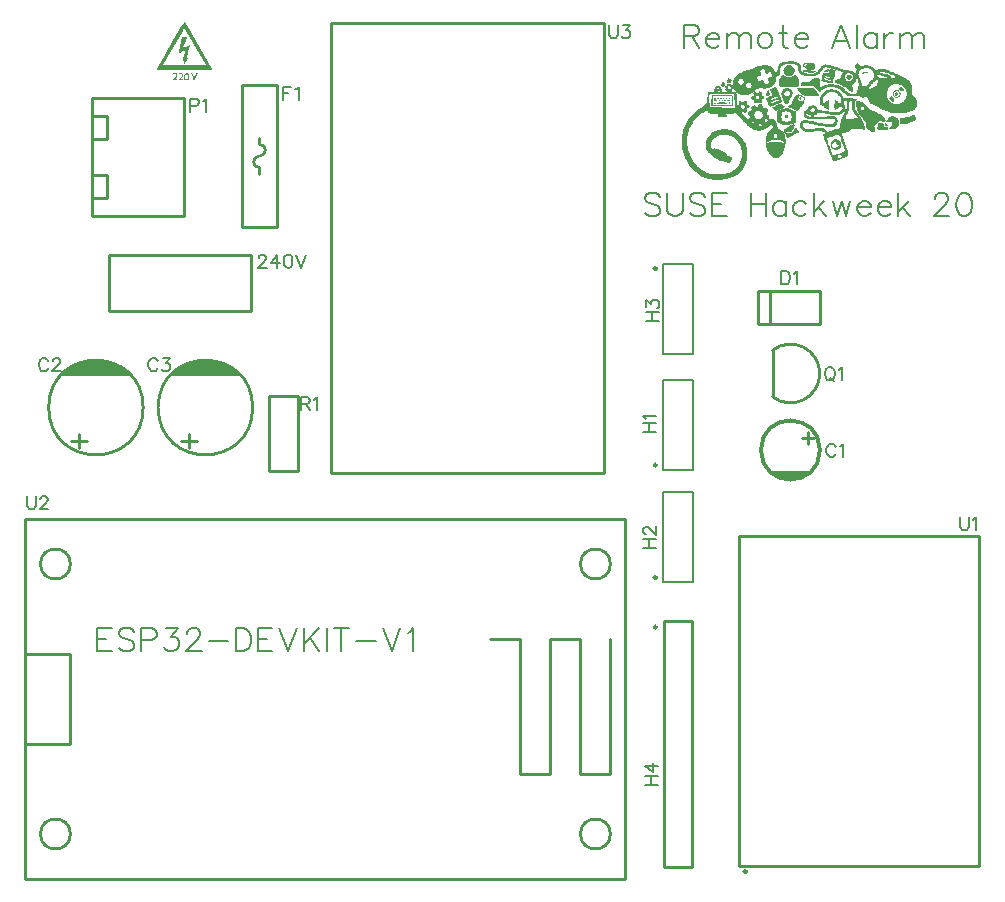
<source format=gto>
G04 Layer: TopSilkLayer*
G04 EasyEDA v6.4.17, 2021-03-27T11:51:15+01:00*
G04 529596ce29184b6dae0a6c6abc880a80,a5e8219e36ff45ba9783bf595b991e38,10*
G04 Gerber Generator version 0.2*
G04 Scale: 100 percent, Rotated: No, Reflected: No *
G04 Dimensions in millimeters *
G04 leading zeros omitted , absolute positions ,4 integer and 5 decimal *
%FSLAX45Y45*%
%MOMM*%

%ADD10C,0.2540*%
%ADD24C,0.2032*%
%ADD25C,0.2030*%
%ADD26C,0.3000*%
%ADD27C,0.1524*%

%LPD*%
G36*
X1409750Y-118668D02*
G01*
X1407668Y-121361D01*
X1402638Y-129184D01*
X1384046Y-159969D01*
X1354632Y-209905D01*
X1315110Y-277876D01*
X1233627Y-419404D01*
X1194124Y-488848D01*
X1228902Y-488848D01*
X1261872Y-431292D01*
X1396746Y-197358D01*
X1408226Y-177088D01*
X1408938Y-176225D01*
X1409547Y-175920D01*
X1421485Y-195783D01*
X1484630Y-304292D01*
X1590192Y-487883D01*
X1585518Y-488238D01*
X1550670Y-488899D01*
X1451203Y-489458D01*
X1275232Y-489254D01*
X1194124Y-488848D01*
X1175918Y-521716D01*
X1174953Y-526389D01*
X1644446Y-526389D01*
X1643430Y-521614D01*
X1633524Y-503326D01*
X1610664Y-462838D01*
X1539849Y-339445D01*
X1431188Y-151028D01*
X1422146Y-135636D01*
X1416354Y-126492D01*
X1412138Y-120700D01*
G37*
G36*
X1411528Y-249631D02*
G01*
X1398524Y-249885D01*
X1394561Y-250139D01*
X1393088Y-250444D01*
X1363878Y-378053D01*
X1361744Y-388721D01*
X1363268Y-389077D01*
X1368044Y-387096D01*
X1376172Y-382727D01*
X1397965Y-369824D01*
X1412189Y-361797D01*
X1414526Y-360832D01*
X1413916Y-370230D01*
X1407871Y-424789D01*
X1407414Y-425500D01*
X1406144Y-425094D01*
X1404112Y-423672D01*
X1398371Y-418439D01*
X1396390Y-417017D01*
X1395272Y-416915D01*
X1394917Y-418033D01*
X1396695Y-428447D01*
X1405026Y-466394D01*
X1406702Y-472948D01*
X1407718Y-476097D01*
X1409344Y-475284D01*
X1412951Y-471017D01*
X1418285Y-463651D01*
X1431747Y-443230D01*
X1440027Y-429920D01*
X1441754Y-426415D01*
X1442110Y-424637D01*
X1441145Y-424281D01*
X1439011Y-425043D01*
X1432814Y-428040D01*
X1428750Y-429666D01*
X1428140Y-429666D01*
X1450187Y-334772D01*
X1452829Y-322275D01*
X1453642Y-317042D01*
X1451660Y-316992D01*
X1446428Y-319176D01*
X1438046Y-323596D01*
X1399387Y-345592D01*
X1400352Y-341985D01*
X1408328Y-317703D01*
X1420418Y-282092D01*
X1428750Y-256540D01*
X1429969Y-252018D01*
X1429054Y-250901D01*
X1425956Y-250139D01*
X1420266Y-249783D01*
G37*
G36*
X1467154Y-552196D02*
G01*
X1478991Y-589534D01*
X1485442Y-608736D01*
X1487881Y-614375D01*
X1490218Y-616356D01*
X1493316Y-616407D01*
X1496568Y-615442D01*
X1499412Y-611682D01*
X1503273Y-602538D01*
X1513738Y-573481D01*
X1520393Y-553466D01*
X1519986Y-552907D01*
X1518970Y-552551D01*
X1515465Y-552551D01*
X1512570Y-553516D01*
X1509979Y-556920D01*
X1506778Y-564692D01*
X1497330Y-591820D01*
X1494536Y-598830D01*
X1492910Y-600862D01*
X1491945Y-598982D01*
X1489100Y-589178D01*
X1480210Y-561340D01*
X1477619Y-555142D01*
X1475333Y-552653D01*
X1472285Y-552196D01*
G37*
G36*
X1425448Y-554075D02*
G01*
X1419504Y-555802D01*
X1414627Y-559257D01*
X1411478Y-563422D01*
X1409039Y-568452D01*
X1407261Y-574192D01*
X1406194Y-580440D01*
X1405969Y-585165D01*
X1415592Y-585165D01*
X1416050Y-579018D01*
X1417167Y-573430D01*
X1418945Y-568807D01*
X1421180Y-565200D01*
X1423771Y-562813D01*
X1426616Y-561644D01*
X1429512Y-561797D01*
X1432356Y-563321D01*
X1434998Y-566420D01*
X1436573Y-569468D01*
X1437538Y-573430D01*
X1438097Y-578612D01*
X1438300Y-585419D01*
X1437640Y-596036D01*
X1435557Y-603504D01*
X1432102Y-607923D01*
X1427226Y-609396D01*
X1424279Y-608787D01*
X1421688Y-607009D01*
X1419453Y-604266D01*
X1417726Y-600557D01*
X1416456Y-596087D01*
X1415745Y-590905D01*
X1415592Y-585165D01*
X1405969Y-585165D01*
X1405890Y-586841D01*
X1406347Y-593293D01*
X1407617Y-599541D01*
X1409700Y-605332D01*
X1413002Y-610768D01*
X1417116Y-614680D01*
X1421739Y-617067D01*
X1426718Y-617880D01*
X1431696Y-617169D01*
X1436420Y-614934D01*
X1440738Y-611124D01*
X1444294Y-605739D01*
X1446682Y-599440D01*
X1448003Y-592328D01*
X1448409Y-584758D01*
X1447850Y-577240D01*
X1446428Y-570230D01*
X1444244Y-564032D01*
X1441297Y-559155D01*
X1437640Y-556056D01*
X1431747Y-554126D01*
G37*
G36*
X1330604Y-554075D02*
G01*
X1326896Y-554278D01*
X1323238Y-554786D01*
X1319936Y-555548D01*
X1317447Y-556463D01*
X1315516Y-557733D01*
X1314196Y-559155D01*
X1313484Y-560730D01*
X1313484Y-562457D01*
X1314094Y-565251D01*
X1315008Y-566369D01*
X1316888Y-565962D01*
X1324914Y-562254D01*
X1328572Y-561594D01*
X1331925Y-562254D01*
X1335481Y-564286D01*
X1338122Y-566877D01*
X1339443Y-570026D01*
X1339545Y-573735D01*
X1338326Y-578053D01*
X1335836Y-582828D01*
X1332128Y-588162D01*
X1327150Y-594055D01*
X1315770Y-605485D01*
X1312265Y-609396D01*
X1310436Y-612292D01*
X1310487Y-614324D01*
X1312418Y-615594D01*
X1316329Y-616356D01*
X1322324Y-616712D01*
X1342186Y-616712D01*
X1348181Y-616254D01*
X1350314Y-614984D01*
X1350314Y-612648D01*
X1349654Y-610412D01*
X1347876Y-608990D01*
X1344320Y-608177D01*
X1326438Y-606602D01*
X1334109Y-599236D01*
X1338935Y-594055D01*
X1342796Y-588772D01*
X1345692Y-583539D01*
X1347673Y-578408D01*
X1348689Y-573532D01*
X1348841Y-568960D01*
X1348028Y-564845D01*
X1346301Y-561187D01*
X1343710Y-558241D01*
X1340205Y-555955D01*
X1335836Y-554583D01*
G37*
G36*
X1378559Y-554126D02*
G01*
X1374851Y-554380D01*
X1371041Y-554990D01*
X1367586Y-555853D01*
X1364945Y-556971D01*
X1361795Y-558850D01*
X1360271Y-560527D01*
X1360220Y-562305D01*
X1361440Y-564692D01*
X1362405Y-565759D01*
X1363726Y-566064D01*
X1365605Y-565556D01*
X1372870Y-562254D01*
X1376527Y-561594D01*
X1379880Y-562254D01*
X1383487Y-564286D01*
X1385976Y-567029D01*
X1387144Y-570585D01*
X1386890Y-574802D01*
X1385366Y-579628D01*
X1382572Y-584962D01*
X1378559Y-590651D01*
X1373378Y-596595D01*
X1362557Y-606958D01*
X1359560Y-610260D01*
X1358138Y-612698D01*
X1358392Y-614476D01*
X1360474Y-615645D01*
X1364437Y-616356D01*
X1370330Y-616712D01*
X1398625Y-616762D01*
X1398625Y-612140D01*
X1398371Y-609549D01*
X1396949Y-608177D01*
X1393291Y-607618D01*
X1374089Y-607568D01*
X1383588Y-597509D01*
X1390142Y-590042D01*
X1394155Y-583793D01*
X1396238Y-577697D01*
X1396796Y-570788D01*
X1395526Y-563778D01*
X1391869Y-558546D01*
X1386128Y-555244D01*
G37*
G36*
X6534048Y-452221D02*
G01*
X6502400Y-457200D01*
X6487769Y-459993D01*
X6481216Y-461568D01*
X6475222Y-463296D01*
X6469634Y-465175D01*
X6464554Y-467207D01*
X6459931Y-469392D01*
X6455664Y-471830D01*
X6451854Y-474522D01*
X6448399Y-477418D01*
X6445351Y-480568D01*
X6442608Y-484022D01*
X6440220Y-487730D01*
X6438138Y-491794D01*
X6436309Y-496163D01*
X6434785Y-500888D01*
X6433515Y-505968D01*
X6431635Y-517296D01*
X6429552Y-535940D01*
X6427470Y-545947D01*
X6424980Y-552805D01*
X6422237Y-555904D01*
X6419799Y-556209D01*
X6417818Y-555447D01*
X6416446Y-553872D01*
X6415379Y-547725D01*
X6413855Y-543356D01*
X6411366Y-538530D01*
X6408064Y-533400D01*
X6404152Y-528066D01*
X6399631Y-522630D01*
X6394704Y-517347D01*
X6389420Y-512216D01*
X6383934Y-507441D01*
X6378346Y-503123D01*
X6372809Y-499414D01*
X6367373Y-496417D01*
X6359956Y-493064D01*
X6352743Y-490372D01*
X6345478Y-488340D01*
X6338011Y-486968D01*
X6330137Y-486308D01*
X6321704Y-486409D01*
X6312560Y-487273D01*
X6302400Y-488899D01*
X6291122Y-491337D01*
X6278524Y-494639D01*
X6264402Y-498754D01*
X6248603Y-503732D01*
X6211163Y-516483D01*
X6175959Y-529082D01*
X6144158Y-540918D01*
X6119266Y-550621D01*
X6110528Y-554278D01*
X6104788Y-556920D01*
X6099454Y-559917D01*
X6094272Y-563422D01*
X6089294Y-567283D01*
X6084620Y-571550D01*
X6080150Y-576173D01*
X6075984Y-581101D01*
X6072124Y-586333D01*
X6068568Y-591769D01*
X6066224Y-595934D01*
X6261100Y-595934D01*
X6261557Y-591566D01*
X6262979Y-588111D01*
X6265519Y-585317D01*
X6269228Y-583082D01*
X6274308Y-581253D01*
X6288481Y-577494D01*
X6292748Y-574802D01*
X6294170Y-571042D01*
X6293256Y-565404D01*
X6288074Y-546100D01*
X6286855Y-540004D01*
X6286652Y-535686D01*
X6287414Y-532739D01*
X6289192Y-530656D01*
X6292088Y-528980D01*
X6296050Y-527304D01*
X6302857Y-524814D01*
X6308293Y-523341D01*
X6312712Y-522985D01*
X6316218Y-523900D01*
X6319113Y-526135D01*
X6321552Y-529844D01*
X6323838Y-535127D01*
X6328562Y-549859D01*
X6330899Y-556260D01*
X6332778Y-560578D01*
X6333998Y-562152D01*
X6340602Y-559917D01*
X6367018Y-549300D01*
X6373266Y-547065D01*
X6374231Y-548233D01*
X6378194Y-556107D01*
X6380632Y-561848D01*
X6383629Y-571906D01*
X6383731Y-579983D01*
X6381089Y-585317D01*
X6375806Y-587298D01*
X6373063Y-587654D01*
X6363919Y-590245D01*
X6358636Y-592124D01*
X6351524Y-595223D01*
X6348526Y-598982D01*
X6349238Y-605536D01*
X6356705Y-628396D01*
X6357670Y-635101D01*
X6355740Y-639216D01*
X6350711Y-642518D01*
X6344361Y-645464D01*
X6338620Y-647192D01*
X6333540Y-647700D01*
X6329121Y-646938D01*
X6325260Y-644906D01*
X6322009Y-641654D01*
X6319316Y-637082D01*
X6315202Y-625551D01*
X6312916Y-621182D01*
X6310122Y-618134D01*
X6306515Y-616305D01*
X6301892Y-615594D01*
X6295999Y-615950D01*
X6288633Y-617321D01*
X6279489Y-619658D01*
X6272276Y-621131D01*
X6267805Y-620166D01*
X6265011Y-616000D01*
X6262827Y-607923D01*
X6261557Y-601319D01*
X6261100Y-595934D01*
X6066224Y-595934D01*
X6062472Y-603300D01*
X6060033Y-609295D01*
X6057950Y-615391D01*
X6056325Y-621588D01*
X6055315Y-626719D01*
X6099352Y-626719D01*
X6100013Y-620623D01*
X6101791Y-615391D01*
X6104534Y-611073D01*
X6108090Y-607720D01*
X6112256Y-605282D01*
X6116878Y-603859D01*
X6121755Y-603504D01*
X6126734Y-604215D01*
X6131661Y-605993D01*
X6136335Y-608939D01*
X6140602Y-613054D01*
X6144260Y-618337D01*
X6148070Y-625906D01*
X6149136Y-631342D01*
X6147257Y-636219D01*
X6142380Y-642213D01*
X6137808Y-646531D01*
X6133033Y-649681D01*
X6128156Y-651713D01*
X6123330Y-652729D01*
X6118656Y-652627D01*
X6114237Y-651611D01*
X6110173Y-649579D01*
X6106566Y-646684D01*
X6103569Y-642874D01*
X6101334Y-638251D01*
X6099860Y-632866D01*
X6099352Y-626719D01*
X6055315Y-626719D01*
X6054394Y-634034D01*
X6053785Y-646582D01*
X6052820Y-651459D01*
X6051194Y-654862D01*
X6049752Y-656234D01*
X6160312Y-656234D01*
X6162852Y-650189D01*
X6169710Y-642569D01*
X6173927Y-638708D01*
X6177889Y-635812D01*
X6181750Y-633933D01*
X6185458Y-633018D01*
X6189116Y-633018D01*
X6192875Y-633984D01*
X6196685Y-635914D01*
X6200698Y-638759D01*
X6204762Y-642518D01*
X6207912Y-646430D01*
X6210046Y-650494D01*
X6211316Y-654710D01*
X6211620Y-658977D01*
X6210960Y-663346D01*
X6209334Y-667715D01*
X6206744Y-672134D01*
X6202680Y-676656D01*
X6197904Y-679907D01*
X6192672Y-681786D01*
X6187186Y-682345D01*
X6181699Y-681634D01*
X6176416Y-679602D01*
X6171641Y-676249D01*
X6167475Y-671576D01*
X6161887Y-662686D01*
X6160312Y-656234D01*
X6049752Y-656234D01*
X6049111Y-656844D01*
X6046520Y-657301D01*
X6043523Y-656234D01*
X6040221Y-653592D01*
X6033516Y-645972D01*
X6030315Y-644194D01*
X6026962Y-644042D01*
X6020054Y-647039D01*
X6015939Y-648106D01*
X6011621Y-648614D01*
X6003747Y-648360D01*
X6001004Y-649884D01*
X5999378Y-652932D01*
X5998514Y-661517D01*
X5997549Y-664311D01*
X5996127Y-665734D01*
X5992418Y-664972D01*
X5990386Y-665683D01*
X5988507Y-667410D01*
X5987034Y-670052D01*
X5986322Y-673150D01*
X5986424Y-676097D01*
X5986746Y-677062D01*
X6009487Y-677062D01*
X6009995Y-673303D01*
X6011621Y-669950D01*
X6014415Y-667359D01*
X6021070Y-666191D01*
X6029248Y-668020D01*
X6036157Y-671880D01*
X6037822Y-674674D01*
X6050838Y-674674D01*
X6051651Y-672693D01*
X6053023Y-670763D01*
X6054496Y-669137D01*
X6055868Y-668070D01*
X6056934Y-667664D01*
X6057798Y-668070D01*
X6058509Y-669137D01*
X6059017Y-670763D01*
X6059170Y-672693D01*
X6058763Y-674674D01*
X6057595Y-676249D01*
X6055918Y-677316D01*
X6053836Y-677722D01*
X6052007Y-677316D01*
X6050991Y-676249D01*
X6050838Y-674674D01*
X6037822Y-674674D01*
X6039002Y-676656D01*
X6037275Y-683107D01*
X6033109Y-688340D01*
X6027318Y-691540D01*
X6020917Y-691997D01*
X6017056Y-690524D01*
X6013907Y-688035D01*
X6011519Y-684733D01*
X6010046Y-680974D01*
X6009487Y-677062D01*
X5986746Y-677062D01*
X5987237Y-678535D01*
X5990386Y-681939D01*
X5991199Y-684479D01*
X5991250Y-687527D01*
X5990437Y-690727D01*
X5989878Y-694232D01*
X5990945Y-697179D01*
X5993739Y-699516D01*
X5998210Y-701243D01*
X6004306Y-703224D01*
X6007862Y-705256D01*
X6008979Y-707186D01*
X6007709Y-709015D01*
X6004306Y-710590D01*
X5998819Y-711809D01*
X5991402Y-712622D01*
X5982157Y-712927D01*
X5966764Y-712673D01*
X5962091Y-712114D01*
X5959043Y-711047D01*
X5957366Y-709320D01*
X5956706Y-706729D01*
X5956858Y-703122D01*
X5957519Y-698347D01*
X5957874Y-693318D01*
X5957417Y-688543D01*
X5956249Y-684022D01*
X5954369Y-679907D01*
X5951982Y-676097D01*
X5949035Y-672744D01*
X5945632Y-669798D01*
X5941822Y-667359D01*
X5937758Y-665429D01*
X5933389Y-664057D01*
X5928868Y-663244D01*
X5924245Y-663143D01*
X5919520Y-663651D01*
X5914847Y-664870D01*
X5910275Y-666851D01*
X5905855Y-669594D01*
X5901740Y-673760D01*
X5900201Y-676656D01*
X5910630Y-676656D01*
X5911189Y-672541D01*
X5914186Y-669137D01*
X5918962Y-667664D01*
X5920790Y-668375D01*
X5922060Y-670255D01*
X5922619Y-673049D01*
X5922314Y-680110D01*
X5923330Y-682548D01*
X5925413Y-683717D01*
X5931154Y-683209D01*
X5932728Y-683514D01*
X5933186Y-684326D01*
X5931306Y-687628D01*
X5931357Y-690270D01*
X5932322Y-693216D01*
X5936030Y-698754D01*
X5936843Y-700887D01*
X5936691Y-702360D01*
X5934303Y-703326D01*
X5934506Y-704392D01*
X5935980Y-705967D01*
X5942330Y-710488D01*
X5943600Y-711911D01*
X5942330Y-712571D01*
X5938570Y-712724D01*
X5935065Y-712368D01*
X5931052Y-711301D01*
X5926988Y-709777D01*
X5923483Y-707898D01*
X5919927Y-705358D01*
X5918962Y-703884D01*
X5920587Y-703122D01*
X5929223Y-702614D01*
X5931001Y-701548D01*
X5930392Y-699414D01*
X5927445Y-695858D01*
X5924194Y-692912D01*
X5921502Y-691743D01*
X5919063Y-692302D01*
X5915152Y-696417D01*
X5914339Y-696518D01*
X5914390Y-694944D01*
X5915964Y-688136D01*
X5915761Y-684733D01*
X5914796Y-681888D01*
X5913120Y-680059D01*
X5910630Y-676656D01*
X5900201Y-676656D01*
X5898743Y-679399D01*
X5896965Y-686358D01*
X5896356Y-694740D01*
X5896356Y-712927D01*
X5873242Y-712927D01*
X5863793Y-713384D01*
X5855157Y-714654D01*
X5848248Y-716584D01*
X5844082Y-718921D01*
X5842762Y-721004D01*
X5841593Y-724458D01*
X5840526Y-729081D01*
X5839612Y-734923D01*
X5838342Y-749655D01*
X5837811Y-772769D01*
X5853836Y-772769D01*
X5853938Y-754634D01*
X5854446Y-741222D01*
X5854852Y-736904D01*
X5855360Y-734517D01*
X5855970Y-733552D01*
X5857087Y-732688D01*
X5858814Y-731926D01*
X5861202Y-731215D01*
X5868060Y-730148D01*
X5878271Y-729386D01*
X5892342Y-728929D01*
X5933846Y-728827D01*
X6066688Y-730504D01*
X6069221Y-835812D01*
X6120079Y-835812D01*
X6121044Y-831697D01*
X6123432Y-828141D01*
X6127191Y-825652D01*
X6131915Y-824128D01*
X6137046Y-823620D01*
X6142228Y-824128D01*
X6146901Y-825652D01*
X6150711Y-828141D01*
X6153099Y-831697D01*
X6154064Y-835812D01*
X6153912Y-840079D01*
X6152794Y-844194D01*
X6150864Y-847953D01*
X6148171Y-851255D01*
X6144920Y-853846D01*
X6141161Y-855522D01*
X6137046Y-856132D01*
X6132982Y-855522D01*
X6129223Y-853846D01*
X6125921Y-851255D01*
X6123279Y-847953D01*
X6121298Y-844194D01*
X6120180Y-840079D01*
X6120079Y-835812D01*
X6069221Y-835812D01*
X6069533Y-848766D01*
X5855665Y-846074D01*
X5853836Y-772769D01*
X5837811Y-772769D01*
X5837631Y-810869D01*
X5791301Y-839520D01*
X5780176Y-846886D01*
X5764855Y-858012D01*
X6099352Y-858012D01*
X6099759Y-856335D01*
X6100826Y-855421D01*
X6102451Y-855319D01*
X6104382Y-856132D01*
X6106363Y-857707D01*
X6107938Y-859790D01*
X6109004Y-862076D01*
X6109411Y-864260D01*
X6109004Y-865936D01*
X6107938Y-866902D01*
X6106363Y-866952D01*
X6104382Y-866190D01*
X6102451Y-864565D01*
X6100826Y-862482D01*
X6099759Y-860247D01*
X6099352Y-858012D01*
X5764855Y-858012D01*
X5758332Y-862990D01*
X5747715Y-871575D01*
X5737301Y-880465D01*
X5727192Y-889609D01*
X5717489Y-899007D01*
X5708142Y-908507D01*
X5699252Y-918057D01*
X5690870Y-927709D01*
X5683046Y-937361D01*
X5675782Y-946912D01*
X5669229Y-956411D01*
X5663387Y-965708D01*
X5658307Y-974801D01*
X5652820Y-986028D01*
X5646877Y-999134D01*
X5641644Y-1011783D01*
X5637072Y-1024128D01*
X5633110Y-1036269D01*
X5629808Y-1048410D01*
X5627014Y-1060551D01*
X5624830Y-1072946D01*
X5623153Y-1085697D01*
X5621934Y-1098956D01*
X5621172Y-1112774D01*
X5620816Y-1127404D01*
X5620918Y-1142390D01*
X5621375Y-1156665D01*
X5622340Y-1170330D01*
X5623814Y-1183436D01*
X5625795Y-1196187D01*
X5628335Y-1208633D01*
X5631434Y-1220978D01*
X5635193Y-1233271D01*
X5639562Y-1245666D01*
X5644642Y-1258265D01*
X5650433Y-1271168D01*
X5656935Y-1284528D01*
X5663488Y-1297076D01*
X5669889Y-1308252D01*
X5676798Y-1319225D01*
X5684113Y-1329994D01*
X5691835Y-1340459D01*
X5699963Y-1350670D01*
X5708396Y-1360576D01*
X5717184Y-1370126D01*
X5726277Y-1379321D01*
X5735574Y-1388110D01*
X5745124Y-1396492D01*
X5754928Y-1404416D01*
X5764834Y-1411833D01*
X5774944Y-1418793D01*
X5785154Y-1425194D01*
X5795416Y-1431086D01*
X5805779Y-1436319D01*
X5816193Y-1440992D01*
X5825744Y-1444701D01*
X5835548Y-1447698D01*
X5846419Y-1450340D01*
X5858256Y-1452727D01*
X5870752Y-1454759D01*
X5883859Y-1456385D01*
X5897219Y-1457655D01*
X5910732Y-1458518D01*
X5924194Y-1458976D01*
X5937402Y-1459026D01*
X5950153Y-1458569D01*
X5962192Y-1457655D01*
X5975197Y-1456029D01*
X5989370Y-1453692D01*
X6003036Y-1450797D01*
X6016193Y-1447444D01*
X6028842Y-1443532D01*
X6041034Y-1439164D01*
X6052718Y-1434236D01*
X6063894Y-1428800D01*
X6074562Y-1422908D01*
X6084722Y-1416456D01*
X6094374Y-1409547D01*
X6103569Y-1402080D01*
X6112205Y-1394155D01*
X6120333Y-1385722D01*
X6127953Y-1376781D01*
X6135065Y-1367332D01*
X6141669Y-1357376D01*
X6147765Y-1346911D01*
X6153302Y-1335989D01*
X6158382Y-1324559D01*
X6162903Y-1312570D01*
X6166510Y-1301089D01*
X6167932Y-1295450D01*
X6169101Y-1289608D01*
X6170777Y-1276959D01*
X6171742Y-1262024D01*
X6172200Y-1243685D01*
X6172047Y-1207770D01*
X6171539Y-1195171D01*
X6170523Y-1184910D01*
X6169812Y-1180388D01*
X6167678Y-1171803D01*
X6164630Y-1163269D01*
X6160465Y-1153769D01*
X6154978Y-1142492D01*
X6148425Y-1130147D01*
X6141212Y-1118362D01*
X6133287Y-1107186D01*
X6124752Y-1096619D01*
X6115608Y-1086713D01*
X6105906Y-1077417D01*
X6095593Y-1068781D01*
X6084722Y-1060907D01*
X6073292Y-1053693D01*
X6061354Y-1047191D01*
X6049213Y-1041400D01*
X6043828Y-1039164D01*
X6038697Y-1037336D01*
X6033566Y-1035812D01*
X6028283Y-1034643D01*
X6022543Y-1033729D01*
X6009182Y-1032662D01*
X5991910Y-1032205D01*
X5971336Y-1032154D01*
X5954623Y-1032510D01*
X5941212Y-1033475D01*
X5930087Y-1035151D01*
X5920079Y-1037793D01*
X5910122Y-1041552D01*
X5904738Y-1043889D01*
X5899150Y-1046632D01*
X5893511Y-1049782D01*
X5887923Y-1053287D01*
X5882284Y-1057148D01*
X5871362Y-1065834D01*
X5866079Y-1070508D01*
X5860948Y-1075436D01*
X5856020Y-1080566D01*
X5851347Y-1085799D01*
X5846978Y-1091133D01*
X5842863Y-1096568D01*
X5839104Y-1102055D01*
X5835751Y-1107490D01*
X5832754Y-1112977D01*
X5830214Y-1118362D01*
X5827877Y-1124356D01*
X5825947Y-1130503D01*
X5824372Y-1136853D01*
X5823204Y-1143304D01*
X5822391Y-1149807D01*
X5821934Y-1156309D01*
X5821832Y-1162812D01*
X5822086Y-1169212D01*
X5822696Y-1175562D01*
X5823610Y-1181709D01*
X5824829Y-1187704D01*
X5826404Y-1193444D01*
X5828284Y-1198930D01*
X5830468Y-1204112D01*
X5832906Y-1208887D01*
X5835650Y-1213307D01*
X5838698Y-1217269D01*
X5842000Y-1220724D01*
X5845606Y-1223670D01*
X5854395Y-1229156D01*
X5859881Y-1233271D01*
X5865520Y-1238046D01*
X5870956Y-1243177D01*
X5875782Y-1248257D01*
X5879693Y-1252931D01*
X5882335Y-1256842D01*
X5883300Y-1259636D01*
X5884164Y-1261262D01*
X5886704Y-1263548D01*
X5890666Y-1266393D01*
X5901857Y-1273200D01*
X6018987Y-1273200D01*
X6019342Y-1270254D01*
X6020460Y-1267866D01*
X6022035Y-1266240D01*
X6023965Y-1265682D01*
X6025946Y-1266240D01*
X6027521Y-1267866D01*
X6028639Y-1270254D01*
X6028994Y-1273200D01*
X6028639Y-1276146D01*
X6027521Y-1278534D01*
X6025946Y-1280160D01*
X6023965Y-1280718D01*
X6022035Y-1280160D01*
X6020460Y-1278534D01*
X6019342Y-1276146D01*
X6018987Y-1273200D01*
X5901944Y-1273251D01*
X5916218Y-1281023D01*
X5931712Y-1288745D01*
X5946698Y-1295603D01*
X5953455Y-1298448D01*
X5964275Y-1302308D01*
X5967984Y-1303121D01*
X5974740Y-1302766D01*
X5979369Y-1303629D01*
X6003899Y-1303629D01*
X6004306Y-1300632D01*
X6005372Y-1298092D01*
X6006947Y-1296416D01*
X6008928Y-1295806D01*
X6010859Y-1296212D01*
X6012484Y-1297228D01*
X6013551Y-1298702D01*
X6013958Y-1300530D01*
X6013551Y-1302613D01*
X6012484Y-1304798D01*
X6010859Y-1306779D01*
X6008928Y-1308354D01*
X6006947Y-1308963D01*
X6005372Y-1308252D01*
X6004306Y-1306423D01*
X6003899Y-1303629D01*
X5979369Y-1303629D01*
X5981547Y-1304036D01*
X5989675Y-1306728D01*
X5998159Y-1310538D01*
X6013246Y-1317904D01*
X6018326Y-1320139D01*
X6020816Y-1320952D01*
X6022644Y-1319072D01*
X6026200Y-1314196D01*
X6035802Y-1299057D01*
X6044996Y-1283258D01*
X6047994Y-1277467D01*
X6049111Y-1274419D01*
X6047181Y-1272743D01*
X6041847Y-1269593D01*
X6034024Y-1265478D01*
X6024422Y-1260856D01*
X6014161Y-1255522D01*
X6006896Y-1250594D01*
X6002832Y-1246225D01*
X6001867Y-1240790D01*
X5999784Y-1238250D01*
X5996228Y-1235202D01*
X5991453Y-1231646D01*
X5978906Y-1223772D01*
X5963970Y-1215491D01*
X5948375Y-1207770D01*
X5940907Y-1204417D01*
X5933948Y-1201572D01*
X5927699Y-1199286D01*
X5922416Y-1197762D01*
X5918301Y-1197051D01*
X5915558Y-1197254D01*
X5912662Y-1197914D01*
X5909868Y-1197711D01*
X5907430Y-1196746D01*
X5905754Y-1195070D01*
X5903671Y-1193444D01*
X5900166Y-1192530D01*
X5895746Y-1192428D01*
X5884875Y-1194003D01*
X5879846Y-1192834D01*
X5875324Y-1189482D01*
X5870803Y-1183589D01*
X5868568Y-1179525D01*
X5866942Y-1175156D01*
X5865926Y-1170584D01*
X5865469Y-1165809D01*
X5865571Y-1160881D01*
X5866231Y-1155801D01*
X5867400Y-1150620D01*
X5869076Y-1145387D01*
X5871210Y-1140155D01*
X5873800Y-1134872D01*
X5876798Y-1129639D01*
X5880201Y-1124458D01*
X5883960Y-1119428D01*
X5888075Y-1114501D01*
X5892495Y-1109726D01*
X5897270Y-1105154D01*
X5902299Y-1100785D01*
X5907633Y-1096721D01*
X5913120Y-1092962D01*
X5918911Y-1089507D01*
X5924804Y-1086459D01*
X5930950Y-1083767D01*
X5937199Y-1081532D01*
X5943549Y-1079754D01*
X5955131Y-1077468D01*
X5966866Y-1076147D01*
X5978601Y-1075740D01*
X5990386Y-1076299D01*
X6002070Y-1077722D01*
X6007862Y-1078738D01*
X6019292Y-1081430D01*
X6030468Y-1084986D01*
X6041339Y-1089355D01*
X6051804Y-1094486D01*
X6061811Y-1100429D01*
X6071311Y-1107084D01*
X6080252Y-1114501D01*
X6088481Y-1122629D01*
X6092342Y-1126896D01*
X6099098Y-1135481D01*
X6105144Y-1144524D01*
X6110528Y-1153972D01*
X6115202Y-1163828D01*
X6119164Y-1173988D01*
X6122517Y-1184452D01*
X6125159Y-1195171D01*
X6127191Y-1206042D01*
X6128512Y-1217066D01*
X6129223Y-1228242D01*
X6129274Y-1239367D01*
X6128715Y-1250543D01*
X6127546Y-1261668D01*
X6125718Y-1272692D01*
X6123279Y-1283563D01*
X6120231Y-1294231D01*
X6116624Y-1304645D01*
X6112357Y-1314805D01*
X6107531Y-1324559D01*
X6102146Y-1333957D01*
X6096203Y-1342948D01*
X6089650Y-1351432D01*
X6082538Y-1359357D01*
X6074867Y-1366723D01*
X6066688Y-1373479D01*
X6057950Y-1379524D01*
X6048095Y-1385468D01*
X6038291Y-1390700D01*
X6028436Y-1395222D01*
X6018377Y-1399133D01*
X6008014Y-1402435D01*
X5997194Y-1405128D01*
X5985814Y-1407261D01*
X5973724Y-1408887D01*
X5960770Y-1409954D01*
X5946851Y-1410614D01*
X5931865Y-1410766D01*
X5915660Y-1410512D01*
X5896457Y-1409903D01*
X5881268Y-1409192D01*
X5869076Y-1408176D01*
X5859018Y-1406652D01*
X5850178Y-1404416D01*
X5841593Y-1401368D01*
X5832398Y-1397203D01*
X5821578Y-1391869D01*
X5811062Y-1386128D01*
X5800750Y-1379728D01*
X5790539Y-1372666D01*
X5780532Y-1364945D01*
X5770727Y-1356664D01*
X5761177Y-1347825D01*
X5751880Y-1338478D01*
X5742940Y-1328674D01*
X5734354Y-1318463D01*
X5726125Y-1307846D01*
X5718302Y-1296873D01*
X5710885Y-1285595D01*
X5703976Y-1274013D01*
X5697575Y-1262278D01*
X5691733Y-1250289D01*
X5686450Y-1238148D01*
X5681726Y-1225956D01*
X5677662Y-1213612D01*
X5674715Y-1202588D01*
X5672277Y-1190548D01*
X5670296Y-1177696D01*
X5668772Y-1164183D01*
X5667806Y-1150264D01*
X5667248Y-1136142D01*
X5667248Y-1122019D01*
X5667705Y-1108049D01*
X5668721Y-1094486D01*
X5670194Y-1081532D01*
X5672175Y-1069340D01*
X5674664Y-1058164D01*
X5677814Y-1046987D01*
X5681421Y-1036116D01*
X5685434Y-1025398D01*
X5689904Y-1014933D01*
X5694781Y-1004671D01*
X5700166Y-994613D01*
X5705957Y-984808D01*
X5712206Y-975156D01*
X5718911Y-965758D01*
X5726074Y-956513D01*
X5733694Y-947470D01*
X5741771Y-938580D01*
X5750356Y-929944D01*
X5759348Y-921461D01*
X5768848Y-913130D01*
X5778804Y-905002D01*
X5789269Y-897026D01*
X5800191Y-889253D01*
X5821680Y-874623D01*
X5828385Y-870508D01*
X5832957Y-868273D01*
X5835802Y-867867D01*
X5837326Y-869035D01*
X5837936Y-871728D01*
X5838342Y-879906D01*
X5839256Y-883564D01*
X5840780Y-886764D01*
X5843066Y-889558D01*
X5846064Y-891895D01*
X5849924Y-893876D01*
X5854700Y-895502D01*
X5860389Y-896772D01*
X5867044Y-897686D01*
X5874766Y-898347D01*
X5893562Y-898855D01*
X5912713Y-899109D01*
X5918860Y-899515D01*
X5923127Y-900277D01*
X5925718Y-901395D01*
X5926886Y-902919D01*
X5926988Y-905002D01*
X5924042Y-913536D01*
X5923127Y-918108D01*
X5923737Y-921461D01*
X5926226Y-923899D01*
X5931001Y-925576D01*
X5938367Y-926642D01*
X5948730Y-927353D01*
X5972352Y-928217D01*
X5987796Y-928116D01*
X5993434Y-927658D01*
X5997854Y-926846D01*
X6001004Y-925677D01*
X6003036Y-924102D01*
X6004052Y-922121D01*
X6004052Y-919632D01*
X6003188Y-916584D01*
X6001410Y-913028D01*
X5998921Y-908862D01*
X5997905Y-906678D01*
X5997956Y-904900D01*
X5999429Y-903427D01*
X6002426Y-902258D01*
X6007303Y-901242D01*
X6014212Y-900379D01*
X6035141Y-898855D01*
X6076188Y-896315D01*
X6137884Y-959967D01*
X6325514Y-959967D01*
X6326276Y-952398D01*
X6328816Y-948029D01*
X6333642Y-946607D01*
X6341059Y-947775D01*
X6346393Y-949401D01*
X6348323Y-951331D01*
X6347002Y-954481D01*
X6342532Y-959764D01*
X6335318Y-966469D01*
X6329934Y-968756D01*
X6326632Y-966571D01*
X6325514Y-959967D01*
X6137884Y-959967D01*
X6149464Y-971245D01*
X6212890Y-971245D01*
X6213348Y-969365D01*
X6215938Y-967892D01*
X6222949Y-966825D01*
X6229096Y-968298D01*
X6233414Y-971956D01*
X6235039Y-977239D01*
X6234074Y-982167D01*
X6231128Y-983742D01*
X6225946Y-982065D01*
X6218428Y-977087D01*
X6214567Y-973734D01*
X6212890Y-971245D01*
X6149464Y-971245D01*
X6160871Y-981862D01*
X6176745Y-995680D01*
X6270244Y-995680D01*
X6270853Y-989736D01*
X6272580Y-985012D01*
X6275222Y-981608D01*
X6278626Y-979627D01*
X6282486Y-979068D01*
X6286754Y-980033D01*
X6291122Y-982624D01*
X6295440Y-986891D01*
X6299403Y-992479D01*
X6299301Y-996187D01*
X6294475Y-999032D01*
X6284010Y-1001979D01*
X6277000Y-1003350D01*
X6272834Y-1002995D01*
X6270752Y-1000506D01*
X6270244Y-995680D01*
X6176745Y-995680D01*
X6183274Y-1001014D01*
X6193993Y-1009243D01*
X6204305Y-1016508D01*
X6214364Y-1022908D01*
X6224117Y-1028344D01*
X6233566Y-1032916D01*
X6242812Y-1036624D01*
X6251854Y-1039368D01*
X6260693Y-1041298D01*
X6269329Y-1042314D01*
X6277864Y-1042517D01*
X6286246Y-1041806D01*
X6290411Y-1041146D01*
X6298641Y-1039164D01*
X6306769Y-1036319D01*
X6314897Y-1032611D01*
X6322974Y-1028141D01*
X6331000Y-1022756D01*
X6339078Y-1016609D01*
X6347206Y-1009599D01*
X6380530Y-977950D01*
X6385661Y-991463D01*
X6388354Y-999286D01*
X6389928Y-1005992D01*
X6390284Y-1011783D01*
X6389420Y-1016914D01*
X6387236Y-1021537D01*
X6383629Y-1025956D01*
X6378549Y-1030325D01*
X6368135Y-1037590D01*
X6364478Y-1040485D01*
X6361023Y-1043584D01*
X6354622Y-1050442D01*
X6348984Y-1058164D01*
X6344056Y-1066596D01*
X6339840Y-1075690D01*
X6338080Y-1080414D01*
X6402070Y-1080414D01*
X6402628Y-1073404D01*
X6403949Y-1067155D01*
X6405930Y-1062024D01*
X6408572Y-1058164D01*
X6411722Y-1055979D01*
X6415278Y-1055674D01*
X6419240Y-1057656D01*
X6421729Y-1062278D01*
X6423101Y-1070203D01*
X6423507Y-1082243D01*
X6423101Y-1094384D01*
X6421729Y-1102309D01*
X6419189Y-1106881D01*
X6415176Y-1108862D01*
X6411264Y-1108659D01*
X6408064Y-1106474D01*
X6405524Y-1102207D01*
X6403594Y-1095756D01*
X6402374Y-1087932D01*
X6402070Y-1080414D01*
X6338062Y-1080465D01*
X6334963Y-1090472D01*
X6332626Y-1100937D01*
X6331051Y-1111859D01*
X6330238Y-1123137D01*
X6330137Y-1134668D01*
X6331085Y-1149045D01*
X6335572Y-1149045D01*
X6336436Y-1146860D01*
X6338925Y-1143863D01*
X6343040Y-1140053D01*
X6346596Y-1137462D01*
X6350558Y-1135024D01*
X6355029Y-1132738D01*
X6359804Y-1130706D01*
X6364986Y-1128826D01*
X6370472Y-1127150D01*
X6376212Y-1125677D01*
X6388354Y-1123340D01*
X6401104Y-1121816D01*
X6414160Y-1121105D01*
X6427165Y-1121257D01*
X6433515Y-1121664D01*
X6445859Y-1123137D01*
X6451752Y-1124204D01*
X6457340Y-1125524D01*
X6462674Y-1127048D01*
X6467703Y-1128826D01*
X6472326Y-1130808D01*
X6476542Y-1132992D01*
X6481876Y-1136294D01*
X6486347Y-1139494D01*
X6490004Y-1142492D01*
X6492748Y-1145235D01*
X6494627Y-1147572D01*
X6495592Y-1149502D01*
X6495592Y-1150874D01*
X6494627Y-1151585D01*
X6492646Y-1151686D01*
X6489700Y-1150924D01*
X6485686Y-1149350D01*
X6476695Y-1144981D01*
X6471970Y-1143355D01*
X6466586Y-1141933D01*
X6454038Y-1139596D01*
X6439712Y-1138021D01*
X6424320Y-1137208D01*
X6408572Y-1137107D01*
X6393180Y-1137716D01*
X6378803Y-1139139D01*
X6372199Y-1140104D01*
X6366103Y-1141272D01*
X6360668Y-1142644D01*
X6355892Y-1144168D01*
X6346139Y-1148638D01*
X6341516Y-1150213D01*
X6338214Y-1150772D01*
X6336182Y-1150366D01*
X6335572Y-1149045D01*
X6331085Y-1149045D01*
X6332220Y-1158392D01*
X6334455Y-1170432D01*
X6337401Y-1182471D01*
X6341110Y-1194460D01*
X6345631Y-1206296D01*
X6350863Y-1217980D01*
X6356908Y-1229410D01*
X6363716Y-1240485D01*
X6367932Y-1246479D01*
X6372047Y-1251864D01*
X6376212Y-1256639D01*
X6380378Y-1260856D01*
X6384645Y-1264513D01*
X6389014Y-1267612D01*
X6393484Y-1270152D01*
X6398158Y-1272184D01*
X6402984Y-1273759D01*
X6408013Y-1274876D01*
X6413296Y-1275486D01*
X6418884Y-1275689D01*
X6422898Y-1275537D01*
X6426860Y-1274927D01*
X6430772Y-1273962D01*
X6434632Y-1272590D01*
X6438392Y-1270914D01*
X6442049Y-1268882D01*
X6445707Y-1266494D01*
X6452666Y-1260856D01*
X6459270Y-1254048D01*
X6462471Y-1250238D01*
X6468465Y-1241907D01*
X6471361Y-1237437D01*
X6476695Y-1227836D01*
X6481622Y-1217523D01*
X6485991Y-1206550D01*
X6489852Y-1195120D01*
X6493154Y-1183335D01*
X6495846Y-1171194D01*
X6497929Y-1158900D01*
X6499301Y-1146556D01*
X6500063Y-1134211D01*
X6500063Y-1122019D01*
X6499809Y-1116025D01*
X6498691Y-1104239D01*
X6496761Y-1092911D01*
X6494018Y-1082040D01*
X6490462Y-1071829D01*
X6485991Y-1062329D01*
X6483451Y-1057910D01*
X6480657Y-1053693D01*
X6475323Y-1047750D01*
X6467957Y-1041552D01*
X6459524Y-1035812D01*
X6441998Y-1026769D01*
X6435801Y-1022146D01*
X6432194Y-1017371D01*
X6431026Y-1012190D01*
X6430772Y-1006906D01*
X6430162Y-1001471D01*
X6429146Y-995883D01*
X6427774Y-990295D01*
X6426047Y-984707D01*
X6424066Y-979220D01*
X6421780Y-973836D01*
X6419291Y-968756D01*
X6416497Y-963879D01*
X6413550Y-959408D01*
X6410452Y-955294D01*
X6407150Y-951737D01*
X6399580Y-944981D01*
X6392672Y-941171D01*
X6385153Y-939800D01*
X6375654Y-940409D01*
X6365443Y-941527D01*
X6360363Y-940308D01*
X6358940Y-935532D01*
X6360363Y-917651D01*
X6359652Y-912418D01*
X6357416Y-909675D01*
X6349390Y-908253D01*
X6346139Y-906526D01*
X6343802Y-903833D01*
X6342481Y-900480D01*
X6342176Y-896619D01*
X6342938Y-892454D01*
X6344818Y-888187D01*
X6347917Y-883970D01*
X6352438Y-878433D01*
X6353911Y-874014D01*
X6352387Y-868934D01*
X6347866Y-861466D01*
X6342786Y-854811D01*
X6337808Y-851255D01*
X6331407Y-850392D01*
X6312865Y-852982D01*
X6307785Y-852119D01*
X6305753Y-848004D01*
X6305042Y-834339D01*
X6304026Y-829868D01*
X6302197Y-826211D01*
X6299606Y-823315D01*
X6296152Y-821080D01*
X6291783Y-819607D01*
X6286500Y-818692D01*
X6280200Y-818438D01*
X6276340Y-819200D01*
X6272733Y-821232D01*
X6269786Y-824280D01*
X6267856Y-828040D01*
X6265824Y-832815D01*
X6263233Y-836421D01*
X6260236Y-838860D01*
X6256883Y-840130D01*
X6253378Y-840181D01*
X6249822Y-839012D01*
X6246368Y-836523D01*
X6243116Y-832764D01*
X6238697Y-827024D01*
X6234785Y-824992D01*
X6229299Y-826566D01*
X6220307Y-831596D01*
X6213602Y-836117D01*
X6209334Y-840435D01*
X6207455Y-844550D01*
X6207861Y-848461D01*
X6209995Y-854151D01*
X6211163Y-858926D01*
X6211468Y-862888D01*
X6210757Y-866140D01*
X6209080Y-868781D01*
X6206388Y-870813D01*
X6202578Y-872388D01*
X6197701Y-873556D01*
X6191961Y-875284D01*
X6187084Y-878078D01*
X6183172Y-881684D01*
X6180226Y-885952D01*
X6178194Y-890524D01*
X6177229Y-895248D01*
X6177229Y-899921D01*
X6178346Y-904240D01*
X6180480Y-908050D01*
X6182023Y-909472D01*
X6235090Y-909472D01*
X6235598Y-904036D01*
X6236716Y-898804D01*
X6238544Y-893775D01*
X6240983Y-889050D01*
X6244031Y-884783D01*
X6247587Y-881075D01*
X6251752Y-878027D01*
X6256375Y-875690D01*
X6261506Y-874217D01*
X6267043Y-873709D01*
X6272682Y-874521D01*
X6279337Y-876757D01*
X6286093Y-880059D01*
X6292138Y-884123D01*
X6296152Y-887679D01*
X6299403Y-891590D01*
X6301943Y-895705D01*
X6303822Y-900074D01*
X6304940Y-904595D01*
X6305397Y-909269D01*
X6305143Y-913942D01*
X6304127Y-918667D01*
X6302451Y-923340D01*
X6300012Y-927963D01*
X6296914Y-932434D01*
X6293053Y-936752D01*
X6287516Y-941730D01*
X6282182Y-945337D01*
X6276848Y-947572D01*
X6271564Y-948486D01*
X6266129Y-948029D01*
X6260490Y-946251D01*
X6254597Y-943152D01*
X6248298Y-938682D01*
X6244031Y-934669D01*
X6240627Y-930198D01*
X6238087Y-925372D01*
X6236309Y-920191D01*
X6235344Y-914857D01*
X6235090Y-909472D01*
X6182023Y-909472D01*
X6183731Y-911047D01*
X6188100Y-913079D01*
X6193586Y-913841D01*
X6198666Y-916025D01*
X6199479Y-921461D01*
X6196330Y-928878D01*
X6189421Y-936904D01*
X6185916Y-939952D01*
X6182969Y-941882D01*
X6180175Y-942594D01*
X6177127Y-941832D01*
X6173368Y-939393D01*
X6168593Y-935177D01*
X6154216Y-920445D01*
X6148476Y-914247D01*
X6143498Y-908507D01*
X6139281Y-903173D01*
X6135776Y-898296D01*
X6133084Y-893876D01*
X6131153Y-890016D01*
X6129985Y-886663D01*
X6129629Y-883869D01*
X6130086Y-881634D01*
X6131356Y-880059D01*
X6133490Y-879043D01*
X6136436Y-878738D01*
X6139637Y-879297D01*
X6143142Y-880922D01*
X6146596Y-883259D01*
X6149543Y-886155D01*
X6153658Y-889762D01*
X6158026Y-891235D01*
X6162344Y-890879D01*
X6166256Y-888847D01*
X6169558Y-885444D01*
X6171844Y-880821D01*
X6172860Y-875233D01*
X6172301Y-868934D01*
X6171133Y-861466D01*
X6172047Y-856742D01*
X6175603Y-853744D01*
X6182360Y-851509D01*
X6187948Y-849223D01*
X6191859Y-845921D01*
X6193993Y-841857D01*
X6194399Y-837437D01*
X6193180Y-833018D01*
X6190284Y-828954D01*
X6185814Y-825550D01*
X6179769Y-823214D01*
X6172403Y-820775D01*
X6169050Y-817422D01*
X6169101Y-811733D01*
X6172250Y-802538D01*
X6172962Y-798169D01*
X6171641Y-794664D01*
X6168745Y-792022D01*
X6164630Y-790448D01*
X6159754Y-789990D01*
X6154470Y-790702D01*
X6149136Y-792734D01*
X6144260Y-796137D01*
X6138621Y-800811D01*
X6134455Y-802335D01*
X6130290Y-800658D01*
X6124397Y-795731D01*
X6119825Y-792327D01*
X6115608Y-790651D01*
X6111798Y-790600D01*
X6108496Y-792022D01*
X6105702Y-794969D01*
X6103670Y-799338D01*
X6102350Y-805027D01*
X6101384Y-817219D01*
X6100013Y-821842D01*
X6098032Y-825296D01*
X6095593Y-827176D01*
X6093968Y-827125D01*
X6092596Y-825703D01*
X6091529Y-822706D01*
X6090666Y-818032D01*
X6090056Y-811530D01*
X6089396Y-792378D01*
X6089243Y-769670D01*
X6088634Y-753008D01*
X6088075Y-745998D01*
X6087262Y-739800D01*
X6086246Y-734364D01*
X6084976Y-729691D01*
X6083401Y-725678D01*
X6081572Y-722325D01*
X6079388Y-719531D01*
X6076899Y-717346D01*
X6074054Y-715619D01*
X6070803Y-714349D01*
X6067145Y-713536D01*
X6063081Y-713028D01*
X6058611Y-712927D01*
X6052921Y-712317D01*
X6048959Y-710539D01*
X6046520Y-707440D01*
X6045454Y-702868D01*
X6045708Y-698855D01*
X6046978Y-695655D01*
X6049111Y-693572D01*
X6054750Y-692302D01*
X6057087Y-690930D01*
X6058712Y-688949D01*
X6059830Y-684885D01*
X6061049Y-685038D01*
X6062878Y-686866D01*
X6068009Y-695350D01*
X6071209Y-700125D01*
X6074664Y-704697D01*
X6078321Y-709015D01*
X6082131Y-713079D01*
X6086144Y-716838D01*
X6090361Y-720394D01*
X6094730Y-723696D01*
X6099200Y-726744D01*
X6103823Y-729538D01*
X6108598Y-732078D01*
X6113475Y-734364D01*
X6123482Y-738124D01*
X6128613Y-739597D01*
X6133795Y-740816D01*
X6144310Y-742492D01*
X6154928Y-743051D01*
X6160262Y-742950D01*
X6170828Y-741883D01*
X6176111Y-740968D01*
X6181293Y-739749D01*
X6186424Y-738276D01*
X6191504Y-736498D01*
X6196482Y-734466D01*
X6201359Y-732129D01*
X6206134Y-729538D01*
X6210757Y-726643D01*
X6215278Y-723442D01*
X6219647Y-719988D01*
X6223863Y-716229D01*
X6227876Y-712216D01*
X6236360Y-702868D01*
X6241338Y-698398D01*
X6246622Y-694436D01*
X6252159Y-690981D01*
X6258001Y-688136D01*
X6263995Y-685800D01*
X6270193Y-684072D01*
X6276492Y-682904D01*
X6282893Y-682345D01*
X6289344Y-682396D01*
X6295847Y-683056D01*
X6307074Y-685393D01*
X6312001Y-686054D01*
X6317132Y-686409D01*
X6322364Y-686460D01*
X6333083Y-685596D01*
X6338570Y-684682D01*
X6344005Y-683514D01*
X6349492Y-682040D01*
X6360261Y-678230D01*
X6365494Y-675944D01*
X6375603Y-670560D01*
X6380429Y-667512D01*
X6385001Y-664210D01*
X6389624Y-660298D01*
X6394094Y-655726D01*
X6398412Y-650646D01*
X6402527Y-645058D01*
X6406337Y-639114D01*
X6409842Y-632968D01*
X6412941Y-626618D01*
X6415633Y-620268D01*
X6417818Y-613968D01*
X6419443Y-607822D01*
X6420459Y-601929D01*
X6421526Y-590296D01*
X6423456Y-585470D01*
X6426657Y-581964D01*
X6437020Y-577037D01*
X6442252Y-573176D01*
X6446672Y-568248D01*
X6450279Y-562356D01*
X6453022Y-555752D01*
X6454698Y-548487D01*
X6455359Y-540766D01*
X6454140Y-524713D01*
X6454190Y-517753D01*
X6455156Y-511657D01*
X6457035Y-506272D01*
X6459931Y-501548D01*
X6463944Y-497281D01*
X6469024Y-493420D01*
X6475323Y-489762D01*
X6480302Y-487476D01*
X6485890Y-485444D01*
X6492036Y-483616D01*
X6498590Y-482092D01*
X6505549Y-480771D01*
X6520180Y-478840D01*
X6535369Y-477926D01*
X6550406Y-477926D01*
X6564680Y-478942D01*
X6571335Y-479806D01*
X6577533Y-480872D01*
X6583273Y-482244D01*
X6588353Y-483819D01*
X6592824Y-485648D01*
X6596532Y-487680D01*
X6599377Y-490016D01*
X6602374Y-494639D01*
X6604762Y-501497D01*
X6606336Y-509930D01*
X6607098Y-524256D01*
X6607657Y-529183D01*
X6608521Y-533857D01*
X6609842Y-538378D01*
X6611467Y-542645D01*
X6613448Y-546709D01*
X6615836Y-550519D01*
X6618528Y-554126D01*
X6621627Y-557530D01*
X6625081Y-560730D01*
X6628892Y-563676D01*
X6633057Y-566420D01*
X6637629Y-568960D01*
X6642506Y-571246D01*
X6647789Y-573328D01*
X6653377Y-575208D01*
X6665722Y-578307D01*
X6679488Y-580491D01*
X6694678Y-581812D01*
X6711340Y-582269D01*
X6728409Y-581812D01*
X6735978Y-581202D01*
X6742938Y-580288D01*
X6749440Y-579069D01*
X6755434Y-577545D01*
X6761073Y-575564D01*
X6766356Y-573227D01*
X6771335Y-570433D01*
X6776161Y-567182D01*
X6780733Y-563473D01*
X6785254Y-559206D01*
X6789724Y-554380D01*
X6794195Y-548944D01*
X6798716Y-542950D01*
X6809333Y-527659D01*
X6814413Y-520852D01*
X6818782Y-515721D01*
X6822694Y-511962D01*
X6826503Y-509422D01*
X6830364Y-507898D01*
X6834631Y-507136D01*
X6839508Y-506933D01*
X6846824Y-507441D01*
X6856171Y-508762D01*
X6867144Y-510844D01*
X6879386Y-513537D01*
X6892493Y-516737D01*
X6906056Y-520395D01*
X6926275Y-526440D01*
X6939076Y-530656D01*
X6950913Y-534974D01*
X6983120Y-547979D01*
X6973417Y-563829D01*
X6969658Y-570992D01*
X6966559Y-578764D01*
X6964464Y-586282D01*
X7002272Y-586282D01*
X7002729Y-581812D01*
X7003846Y-577494D01*
X7005523Y-573328D01*
X7007809Y-569468D01*
X7010755Y-565912D01*
X7014311Y-562762D01*
X7018578Y-560120D01*
X7023455Y-558038D01*
X7028738Y-556514D01*
X7033615Y-555650D01*
X7038187Y-555498D01*
X7042607Y-556107D01*
X7046925Y-557428D01*
X7051243Y-559562D01*
X7055713Y-562457D01*
X7060438Y-566216D01*
X7063892Y-569772D01*
X7066483Y-573786D01*
X7068312Y-578104D01*
X7069378Y-582676D01*
X7069734Y-587400D01*
X7069429Y-592226D01*
X7068413Y-596950D01*
X7066838Y-601624D01*
X7064705Y-606044D01*
X7062012Y-610209D01*
X7058812Y-613968D01*
X7055154Y-617220D01*
X7051090Y-619912D01*
X7046620Y-621944D01*
X7041845Y-623265D01*
X7036714Y-623722D01*
X7031329Y-623316D01*
X7026351Y-622198D01*
X7021779Y-620420D01*
X7017613Y-618032D01*
X7013956Y-615137D01*
X7010755Y-611784D01*
X7008063Y-608076D01*
X7005828Y-604012D01*
X7004151Y-599744D01*
X7002983Y-595325D01*
X7002322Y-590854D01*
X7002272Y-586282D01*
X6964464Y-586282D01*
X6963054Y-598881D01*
X6960565Y-602742D01*
X6955180Y-604621D01*
X6945884Y-605231D01*
X6938721Y-605942D01*
X6932117Y-607568D01*
X6926275Y-609955D01*
X6921347Y-613054D01*
X6917588Y-616661D01*
X6915150Y-620623D01*
X6914184Y-624789D01*
X6914896Y-629056D01*
X6918096Y-632612D01*
X6924751Y-636828D01*
X6933895Y-641197D01*
X6944461Y-645160D01*
X6956145Y-649224D01*
X6967067Y-653592D01*
X6977430Y-658418D01*
X6987590Y-663803D01*
X6997700Y-669950D01*
X7008012Y-676960D01*
X7018731Y-684987D01*
X7030161Y-694131D01*
X7040118Y-701548D01*
X7044944Y-704748D01*
X7049566Y-707440D01*
X7053783Y-709574D01*
X7057491Y-711098D01*
X7060590Y-711911D01*
X7062825Y-711962D01*
X7066788Y-710387D01*
X7069886Y-707390D01*
X7071969Y-703326D01*
X7073087Y-698347D01*
X7073239Y-692861D01*
X7072325Y-686968D01*
X7070293Y-681024D01*
X7067245Y-675284D01*
X7064806Y-671474D01*
X7063231Y-668274D01*
X7062622Y-665429D01*
X7063028Y-662584D01*
X7064552Y-659536D01*
X7067346Y-655929D01*
X7080503Y-642061D01*
X7083958Y-637844D01*
X7087209Y-633374D01*
X7090206Y-628802D01*
X7092848Y-624230D01*
X7095032Y-619861D01*
X7096658Y-615797D01*
X7097674Y-612190D01*
X7100874Y-595985D01*
X7108494Y-610463D01*
X7112762Y-619353D01*
X7116165Y-627938D01*
X7118603Y-635965D01*
X7120128Y-643382D01*
X7120636Y-649935D01*
X7120178Y-655574D01*
X7118705Y-660044D01*
X7116216Y-663244D01*
X7113473Y-666191D01*
X7111390Y-669848D01*
X7110069Y-673658D01*
X7109870Y-678180D01*
X7208113Y-678180D01*
X7209383Y-673963D01*
X7211822Y-669036D01*
X7215276Y-663549D01*
X7219543Y-657656D01*
X7224471Y-651560D01*
X7229957Y-645414D01*
X7235799Y-639318D01*
X7241844Y-633526D01*
X7247940Y-628142D01*
X7253884Y-623316D01*
X7259574Y-619252D01*
X7264806Y-616051D01*
X7269480Y-613918D01*
X7273391Y-613003D01*
X7276338Y-613460D01*
X7280402Y-616051D01*
X7282281Y-619302D01*
X7282129Y-623874D01*
X7278217Y-636270D01*
X7276693Y-642823D01*
X7275626Y-649274D01*
X7275271Y-654761D01*
X7274509Y-660654D01*
X7271766Y-664616D01*
X7266381Y-667308D01*
X7249617Y-671169D01*
X7240930Y-674268D01*
X7232548Y-678180D01*
X7225538Y-682396D01*
X7211059Y-692658D01*
X7208164Y-681583D01*
X7208113Y-678180D01*
X7109870Y-678180D01*
X7109968Y-684377D01*
X7109764Y-687679D01*
X7108799Y-693420D01*
X7107834Y-703935D01*
X7107478Y-710031D01*
X7106513Y-717702D01*
X7103770Y-722884D01*
X7098334Y-726440D01*
X7089343Y-729335D01*
X7083704Y-730656D01*
X7078268Y-731672D01*
X7073087Y-732282D01*
X7068058Y-732485D01*
X7063181Y-732332D01*
X7058406Y-731774D01*
X7053732Y-730758D01*
X7049109Y-729335D01*
X7044436Y-727456D01*
X7039762Y-725119D01*
X7035038Y-722274D01*
X7030212Y-719023D01*
X7025284Y-715213D01*
X7014819Y-706069D01*
X7003440Y-695147D01*
X6992213Y-685088D01*
X6981393Y-676554D01*
X6970623Y-669391D01*
X6965238Y-666343D01*
X6959752Y-663549D01*
X6954215Y-661111D01*
X6948576Y-658926D01*
X6942785Y-656996D01*
X6936841Y-655370D01*
X6930745Y-653999D01*
X6917740Y-651967D01*
X6903720Y-650849D01*
X6896201Y-650544D01*
X6879691Y-650544D01*
X6865213Y-650951D01*
X6859117Y-651408D01*
X6853580Y-652068D01*
X6848500Y-652932D01*
X6843725Y-654050D01*
X6839051Y-655421D01*
X6829653Y-659079D01*
X6819239Y-664210D01*
X6792823Y-677875D01*
X6792722Y-633425D01*
X6792315Y-625398D01*
X6791553Y-618642D01*
X6790283Y-613003D01*
X6788454Y-608482D01*
X6785914Y-604875D01*
X6782612Y-602132D01*
X6778498Y-600100D01*
X6773367Y-598728D01*
X6767169Y-597865D01*
X6759854Y-597458D01*
X6751218Y-597306D01*
X6743242Y-597814D01*
X6735927Y-599186D01*
X6729323Y-601370D01*
X6723583Y-604316D01*
X6718909Y-607872D01*
X6715404Y-611987D01*
X6713220Y-616610D01*
X6712458Y-621588D01*
X6711899Y-622960D01*
X6710273Y-624179D01*
X6707631Y-625195D01*
X6703872Y-626008D01*
X6699097Y-626668D01*
X6693204Y-627126D01*
X6669430Y-627583D01*
X6661708Y-627938D01*
X6655104Y-628548D01*
X6649466Y-629513D01*
X6644792Y-630834D01*
X6640982Y-632510D01*
X6637934Y-634695D01*
X6635597Y-637336D01*
X6633921Y-640486D01*
X6632854Y-644245D01*
X6632194Y-648614D01*
X6632041Y-667664D01*
X6739077Y-667664D01*
X6772757Y-701192D01*
X6778599Y-706678D01*
X6783374Y-710742D01*
X6787134Y-713486D01*
X6789978Y-714959D01*
X6792112Y-715213D01*
X6793534Y-714349D01*
X6794398Y-712419D01*
X6797192Y-707999D01*
X6803186Y-702259D01*
X6811416Y-695858D01*
X6821119Y-689610D01*
X6831025Y-684072D01*
X6835444Y-681939D01*
X6839762Y-680161D01*
X6844131Y-678738D01*
X6848652Y-677621D01*
X6853478Y-676757D01*
X6858812Y-676097D01*
X6871665Y-675436D01*
X6888327Y-675284D01*
X6902399Y-675589D01*
X6914946Y-676452D01*
X6926275Y-678078D01*
X6936638Y-680516D01*
X6941515Y-682091D01*
X6946188Y-683869D01*
X6950811Y-685901D01*
X6959701Y-690829D01*
X6968439Y-696925D01*
X6977329Y-704291D01*
X6986524Y-713028D01*
X6995668Y-722274D01*
X7008022Y-733552D01*
X7355992Y-733552D01*
X7356246Y-727811D01*
X7356805Y-722071D01*
X7357719Y-716381D01*
X7358989Y-710742D01*
X7360564Y-705154D01*
X7362494Y-699719D01*
X7364730Y-694385D01*
X7367270Y-689254D01*
X7370114Y-684276D01*
X7373264Y-679551D01*
X7376718Y-675030D01*
X7380427Y-670763D01*
X7384389Y-666851D01*
X7388606Y-663194D01*
X7393076Y-659942D01*
X7397800Y-657047D01*
X7402779Y-654507D01*
X7407656Y-652576D01*
X7412939Y-651002D01*
X7418527Y-649833D01*
X7424420Y-648970D01*
X7430465Y-648462D01*
X7436662Y-648309D01*
X7449210Y-648970D01*
X7455458Y-649833D01*
X7461605Y-650951D01*
X7467600Y-652424D01*
X7473340Y-654202D01*
X7478826Y-656234D01*
X7483957Y-658571D01*
X7488681Y-661212D01*
X7492898Y-664108D01*
X7497368Y-667766D01*
X7501483Y-671779D01*
X7505344Y-675995D01*
X7508798Y-680516D01*
X7511948Y-685241D01*
X7514793Y-690168D01*
X7517282Y-695248D01*
X7519416Y-700481D01*
X7521244Y-705866D01*
X7522718Y-711352D01*
X7523835Y-716889D01*
X7524597Y-722528D01*
X7525054Y-728167D01*
X7525105Y-733806D01*
X7524800Y-739444D01*
X7524191Y-745083D01*
X7523175Y-750620D01*
X7521803Y-756056D01*
X7520076Y-761390D01*
X7517942Y-766622D01*
X7515504Y-771652D01*
X7512659Y-776528D01*
X7509408Y-781202D01*
X7505852Y-785672D01*
X7501890Y-789889D01*
X7497825Y-793800D01*
X7493609Y-797356D01*
X7489291Y-800658D01*
X7484821Y-803605D01*
X7480249Y-806297D01*
X7470851Y-810717D01*
X7461199Y-813917D01*
X7451344Y-815898D01*
X7446416Y-816457D01*
X7441438Y-816711D01*
X7436510Y-816660D01*
X7431582Y-816305D01*
X7421829Y-814730D01*
X7417053Y-813511D01*
X7412329Y-811987D01*
X7407656Y-810158D01*
X7403084Y-808075D01*
X7398664Y-805688D01*
X7394346Y-803046D01*
X7390130Y-800100D01*
X7386066Y-796848D01*
X7382154Y-793343D01*
X7374839Y-785469D01*
X7371486Y-781100D01*
X7368336Y-776478D01*
X7365390Y-771550D01*
X7362850Y-766521D01*
X7360716Y-761339D01*
X7358989Y-756005D01*
X7357668Y-750519D01*
X7356703Y-744931D01*
X7356195Y-739241D01*
X7355992Y-733552D01*
X7008022Y-733552D01*
X7018121Y-741578D01*
X7024979Y-745998D01*
X7028434Y-747471D01*
X7032650Y-748792D01*
X7043013Y-750874D01*
X7048906Y-751687D01*
X7061606Y-752652D01*
X7074662Y-752906D01*
X7087209Y-752398D01*
X7098334Y-751128D01*
X7103059Y-750163D01*
X7107021Y-748995D01*
X7115708Y-745388D01*
X7120331Y-745286D01*
X7124903Y-747674D01*
X7134555Y-756767D01*
X7138974Y-759764D01*
X7143597Y-761746D01*
X7148474Y-762660D01*
X7153757Y-762508D01*
X7159498Y-761288D01*
X7165797Y-759053D01*
X7172706Y-755802D01*
X7186879Y-748436D01*
X7197598Y-776478D01*
X7201560Y-785368D01*
X7205980Y-793191D01*
X7208469Y-796848D01*
X7211212Y-800354D01*
X7214209Y-803706D01*
X7217511Y-807008D01*
X7225284Y-813511D01*
X7234885Y-820115D01*
X7246569Y-827125D01*
X7260793Y-834847D01*
X7294727Y-851814D01*
X7308748Y-858418D01*
X7322261Y-864463D01*
X7335215Y-869950D01*
X7347762Y-874928D01*
X7359853Y-879348D01*
X7371588Y-883208D01*
X7382967Y-886561D01*
X7394143Y-889457D01*
X7405116Y-891844D01*
X7415936Y-893724D01*
X7426655Y-895146D01*
X7437272Y-896112D01*
X7447940Y-896619D01*
X7458659Y-896721D01*
X7469479Y-896366D01*
X7480503Y-895654D01*
X7491679Y-894486D01*
X7504582Y-892708D01*
X7518653Y-890117D01*
X7532065Y-887018D01*
X7544714Y-883412D01*
X7556550Y-879348D01*
X7567320Y-874928D01*
X7576921Y-870153D01*
X7585202Y-865124D01*
X7592110Y-859840D01*
X7594955Y-857148D01*
X7597444Y-854405D01*
X7599476Y-851662D01*
X7602778Y-846277D01*
X7605623Y-840841D01*
X7608112Y-835355D01*
X7610144Y-829868D01*
X7611719Y-824382D01*
X7612888Y-818896D01*
X7613650Y-813409D01*
X7613954Y-807974D01*
X7613903Y-802589D01*
X7613396Y-797204D01*
X7612430Y-791921D01*
X7611109Y-786688D01*
X7609331Y-781507D01*
X7607147Y-776427D01*
X7604556Y-771499D01*
X7601559Y-766622D01*
X7598156Y-761898D01*
X7594346Y-757275D01*
X7590129Y-752805D01*
X7580071Y-743610D01*
X7576007Y-739444D01*
X7573111Y-735584D01*
X7571181Y-731469D01*
X7570165Y-726694D01*
X7569809Y-720801D01*
X7570063Y-713282D01*
X7571028Y-697280D01*
X7570825Y-683768D01*
X7570419Y-677011D01*
X7569758Y-670610D01*
X7568895Y-664667D01*
X7567879Y-659384D01*
X7566659Y-654964D01*
X7564678Y-649681D01*
X7562291Y-644398D01*
X7559548Y-639165D01*
X7556449Y-634085D01*
X7552994Y-629056D01*
X7549184Y-624179D01*
X7545120Y-619506D01*
X7540752Y-614984D01*
X7536129Y-610616D01*
X7531303Y-606501D01*
X7526223Y-602640D01*
X7520990Y-599033D01*
X7515555Y-595680D01*
X7509967Y-592632D01*
X7504277Y-589940D01*
X7478318Y-579374D01*
X7463129Y-572668D01*
X7448702Y-565962D01*
X7436103Y-559765D01*
X7423150Y-553770D01*
X7409586Y-547928D01*
X7395768Y-542391D01*
X7381900Y-537210D01*
X7368235Y-532434D01*
X7355027Y-528269D01*
X7342530Y-524662D01*
X7331049Y-521817D01*
X7320737Y-519734D01*
X7308494Y-518109D01*
X7302347Y-517651D01*
X7297318Y-517702D01*
X7293102Y-518363D01*
X7289393Y-519684D01*
X7285888Y-521766D01*
X7282332Y-524662D01*
X7271207Y-535279D01*
X7267041Y-537921D01*
X7264552Y-536600D01*
X7260894Y-527456D01*
X7258507Y-523493D01*
X7255459Y-519582D01*
X7251852Y-515772D01*
X7247737Y-512165D01*
X7243064Y-508711D01*
X7238034Y-505459D01*
X7232599Y-502412D01*
X7226858Y-499567D01*
X7220864Y-497027D01*
X7214666Y-494741D01*
X7208266Y-492759D01*
X7201814Y-491134D01*
X7195312Y-489813D01*
X7188860Y-488848D01*
X7182408Y-488289D01*
X7176109Y-488137D01*
X7170013Y-488442D01*
X7164120Y-489153D01*
X7151370Y-491947D01*
X7144715Y-492861D01*
X7138720Y-493115D01*
X7133539Y-492709D01*
X7129322Y-491642D01*
X7126224Y-490016D01*
X7124395Y-487832D01*
X7123988Y-483819D01*
X7123430Y-482854D01*
X7122515Y-482295D01*
X7119772Y-481939D01*
X7118045Y-480923D01*
X7116318Y-479348D01*
X7114844Y-477316D01*
X7112355Y-475030D01*
X7108901Y-473964D01*
X7104837Y-474065D01*
X7100468Y-475234D01*
X7096252Y-477215D01*
X7092492Y-480009D01*
X7089495Y-483362D01*
X7087717Y-487222D01*
X7086752Y-492556D01*
X7086558Y-497585D01*
X7100671Y-497585D01*
X7101738Y-493522D01*
X7106513Y-491794D01*
X7109561Y-492404D01*
X7112101Y-494131D01*
X7113828Y-496671D01*
X7114438Y-499770D01*
X7113981Y-502666D01*
X7112711Y-504799D01*
X7110780Y-505866D01*
X7108494Y-505714D01*
X7103008Y-502259D01*
X7100671Y-497585D01*
X7086558Y-497585D01*
X7087108Y-502869D01*
X7088276Y-507390D01*
X7090003Y-511251D01*
X7092289Y-514299D01*
X7094981Y-516229D01*
X7101331Y-517499D01*
X7103059Y-519480D01*
X7103262Y-522985D01*
X7097064Y-547268D01*
X7094118Y-561441D01*
X7093077Y-563422D01*
X7116216Y-563422D01*
X7116825Y-558850D01*
X7118197Y-553821D01*
X7120331Y-547979D01*
X7122363Y-543356D01*
X7124903Y-538988D01*
X7127951Y-534924D01*
X7131405Y-531114D01*
X7135266Y-527608D01*
X7139482Y-524459D01*
X7144003Y-521614D01*
X7148830Y-519074D01*
X7153909Y-516940D01*
X7159142Y-515112D01*
X7164578Y-513689D01*
X7170166Y-512622D01*
X7175804Y-511962D01*
X7181494Y-511708D01*
X7187234Y-511860D01*
X7192924Y-512470D01*
X7198563Y-513486D01*
X7204100Y-514959D01*
X7209536Y-516940D01*
X7214768Y-519328D01*
X7220153Y-522376D01*
X7225182Y-525780D01*
X7229754Y-529488D01*
X7233869Y-533501D01*
X7237577Y-537718D01*
X7241790Y-543864D01*
X7297369Y-543864D01*
X7298842Y-542696D01*
X7301687Y-542086D01*
X7305751Y-541934D01*
X7310932Y-542290D01*
X7317130Y-543102D01*
X7324191Y-544372D01*
X7340447Y-548335D01*
X7349439Y-550926D01*
X7366152Y-556564D01*
X7381443Y-562203D01*
X7395921Y-567994D01*
X7407757Y-573176D01*
X7430566Y-584758D01*
X7392568Y-605586D01*
X7394600Y-595020D01*
X7394956Y-591058D01*
X7394498Y-587298D01*
X7393178Y-583793D01*
X7390993Y-580491D01*
X7387996Y-577342D01*
X7384034Y-574446D01*
X7379258Y-571703D01*
X7373518Y-569112D01*
X7366863Y-566724D01*
X7359243Y-564489D01*
X7350709Y-562356D01*
X7333792Y-558901D01*
X7319924Y-555599D01*
X7308545Y-552196D01*
X7304176Y-550570D01*
X7300975Y-549097D01*
X7299096Y-547776D01*
X7297420Y-545541D01*
X7297369Y-543864D01*
X7241790Y-543864D01*
X7243622Y-546963D01*
X7245959Y-551942D01*
X7247737Y-557072D01*
X7249058Y-562406D01*
X7249871Y-567893D01*
X7250093Y-574497D01*
X7275271Y-574497D01*
X7275575Y-568198D01*
X7277252Y-565607D01*
X7281468Y-566267D01*
X7292797Y-571500D01*
X7302601Y-574954D01*
X7314895Y-578612D01*
X7328255Y-581964D01*
X7341768Y-584911D01*
X7352792Y-587908D01*
X7356906Y-589381D01*
X7360056Y-590804D01*
X7362240Y-592175D01*
X7363510Y-593445D01*
X7363866Y-594614D01*
X7363256Y-595680D01*
X7361732Y-596595D01*
X7359243Y-597357D01*
X7355840Y-597966D01*
X7351522Y-598373D01*
X7340142Y-598576D01*
X7333030Y-598322D01*
X7314641Y-596849D01*
X7306868Y-595782D01*
X7300010Y-594461D01*
X7294016Y-592937D01*
X7288936Y-591108D01*
X7284669Y-589076D01*
X7281214Y-586740D01*
X7278573Y-584098D01*
X7276693Y-581202D01*
X7275626Y-578002D01*
X7275271Y-574497D01*
X7250093Y-574497D01*
X7249922Y-579628D01*
X7249261Y-584911D01*
X7247890Y-589788D01*
X7245603Y-594563D01*
X7242251Y-599541D01*
X7237577Y-605129D01*
X7231481Y-611581D01*
X7218222Y-624738D01*
X7207605Y-635762D01*
X7198359Y-645972D01*
X7191603Y-654151D01*
X7184847Y-663244D01*
X7179919Y-666394D01*
X7173366Y-667105D01*
X7163816Y-665784D01*
X7154113Y-663448D01*
X7148372Y-659892D01*
X7145223Y-653745D01*
X7142530Y-639013D01*
X7139584Y-627837D01*
X7135164Y-614832D01*
X7129881Y-601624D01*
X7122820Y-586333D01*
X7119721Y-579018D01*
X7117588Y-573074D01*
X7116470Y-567994D01*
X7116216Y-563422D01*
X7093077Y-563422D01*
X7092543Y-564438D01*
X7090054Y-562965D01*
X7082942Y-553618D01*
X7079538Y-550113D01*
X7075678Y-546862D01*
X7071461Y-543915D01*
X7066889Y-541223D01*
X7061962Y-538886D01*
X7056729Y-536854D01*
X7051294Y-535127D01*
X7045604Y-533806D01*
X7039762Y-532790D01*
X7033768Y-532180D01*
X7022490Y-531723D01*
X7016496Y-530961D01*
X7009790Y-529742D01*
X6995210Y-526186D01*
X6987692Y-523951D01*
X6980326Y-521411D01*
X6967626Y-516432D01*
X6954520Y-511657D01*
X6939737Y-506679D01*
X6923938Y-501751D01*
X6891680Y-492506D01*
X6876592Y-488645D01*
X6862978Y-485444D01*
X6851548Y-483158D01*
X6842912Y-481888D01*
X6839813Y-481736D01*
X6834682Y-481990D01*
X6829653Y-482752D01*
X6824776Y-484022D01*
X6820052Y-485851D01*
X6815429Y-488188D01*
X6810857Y-491134D01*
X6806387Y-494588D01*
X6802018Y-498652D01*
X6797649Y-503275D01*
X6793280Y-508508D01*
X6788962Y-514350D01*
X6780530Y-526948D01*
X6776415Y-532587D01*
X6772300Y-537616D01*
X6768084Y-542137D01*
X6763816Y-546100D01*
X6759397Y-549554D01*
X6754825Y-552551D01*
X6749999Y-555040D01*
X6745020Y-557072D01*
X6739686Y-558647D01*
X6734098Y-559816D01*
X6728155Y-560578D01*
X6721856Y-560933D01*
X6715099Y-560882D01*
X6707936Y-560527D01*
X6692087Y-558800D01*
X6677456Y-556412D01*
X6671005Y-555040D01*
X6659575Y-551789D01*
X6654596Y-549859D01*
X6650126Y-547827D01*
X6646113Y-545541D01*
X6642506Y-543001D01*
X6639306Y-540258D01*
X6636562Y-537311D01*
X6634175Y-534060D01*
X6632194Y-530555D01*
X6630517Y-526745D01*
X6629196Y-522681D01*
X6628231Y-518261D01*
X6627520Y-513537D01*
X6627114Y-508457D01*
X6626707Y-496519D01*
X6625742Y-490575D01*
X6624116Y-485190D01*
X6621780Y-480364D01*
X6618630Y-476046D01*
X6614718Y-472185D01*
X6609892Y-468782D01*
X6604253Y-465785D01*
X6597599Y-463092D01*
X6590030Y-460756D01*
X6581394Y-458724D01*
X6571742Y-456946D01*
X6547205Y-453390D01*
X6538569Y-452424D01*
G37*
G36*
X6690004Y-467563D02*
G01*
X6682384Y-467766D01*
X6675323Y-468223D01*
X6668922Y-468884D01*
X6663385Y-469747D01*
X6659016Y-470814D01*
X6655917Y-472084D01*
X6652463Y-475081D01*
X6649669Y-479399D01*
X6647789Y-484428D01*
X6647510Y-486664D01*
X6657441Y-486664D01*
X6658762Y-484276D01*
X6662216Y-481634D01*
X6668414Y-478282D01*
X6673138Y-477012D01*
X6676186Y-477723D01*
X6677202Y-480466D01*
X6676796Y-482549D01*
X6675729Y-485343D01*
X6674205Y-488543D01*
X6672376Y-491743D01*
X6669735Y-495249D01*
X6667296Y-496519D01*
X6664604Y-495706D01*
X6661200Y-492810D01*
X6658254Y-489356D01*
X6657441Y-486664D01*
X6647510Y-486664D01*
X6647129Y-489712D01*
X6647738Y-494944D01*
X6649567Y-499567D01*
X6652361Y-503123D01*
X6655917Y-505307D01*
X6660032Y-507288D01*
X6664756Y-510285D01*
X6669481Y-513892D01*
X6676390Y-520141D01*
X6679438Y-522122D01*
X6683044Y-523697D01*
X6687261Y-524967D01*
X6692239Y-525881D01*
X6698081Y-526491D01*
X6704888Y-526846D01*
X6722109Y-526897D01*
X6729425Y-526643D01*
X6734962Y-526034D01*
X6739077Y-524916D01*
X6742125Y-523290D01*
X6744411Y-520903D01*
X6746240Y-517651D01*
X6747967Y-513435D01*
X6750659Y-505104D01*
X6752081Y-497484D01*
X6752285Y-490778D01*
X6751218Y-484885D01*
X6748983Y-479907D01*
X6745528Y-475945D01*
X6740855Y-472948D01*
X6735064Y-471068D01*
X6728612Y-469900D01*
X6713829Y-468274D01*
X6697929Y-467563D01*
G37*
G36*
X6529019Y-486765D02*
G01*
X6524142Y-486968D01*
X6519672Y-487527D01*
X6515455Y-488543D01*
X6511493Y-490016D01*
X6507632Y-492048D01*
X6503822Y-494588D01*
X6499961Y-497687D01*
X6495948Y-501446D01*
X6492189Y-505561D01*
X6488938Y-509727D01*
X6486347Y-513892D01*
X6484264Y-518159D01*
X6482791Y-522528D01*
X6481876Y-526948D01*
X6481572Y-531520D01*
X6481826Y-536194D01*
X6482638Y-541020D01*
X6484010Y-545998D01*
X6485940Y-551078D01*
X6488430Y-556412D01*
X6491630Y-561390D01*
X6495745Y-566115D01*
X6500622Y-570484D01*
X6506006Y-574395D01*
X6511798Y-577646D01*
X6517640Y-580085D01*
X6523481Y-581710D01*
X6529019Y-582269D01*
X6535064Y-581710D01*
X6541007Y-580186D01*
X6546748Y-577799D01*
X6552234Y-574548D01*
X6557314Y-570534D01*
X6562039Y-565912D01*
X6566204Y-560730D01*
X6569811Y-555040D01*
X6572707Y-548995D01*
X6574891Y-542645D01*
X6576263Y-536041D01*
X6576771Y-529336D01*
X6576263Y-524256D01*
X6574790Y-519176D01*
X6572503Y-514197D01*
X6569405Y-509320D01*
X6565696Y-504748D01*
X6561378Y-500481D01*
X6556603Y-496671D01*
X6551472Y-493318D01*
X6546037Y-490575D01*
X6540398Y-488543D01*
X6534708Y-487222D01*
G37*
G36*
X6859117Y-517601D02*
G01*
X6856120Y-518058D01*
X6852056Y-519684D01*
X6846671Y-522528D01*
X6839864Y-526592D01*
X6832244Y-531469D01*
X6826707Y-535533D01*
X6823202Y-538937D01*
X6821830Y-541731D01*
X6822490Y-544017D01*
X6825183Y-545896D01*
X6829958Y-547471D01*
X6836714Y-548792D01*
X6843623Y-549656D01*
X6849313Y-549656D01*
X6853885Y-548741D01*
X6857390Y-546912D01*
X6860031Y-543966D01*
X6861759Y-539953D01*
X6862775Y-534720D01*
X6863130Y-528218D01*
X6862978Y-523697D01*
X6862368Y-520446D01*
X6861149Y-518414D01*
G37*
G36*
X6882028Y-520293D02*
G01*
X6877761Y-521208D01*
X6875830Y-523646D01*
X6868972Y-545490D01*
X6867194Y-550062D01*
X6865366Y-553466D01*
X6863435Y-555955D01*
X6861149Y-557580D01*
X6858457Y-558495D01*
X6855104Y-558901D01*
X6846011Y-558698D01*
X6815277Y-557072D01*
X6808135Y-584403D01*
X6828028Y-584403D01*
X6828993Y-583184D01*
X6831787Y-582523D01*
X6836054Y-582269D01*
X6841540Y-582523D01*
X6847890Y-583184D01*
X6854901Y-584250D01*
X6862165Y-585724D01*
X6869480Y-587552D01*
X6876796Y-589940D01*
X6882790Y-592632D01*
X6886803Y-595274D01*
X6888327Y-597560D01*
X6888073Y-599440D01*
X6887413Y-600964D01*
X6886498Y-601980D01*
X6885330Y-602335D01*
X6881012Y-601675D01*
X6873646Y-599846D01*
X6854240Y-594156D01*
X6836054Y-588060D01*
X6830212Y-585774D01*
X6828028Y-584403D01*
X6808135Y-584403D01*
X6803998Y-601827D01*
X6822998Y-601827D01*
X6823659Y-599998D01*
X6825589Y-598932D01*
X6828383Y-598627D01*
X6831787Y-599186D01*
X6861911Y-607263D01*
X6870242Y-609803D01*
X6876999Y-612698D01*
X6881622Y-615492D01*
X6883298Y-617982D01*
X6882587Y-619760D01*
X6880707Y-620877D01*
X6877913Y-621182D01*
X6874509Y-620572D01*
X6844334Y-612495D01*
X6836054Y-609955D01*
X6829247Y-607110D01*
X6824675Y-604266D01*
X6822998Y-601827D01*
X6803998Y-601827D01*
X6802577Y-611530D01*
X6802881Y-618032D01*
X6804914Y-621334D01*
X6807758Y-622655D01*
X6812635Y-624382D01*
X6827062Y-628599D01*
X6845046Y-633323D01*
X6863486Y-637692D01*
X6879183Y-640994D01*
X6885025Y-641959D01*
X6888988Y-642315D01*
X6890562Y-642112D01*
X6892086Y-641248D01*
X6893610Y-639775D01*
X6895134Y-637590D01*
X6896760Y-634593D01*
X6900113Y-626059D01*
X6903974Y-613714D01*
X6908444Y-597103D01*
X6913727Y-575868D01*
X6918350Y-555853D01*
X6921550Y-540410D01*
X6922973Y-531469D01*
X6922871Y-530047D01*
X6920433Y-528980D01*
X6907834Y-525322D01*
X6899300Y-523138D01*
X6889038Y-520954D01*
G37*
G36*
X6647281Y-527456D02*
G01*
X6643979Y-527761D01*
X6642608Y-529437D01*
X6643065Y-532536D01*
X6644487Y-535076D01*
X6647027Y-537514D01*
X6650583Y-539800D01*
X6655003Y-541934D01*
X6660184Y-543864D01*
X6666026Y-545693D01*
X6679234Y-548690D01*
X6693763Y-550824D01*
X6708749Y-551992D01*
X6723227Y-552145D01*
X6730034Y-551789D01*
X6736384Y-551129D01*
X6742175Y-550164D01*
X6747306Y-548843D01*
X6751624Y-547217D01*
X6755079Y-545236D01*
X6757517Y-543153D01*
X6758431Y-541477D01*
X6757466Y-540105D01*
X6754418Y-538937D01*
X6748881Y-537870D01*
X6740601Y-536905D01*
X6694271Y-533146D01*
X6675831Y-531418D01*
X6661302Y-529742D01*
G37*
G36*
X7183729Y-542137D02*
G01*
X7176922Y-542239D01*
X7169708Y-543102D01*
X7162749Y-544728D01*
X7156805Y-547014D01*
X7152487Y-549960D01*
X7147306Y-556310D01*
X7144918Y-561797D01*
X7145426Y-565708D01*
X7148982Y-567182D01*
X7151217Y-566572D01*
X7153960Y-564946D01*
X7156907Y-562559D01*
X7159650Y-559612D01*
X7163257Y-556717D01*
X7168337Y-554329D01*
X7174280Y-552704D01*
X7186015Y-551688D01*
X7190587Y-550621D01*
X7193686Y-549046D01*
X7194854Y-547065D01*
X7193381Y-544525D01*
X7189470Y-542899D01*
G37*
G36*
X7036562Y-567182D02*
G01*
X7031685Y-567740D01*
X7026706Y-569366D01*
X7022338Y-571754D01*
X7019036Y-574649D01*
X7016800Y-578510D01*
X7015530Y-583488D01*
X7015175Y-589026D01*
X7015886Y-594410D01*
X7017816Y-599592D01*
X7020559Y-603758D01*
X7023963Y-607060D01*
X7027875Y-609396D01*
X7032142Y-610768D01*
X7036562Y-611225D01*
X7041032Y-610717D01*
X7045299Y-609295D01*
X7049211Y-606907D01*
X7052614Y-603605D01*
X7055358Y-599389D01*
X7057237Y-594207D01*
X7058050Y-588772D01*
X7057745Y-583692D01*
X7056323Y-579120D01*
X7053986Y-575106D01*
X7050735Y-571804D01*
X7046722Y-569315D01*
X7041946Y-567740D01*
G37*
G36*
X6480200Y-572820D02*
G01*
X6475882Y-573633D01*
X6471513Y-575462D01*
X6466992Y-578307D01*
X6462369Y-582218D01*
X6459728Y-585063D01*
X6457086Y-588619D01*
X6454546Y-592734D01*
X6452108Y-597357D01*
X6449822Y-602386D01*
X6447739Y-607669D01*
X6445859Y-613156D01*
X6442964Y-624332D01*
X6441948Y-629869D01*
X6441338Y-635152D01*
X6441084Y-640181D01*
X6441694Y-645007D01*
X6443370Y-650646D01*
X6445859Y-656386D01*
X6448907Y-661517D01*
X6450736Y-664006D01*
X6452616Y-666038D01*
X6454851Y-667766D01*
X6457645Y-669188D01*
X6461252Y-670255D01*
X6465925Y-671118D01*
X6471818Y-671728D01*
X6479286Y-672185D01*
X6499758Y-672592D01*
X6545732Y-672693D01*
X6570980Y-672490D01*
X6587642Y-671779D01*
X6593433Y-671068D01*
X6597903Y-670153D01*
X6601307Y-668934D01*
X6603949Y-667308D01*
X6606082Y-665327D01*
X6608013Y-662940D01*
X6609943Y-660044D01*
X6613601Y-653084D01*
X6615582Y-645617D01*
X6615988Y-637082D01*
X6614922Y-626872D01*
X6613398Y-618794D01*
X6611569Y-611327D01*
X6609384Y-604469D01*
X6606895Y-598271D01*
X6604101Y-592683D01*
X6601053Y-587756D01*
X6597802Y-583539D01*
X6594297Y-579983D01*
X6590588Y-577189D01*
X6586728Y-575106D01*
X6582664Y-573836D01*
X6578498Y-573278D01*
X6574231Y-573532D01*
X6569811Y-574598D01*
X6565341Y-576529D01*
X6556857Y-581558D01*
X6552133Y-583488D01*
X6546850Y-584962D01*
X6541211Y-586079D01*
X6535216Y-586740D01*
X6529171Y-586994D01*
X6523126Y-586841D01*
X6517284Y-586282D01*
X6511747Y-585317D01*
X6506667Y-583946D01*
X6502247Y-582117D01*
X6493713Y-576580D01*
X6489039Y-574344D01*
X6484569Y-573074D01*
G37*
G36*
X6012078Y-599287D02*
G01*
X6009538Y-600151D01*
X6008319Y-601929D01*
X6008065Y-605129D01*
X6008319Y-608634D01*
X6008166Y-610108D01*
X6007252Y-611276D01*
X6005779Y-612089D01*
X6003899Y-612394D01*
X6001918Y-613003D01*
X6000343Y-614629D01*
X5999276Y-617016D01*
X5998870Y-619963D01*
X6013958Y-619963D01*
X6014364Y-616813D01*
X6015532Y-614527D01*
X6017260Y-613308D01*
X6019342Y-613359D01*
X6021425Y-614426D01*
X6023152Y-616051D01*
X6024321Y-617931D01*
X6024727Y-619963D01*
X6024321Y-621944D01*
X6023152Y-623824D01*
X6021425Y-625449D01*
X6019342Y-626516D01*
X6017260Y-626567D01*
X6015532Y-625348D01*
X6014364Y-623062D01*
X6013958Y-619963D01*
X5998870Y-619963D01*
X5999276Y-622858D01*
X6000445Y-625246D01*
X6002121Y-626872D01*
X6006033Y-627837D01*
X6007100Y-628853D01*
X6007303Y-630326D01*
X6005880Y-634187D01*
X6005982Y-636320D01*
X6006846Y-638251D01*
X6008471Y-639775D01*
X6010554Y-640537D01*
X6012738Y-640435D01*
X6014720Y-639470D01*
X6018022Y-636168D01*
X6020562Y-635203D01*
X6023559Y-635050D01*
X6029706Y-636422D01*
X6032042Y-635762D01*
X6033516Y-633933D01*
X6034532Y-627786D01*
X6035852Y-624941D01*
X6037834Y-622604D01*
X6042558Y-619709D01*
X6042863Y-617423D01*
X6041034Y-614121D01*
X6037173Y-609752D01*
X6033414Y-606602D01*
X6029045Y-603910D01*
X6024422Y-601726D01*
X6019850Y-600151D01*
X6015634Y-599338D01*
G37*
G36*
X5968644Y-633577D02*
G01*
X5962548Y-633780D01*
X5958382Y-634695D01*
X5956401Y-636270D01*
X5956706Y-638403D01*
X5957417Y-640842D01*
X5956960Y-643534D01*
X5955436Y-646226D01*
X5953048Y-648512D01*
X5950000Y-651002D01*
X5948935Y-652983D01*
X5964428Y-652983D01*
X5966053Y-647852D01*
X5967780Y-645972D01*
X5969914Y-644906D01*
X5972251Y-644753D01*
X5974537Y-645566D01*
X5976416Y-647293D01*
X5977026Y-649274D01*
X5976315Y-651510D01*
X5974283Y-654100D01*
X5969609Y-656894D01*
X5965952Y-656285D01*
X5964428Y-652983D01*
X5948935Y-652983D01*
X5949696Y-654456D01*
X5954826Y-657352D01*
X5956808Y-659434D01*
X5958179Y-661822D01*
X5959652Y-667918D01*
X5962294Y-670153D01*
X5966155Y-671118D01*
X5970778Y-670864D01*
X5975654Y-669544D01*
X5980328Y-667156D01*
X5984341Y-663803D01*
X5987237Y-659536D01*
X5989066Y-654913D01*
X5989878Y-651103D01*
X5989675Y-648512D01*
X5988354Y-647598D01*
X5986576Y-647039D01*
X5985103Y-645566D01*
X5984138Y-643432D01*
X5983782Y-640791D01*
X5982716Y-637997D01*
X5979617Y-635762D01*
X5974842Y-634238D01*
G37*
G36*
X7477302Y-668426D02*
G01*
X7474153Y-668782D01*
X7471105Y-670509D01*
X7467904Y-673608D01*
X7464552Y-678078D01*
X7460996Y-684022D01*
X7460437Y-688797D01*
X7463332Y-693978D01*
X7469987Y-701141D01*
X7477099Y-707694D01*
X7482535Y-710641D01*
X7487869Y-710438D01*
X7494524Y-707491D01*
X7499400Y-704748D01*
X7502855Y-702310D01*
X7504938Y-699973D01*
X7505598Y-697433D01*
X7504836Y-694486D01*
X7502652Y-690930D01*
X7499096Y-686511D01*
X7488936Y-675690D01*
X7484567Y-671830D01*
X7480706Y-669442D01*
G37*
G36*
X6415938Y-673049D02*
G01*
X6411366Y-673811D01*
X6404508Y-675690D01*
X6396228Y-678434D01*
X6366662Y-690270D01*
X6378549Y-721766D01*
X6380429Y-727608D01*
X6381597Y-732637D01*
X6382105Y-736955D01*
X6381902Y-740664D01*
X6380886Y-743864D01*
X6379006Y-746607D01*
X6376314Y-749046D01*
X6372656Y-751281D01*
X6368034Y-753364D01*
X6347866Y-760222D01*
X6341465Y-763168D01*
X6337147Y-766013D01*
X6335572Y-768350D01*
X6336080Y-772312D01*
X6337554Y-777849D01*
X6339580Y-783793D01*
X6365697Y-783793D01*
X6366713Y-782523D01*
X6369608Y-780542D01*
X6379718Y-774954D01*
X6393332Y-768197D01*
X6407962Y-761542D01*
X6420967Y-756158D01*
X6426047Y-754380D01*
X6429756Y-753364D01*
X6430264Y-753770D01*
X6430670Y-755192D01*
X6431026Y-759968D01*
X6428740Y-763473D01*
X6422440Y-767943D01*
X6413093Y-772820D01*
X6401612Y-777544D01*
X6382054Y-784504D01*
X6375704Y-786485D01*
X6371234Y-787552D01*
X6368338Y-787755D01*
X6366662Y-787196D01*
X6365900Y-785825D01*
X6365697Y-783793D01*
X6339580Y-783793D01*
X6342735Y-792073D01*
X6349201Y-806856D01*
X6375552Y-806856D01*
X6375603Y-805738D01*
X6376568Y-804265D01*
X6378397Y-802436D01*
X6385001Y-798068D01*
X6389725Y-795477D01*
X6402120Y-789787D01*
X6420662Y-782523D01*
X6427419Y-780338D01*
X6432651Y-779119D01*
X6436512Y-778814D01*
X6439154Y-779424D01*
X6440627Y-780897D01*
X6441084Y-783234D01*
X6440627Y-786790D01*
X6440119Y-787857D01*
X6439509Y-788263D01*
X6429298Y-791870D01*
X6399987Y-803046D01*
X6388760Y-806500D01*
X6384391Y-807466D01*
X6380835Y-807974D01*
X6378194Y-808024D01*
X6376466Y-807618D01*
X6375552Y-806856D01*
X6349201Y-806856D01*
X6353505Y-815898D01*
X6357264Y-823112D01*
X6360769Y-829310D01*
X6363868Y-834186D01*
X6366459Y-837387D01*
X6368338Y-838504D01*
X6370777Y-838200D01*
X6379616Y-835812D01*
X6392316Y-831545D01*
X6407404Y-826058D01*
X6423253Y-819912D01*
X6438392Y-813714D01*
X6451244Y-808075D01*
X6460236Y-803554D01*
X6462877Y-801928D01*
X6464503Y-800506D01*
X6465773Y-798880D01*
X6466586Y-796848D01*
X6466890Y-794308D01*
X6466687Y-791057D01*
X6465925Y-786892D01*
X6464554Y-781710D01*
X6459829Y-767588D01*
X6452260Y-747217D01*
X6443421Y-724408D01*
X6436360Y-707288D01*
X6430213Y-693623D01*
X6425031Y-683463D01*
X6420713Y-676706D01*
X6418935Y-674624D01*
X6417310Y-673404D01*
G37*
G36*
X6656374Y-677773D02*
G01*
X6641033Y-677926D01*
X6627012Y-678383D01*
X6610096Y-679754D01*
X6602730Y-681126D01*
X6600444Y-681939D01*
X6599275Y-682853D01*
X6599224Y-685139D01*
X6600647Y-688797D01*
X6603288Y-693674D01*
X6606997Y-699363D01*
X6611569Y-705713D01*
X6616649Y-712317D01*
X6622135Y-719023D01*
X6627774Y-725474D01*
X6633362Y-731367D01*
X6638594Y-736498D01*
X6643370Y-740511D01*
X6647383Y-743204D01*
X6649364Y-743915D01*
X6652412Y-744626D01*
X6661302Y-745794D01*
X6673189Y-746709D01*
X6687312Y-747369D01*
X6719062Y-747979D01*
X6750151Y-747572D01*
X6763512Y-746963D01*
X6774281Y-746099D01*
X6781698Y-744982D01*
X6783882Y-744321D01*
X6785000Y-743559D01*
X6785051Y-741375D01*
X6783679Y-737768D01*
X6781038Y-733094D01*
X6777329Y-727557D01*
X6767728Y-715010D01*
X6756552Y-702208D01*
X6750913Y-696417D01*
X6745528Y-691337D01*
X6740652Y-687273D01*
X6736435Y-684428D01*
X6734149Y-683463D01*
X6726681Y-681786D01*
X6715963Y-680364D01*
X6702856Y-679246D01*
X6688074Y-678434D01*
X6672325Y-677976D01*
G37*
G36*
X6512356Y-679805D02*
G01*
X6507429Y-680161D01*
X6502552Y-681024D01*
X6497675Y-682498D01*
X6492849Y-684530D01*
X6488074Y-687171D01*
X6481267Y-692454D01*
X6475120Y-699160D01*
X6469989Y-706678D01*
X6466535Y-714400D01*
X6465366Y-718159D01*
X6463995Y-725017D01*
X6463927Y-726541D01*
X6486906Y-726541D01*
X6489496Y-720496D01*
X6496354Y-712927D01*
X6500723Y-708863D01*
X6504685Y-705967D01*
X6508394Y-704138D01*
X6511950Y-703376D01*
X6515506Y-703732D01*
X6519164Y-705154D01*
X6523075Y-707644D01*
X6527342Y-711149D01*
X6531102Y-715060D01*
X6533845Y-718972D01*
X6535521Y-722934D01*
X6536131Y-726948D01*
X6535724Y-731012D01*
X6534251Y-735228D01*
X6531762Y-739495D01*
X6528257Y-743915D01*
X6523939Y-747928D01*
X6519519Y-750722D01*
X6515049Y-752297D01*
X6510528Y-752652D01*
X6506159Y-751789D01*
X6501892Y-749706D01*
X6497878Y-746404D01*
X6494119Y-741934D01*
X6488531Y-733044D01*
X6486906Y-726541D01*
X6463927Y-726541D01*
X6463842Y-728472D01*
X6464096Y-732129D01*
X6464808Y-736142D01*
X6467602Y-745896D01*
X6472580Y-758850D01*
X6479895Y-776376D01*
X6489954Y-798728D01*
X6495643Y-809244D01*
X6498285Y-813206D01*
X6500825Y-816305D01*
X6503314Y-818489D01*
X6505752Y-819861D01*
X6508191Y-820318D01*
X6510629Y-819912D01*
X6513169Y-818591D01*
X6515811Y-816457D01*
X6518605Y-813460D01*
X6521551Y-809548D01*
X6524701Y-804773D01*
X6531711Y-792632D01*
X6539941Y-777036D01*
X6548120Y-760374D01*
X6551422Y-753059D01*
X6554114Y-746353D01*
X6556298Y-740156D01*
X6557873Y-734517D01*
X6558991Y-729284D01*
X6559499Y-724458D01*
X6559499Y-719988D01*
X6558991Y-715772D01*
X6557924Y-711809D01*
X6556349Y-707999D01*
X6554266Y-704342D01*
X6551625Y-700735D01*
X6548475Y-697128D01*
X6544868Y-693521D01*
X6540601Y-689864D01*
X6536131Y-686765D01*
X6531559Y-684276D01*
X6526885Y-682294D01*
X6522110Y-680923D01*
X6517233Y-680059D01*
G37*
G36*
X6891070Y-693064D02*
G01*
X6884568Y-693115D01*
X6878116Y-693420D01*
X6871868Y-693978D01*
X6865823Y-694842D01*
X6860133Y-696010D01*
X6854799Y-697433D01*
X6849922Y-699160D01*
X6845604Y-701141D01*
X6839712Y-704443D01*
X6834073Y-707999D01*
X6828790Y-711809D01*
X6823760Y-715822D01*
X6819036Y-720039D01*
X6814667Y-724458D01*
X6810603Y-729081D01*
X6806895Y-733856D01*
X6803491Y-738835D01*
X6800443Y-743915D01*
X6797751Y-749198D01*
X6795414Y-754583D01*
X6793433Y-760120D01*
X6791807Y-765708D01*
X6790537Y-771448D01*
X6789674Y-777290D01*
X6789216Y-783183D01*
X6789115Y-789127D01*
X6789420Y-795172D01*
X6790131Y-801217D01*
X6791248Y-807974D01*
X6792468Y-813460D01*
X6793890Y-817829D01*
X6795668Y-821385D01*
X6797852Y-824179D01*
X6800646Y-826465D01*
X6804101Y-828395D01*
X6814007Y-832612D01*
X6818680Y-835253D01*
X6821830Y-837692D01*
X6824319Y-842213D01*
X6827875Y-845566D01*
X6833108Y-849528D01*
X6839356Y-853592D01*
X6845960Y-857402D01*
X6852310Y-860602D01*
X6857847Y-862787D01*
X6861911Y-863650D01*
X6863435Y-862837D01*
X6864756Y-860501D01*
X6865874Y-856843D01*
X6866788Y-852119D01*
X6867499Y-846531D01*
X6868312Y-833424D01*
X6868414Y-819251D01*
X6867652Y-805688D01*
X6866940Y-799642D01*
X6866077Y-794359D01*
X6865010Y-790041D01*
X6863740Y-786942D01*
X6862216Y-785164D01*
X6859727Y-784199D01*
X6857441Y-784301D01*
X6855510Y-785368D01*
X6852970Y-789686D01*
X6850989Y-791565D01*
X6848500Y-792835D01*
X6842759Y-793902D01*
X6839356Y-795528D01*
X6836003Y-797915D01*
X6830009Y-803757D01*
X6826402Y-806145D01*
X6822643Y-807770D01*
X6819239Y-808380D01*
X6815581Y-807262D01*
X6813651Y-803198D01*
X6813245Y-795121D01*
X6814159Y-782116D01*
X6815074Y-774242D01*
X6816191Y-767740D01*
X6817715Y-762152D01*
X6819798Y-757224D01*
X6822643Y-752652D01*
X6826402Y-748080D01*
X6831228Y-743153D01*
X6837324Y-737565D01*
X6842658Y-733094D01*
X6848043Y-729132D01*
X6853478Y-725627D01*
X6858965Y-722630D01*
X6864451Y-720090D01*
X6869988Y-718058D01*
X6875576Y-716483D01*
X6881114Y-715416D01*
X6886702Y-714857D01*
X6892290Y-714756D01*
X6897878Y-715111D01*
X6903415Y-716026D01*
X6909003Y-717346D01*
X6914489Y-719175D01*
X6919975Y-721512D01*
X6925411Y-724306D01*
X6930847Y-727608D01*
X6936181Y-731367D01*
X6941464Y-735584D01*
X6946696Y-740359D01*
X6953351Y-746861D01*
X6958533Y-752348D01*
X6962394Y-757224D01*
X6965137Y-761796D01*
X6966966Y-766521D01*
X6968083Y-771702D01*
X6968591Y-777697D01*
X6968693Y-784910D01*
X6968337Y-793292D01*
X6967321Y-799947D01*
X6965645Y-804722D01*
X6963308Y-807720D01*
X6960412Y-808888D01*
X6956958Y-808126D01*
X6953046Y-805434D01*
X6945680Y-797915D01*
X6942277Y-795528D01*
X6938873Y-793902D01*
X6933184Y-792835D01*
X6930694Y-791565D01*
X6928662Y-789686D01*
X6926122Y-785368D01*
X6924243Y-784301D01*
X6921906Y-784199D01*
X6919417Y-785164D01*
X6918096Y-786841D01*
X6916877Y-789889D01*
X6915861Y-794156D01*
X6914997Y-799439D01*
X6913829Y-812088D01*
X6913372Y-826211D01*
X6913575Y-840079D01*
X6914540Y-852068D01*
X6915302Y-856792D01*
X6916267Y-860501D01*
X6917385Y-862837D01*
X6918706Y-863650D01*
X6922973Y-862990D01*
X6928256Y-861161D01*
X6934098Y-858469D01*
X6940143Y-855065D01*
X6945985Y-851255D01*
X6951218Y-847293D01*
X6955383Y-843381D01*
X6961022Y-835710D01*
X6963968Y-833882D01*
X6967524Y-834237D01*
X6972198Y-836574D01*
X6977024Y-840435D01*
X6980072Y-845007D01*
X6981393Y-850036D01*
X6981088Y-855370D01*
X6979107Y-860806D01*
X6975551Y-866140D01*
X6970471Y-871169D01*
X6963867Y-875792D01*
X6957720Y-878789D01*
X6950608Y-881227D01*
X6942531Y-883005D01*
X6933387Y-884224D01*
X6923227Y-884885D01*
X6912000Y-884885D01*
X6899656Y-884326D01*
X6886194Y-883158D01*
X6871614Y-881380D01*
X6855815Y-878992D01*
X6838797Y-876046D01*
X6820560Y-872490D01*
X6798259Y-867816D01*
X6782917Y-864158D01*
X6777481Y-862533D01*
X6773265Y-860958D01*
X6770166Y-859383D01*
X6767982Y-857707D01*
X6766559Y-855827D01*
X6765747Y-853744D01*
X6765391Y-851357D01*
X6764680Y-842416D01*
X6762699Y-838555D01*
X6758990Y-836523D01*
X6748119Y-835355D01*
X6743801Y-834034D01*
X6740550Y-832053D01*
X6738772Y-829614D01*
X6734251Y-824890D01*
X6727037Y-823620D01*
X6720382Y-825601D01*
X6717436Y-830681D01*
X6716572Y-833780D01*
X6713981Y-835863D01*
X6709664Y-836930D01*
X6696608Y-836930D01*
X6692595Y-838301D01*
X6690969Y-841705D01*
X6691071Y-847598D01*
X6690918Y-853389D01*
X6688836Y-857808D01*
X6684365Y-861364D01*
X6672275Y-866495D01*
X6668420Y-868781D01*
X6709257Y-868781D01*
X6710121Y-864768D01*
X6712712Y-860806D01*
X6716318Y-857656D01*
X6720789Y-855421D01*
X6725818Y-854151D01*
X6730949Y-853846D01*
X6735927Y-854456D01*
X6740347Y-856030D01*
X6743852Y-858469D01*
X6746036Y-861821D01*
X6747256Y-866851D01*
X6747052Y-871575D01*
X6745579Y-875893D01*
X6743141Y-879652D01*
X6739940Y-882802D01*
X6736080Y-885240D01*
X6731863Y-886866D01*
X6727494Y-887526D01*
X6723176Y-887120D01*
X6719062Y-885596D01*
X6715404Y-882853D01*
X6712407Y-878738D01*
X6710019Y-873302D01*
X6709257Y-868781D01*
X6668420Y-868781D01*
X6664045Y-872134D01*
X6660692Y-875639D01*
X6657797Y-879449D01*
X6655511Y-883564D01*
X6653682Y-887933D01*
X6652463Y-892454D01*
X6651802Y-897128D01*
X6651760Y-902462D01*
X6675526Y-902462D01*
X6675831Y-897890D01*
X6677609Y-893114D01*
X6682994Y-886155D01*
X6688023Y-884021D01*
X6691122Y-886612D01*
X6690563Y-901344D01*
X6693712Y-906780D01*
X6699910Y-909726D01*
X6712356Y-909675D01*
X6715099Y-910894D01*
X6716877Y-913282D01*
X6717436Y-916736D01*
X6716775Y-920800D01*
X6714236Y-922934D01*
X6709257Y-923239D01*
X6701129Y-922019D01*
X6693916Y-920140D01*
X6687769Y-917600D01*
X6682841Y-914450D01*
X6679082Y-910844D01*
X6676593Y-906830D01*
X6675526Y-902462D01*
X6651760Y-902462D01*
X6652158Y-906576D01*
X6653275Y-911250D01*
X6655003Y-915822D01*
X6657289Y-920191D01*
X6660286Y-924356D01*
X6663893Y-928217D01*
X6669024Y-932687D01*
X6674408Y-936498D01*
X6680403Y-939647D01*
X6683705Y-941019D01*
X6691122Y-943305D01*
X6699910Y-945032D01*
X6710324Y-946302D01*
X6722770Y-947115D01*
X6737502Y-947521D01*
X6754825Y-947521D01*
X6775043Y-947216D01*
X6828078Y-945591D01*
X6876592Y-944371D01*
X6891985Y-944422D01*
X6902703Y-944930D01*
X6906564Y-945387D01*
X6909612Y-945997D01*
X6911949Y-946759D01*
X6913727Y-947674D01*
X6914997Y-948690D01*
X6915912Y-949960D01*
X6916521Y-951331D01*
X6917181Y-955802D01*
X6916166Y-961237D01*
X6913676Y-967232D01*
X6909866Y-973328D01*
X6906412Y-977290D01*
X6902348Y-980592D01*
X6900011Y-982065D01*
X6894728Y-984503D01*
X6888581Y-986282D01*
X6881317Y-987501D01*
X6872986Y-988060D01*
X6863334Y-988009D01*
X6852361Y-987298D01*
X6839915Y-985926D01*
X6825843Y-983894D01*
X6810146Y-981252D01*
X6792620Y-977900D01*
X6773164Y-973886D01*
X6728155Y-963777D01*
X6703517Y-957986D01*
X6684721Y-953820D01*
X6671411Y-951433D01*
X6666280Y-950925D01*
X6661861Y-950823D01*
X6658051Y-951077D01*
X6654495Y-951788D01*
X6651091Y-952804D01*
X6643776Y-956005D01*
X6638340Y-959002D01*
X6633514Y-962507D01*
X6629349Y-966469D01*
X6625844Y-970737D01*
X6623050Y-975360D01*
X6620916Y-980236D01*
X6619443Y-985367D01*
X6618681Y-990600D01*
X6618579Y-995934D01*
X6619189Y-1001369D01*
X6620509Y-1006754D01*
X6622491Y-1012088D01*
X6625234Y-1017320D01*
X6628638Y-1022350D01*
X6632803Y-1027176D01*
X6637629Y-1031748D01*
X6645148Y-1037590D01*
X6652717Y-1042416D01*
X6656578Y-1044498D01*
X6664655Y-1047902D01*
X6673392Y-1050442D01*
X6678117Y-1051407D01*
X6688277Y-1052677D01*
X6699656Y-1053134D01*
X6712508Y-1052880D01*
X6727088Y-1051915D01*
X6760819Y-1048562D01*
X6775500Y-1047496D01*
X6787896Y-1047089D01*
X6798309Y-1047394D01*
X6807149Y-1048308D01*
X6811060Y-1049020D01*
X6814667Y-1049934D01*
X6825030Y-1053134D01*
X6829856Y-1055827D01*
X6829856Y-1059180D01*
X6822846Y-1068171D01*
X6820306Y-1072540D01*
X6819390Y-1074775D01*
X6875729Y-1074775D01*
X6890816Y-1067663D01*
X6899960Y-1064056D01*
X6906615Y-1062685D01*
X6909663Y-1063548D01*
X6907987Y-1066749D01*
X6905955Y-1067816D01*
X6902094Y-1069136D01*
X6890816Y-1071829D01*
X6875729Y-1074775D01*
X6819390Y-1074775D01*
X6818579Y-1076756D01*
X6817969Y-1080262D01*
X6818426Y-1082802D01*
X6822135Y-1095095D01*
X6827164Y-1110538D01*
X6851497Y-1110538D01*
X6851802Y-1109421D01*
X6853631Y-1108252D01*
X6861809Y-1104493D01*
X6874611Y-1099362D01*
X6890207Y-1093520D01*
X6906920Y-1087577D01*
X6922973Y-1082141D01*
X6936587Y-1077925D01*
X6945985Y-1075385D01*
X6948627Y-1075029D01*
X6949998Y-1075436D01*
X6951624Y-1076706D01*
X6953402Y-1078941D01*
X6955434Y-1082090D01*
X6960158Y-1091285D01*
X6965848Y-1104442D01*
X6972553Y-1121714D01*
X6980377Y-1143203D01*
X6986676Y-1161491D01*
X6992010Y-1178204D01*
X6996277Y-1192631D01*
X6999274Y-1204061D01*
X7000697Y-1211884D01*
X7000849Y-1214170D01*
X7000494Y-1215288D01*
X6997801Y-1217117D01*
X6993483Y-1219301D01*
X6980986Y-1224483D01*
X6964984Y-1230325D01*
X6947306Y-1236167D01*
X6929932Y-1241399D01*
X6914692Y-1245463D01*
X6903567Y-1247698D01*
X6900113Y-1247952D01*
X6898386Y-1247546D01*
X6897217Y-1245920D01*
X6893915Y-1239469D01*
X6889597Y-1229309D01*
X6884568Y-1216304D01*
X6873392Y-1185113D01*
X6862673Y-1152652D01*
X6858152Y-1138021D01*
X6854596Y-1125575D01*
X6852310Y-1116126D01*
X6851497Y-1110538D01*
X6827164Y-1110538D01*
X6846112Y-1165402D01*
X6859066Y-1201470D01*
X6873138Y-1239266D01*
X6880718Y-1258417D01*
X6943953Y-1258417D01*
X6945833Y-1251864D01*
X6952081Y-1246327D01*
X6959498Y-1243685D01*
X6966254Y-1244092D01*
X6971792Y-1247343D01*
X6975652Y-1253337D01*
X6976414Y-1257655D01*
X6975652Y-1261770D01*
X6973519Y-1265428D01*
X6970420Y-1268526D01*
X6966559Y-1270812D01*
X6962241Y-1272032D01*
X6957720Y-1271981D01*
X6953300Y-1270508D01*
X6946442Y-1264920D01*
X6943953Y-1258417D01*
X6880718Y-1258417D01*
X6888429Y-1276400D01*
X6892290Y-1284274D01*
X6895693Y-1290167D01*
X6898640Y-1294282D01*
X6900011Y-1295755D01*
X6902500Y-1297482D01*
X6904939Y-1298143D01*
X6908190Y-1298397D01*
X6912254Y-1298194D01*
X6916978Y-1297635D01*
X6928154Y-1295501D01*
X6941159Y-1292199D01*
X6955231Y-1287983D01*
X6969759Y-1283055D01*
X6984085Y-1277670D01*
X6997649Y-1272082D01*
X7009688Y-1266444D01*
X7019594Y-1261059D01*
X7023557Y-1258519D01*
X7026706Y-1256131D01*
X7029043Y-1253896D01*
X7030415Y-1251915D01*
X7031532Y-1247952D01*
X7031736Y-1245463D01*
X7031685Y-1242568D01*
X7030720Y-1235252D01*
X7028434Y-1225499D01*
X7024776Y-1212748D01*
X7019594Y-1196492D01*
X7003948Y-1151382D01*
X6969506Y-1054608D01*
X6968642Y-1051255D01*
X6969861Y-1050290D01*
X6973519Y-1051814D01*
X6988302Y-1060856D01*
X6991908Y-1062431D01*
X6995261Y-1063447D01*
X6998665Y-1063752D01*
X7002119Y-1063447D01*
X7005878Y-1062431D01*
X7010044Y-1060653D01*
X7014768Y-1058164D01*
X7026402Y-1050747D01*
X7041997Y-1040231D01*
X7049109Y-1035812D01*
X7055510Y-1032510D01*
X7061555Y-1030122D01*
X7067702Y-1028547D01*
X7074458Y-1027582D01*
X7082231Y-1027074D01*
X7098182Y-1027074D01*
X7113016Y-1027684D01*
X7128408Y-1028852D01*
X7142429Y-1030376D01*
X7174738Y-1035456D01*
X7174636Y-1015695D01*
X7173518Y-1009853D01*
X7171131Y-1002792D01*
X7167372Y-994156D01*
X7162088Y-983792D01*
X7155129Y-971296D01*
X7146391Y-956513D01*
X7135672Y-939037D01*
X7084314Y-857453D01*
X7084364Y-813257D01*
X7084618Y-805230D01*
X7085126Y-799134D01*
X7086041Y-794613D01*
X7087362Y-791413D01*
X7089241Y-789228D01*
X7091730Y-787704D01*
X7094880Y-786688D01*
X7098792Y-785063D01*
X7101687Y-782777D01*
X7103262Y-780084D01*
X7103262Y-777290D01*
X7102043Y-775614D01*
X7099452Y-774192D01*
X7095388Y-772922D01*
X7089800Y-771906D01*
X7082586Y-770991D01*
X7073595Y-770280D01*
X7049973Y-769264D01*
X7021525Y-768705D01*
X7012482Y-768908D01*
X7006234Y-769518D01*
X7002221Y-770636D01*
X7000036Y-772414D01*
X6999071Y-774852D01*
X6998868Y-778052D01*
X6999478Y-782574D01*
X7001357Y-785723D01*
X7004507Y-787654D01*
X7011924Y-788466D01*
X7014311Y-789279D01*
X7016038Y-790854D01*
X7017308Y-793597D01*
X7018172Y-797712D01*
X7018680Y-803402D01*
X7018985Y-820826D01*
X7018781Y-831037D01*
X7018070Y-840282D01*
X7016546Y-849274D01*
X7013956Y-858875D01*
X7010044Y-869950D01*
X7004558Y-883310D01*
X6997242Y-899718D01*
X6981232Y-934516D01*
X7009587Y-934516D01*
X7010095Y-931570D01*
X7011009Y-928065D01*
X7014260Y-919276D01*
X7025030Y-893521D01*
X7030262Y-879703D01*
X7032345Y-873506D01*
X7035495Y-861872D01*
X7036612Y-856234D01*
X7037476Y-850493D01*
X7038543Y-838453D01*
X7039254Y-805078D01*
X7039813Y-798677D01*
X7040625Y-794105D01*
X7041896Y-791108D01*
X7043674Y-789330D01*
X7046061Y-788466D01*
X7049109Y-788263D01*
X7052157Y-788466D01*
X7054545Y-789330D01*
X7056323Y-791108D01*
X7057593Y-794105D01*
X7058456Y-798677D01*
X7058964Y-805078D01*
X7059675Y-839825D01*
X7060031Y-845972D01*
X7060692Y-851458D01*
X7061657Y-856487D01*
X7063028Y-861314D01*
X7064908Y-866190D01*
X7067346Y-871321D01*
X7070445Y-876909D01*
X7078878Y-890422D01*
X7109002Y-936498D01*
X7040168Y-942594D01*
X7028027Y-943305D01*
X7023201Y-943356D01*
X7019188Y-943152D01*
X7015937Y-942644D01*
X7013397Y-941832D01*
X7011517Y-940612D01*
X7010298Y-939037D01*
X7009688Y-937006D01*
X7009587Y-934516D01*
X6981232Y-934516D01*
X6971131Y-957783D01*
X6966254Y-970026D01*
X6962394Y-980744D01*
X6959498Y-989990D01*
X6957568Y-997864D01*
X6956602Y-1004366D01*
X6955942Y-1018032D01*
X6954367Y-1023874D01*
X6950964Y-1025956D01*
X6941972Y-1025296D01*
X6937705Y-1025702D01*
X6932422Y-1026566D01*
X6919366Y-1029665D01*
X6904431Y-1034186D01*
X6859727Y-1050340D01*
X6820458Y-1023467D01*
X6674053Y-1030376D01*
X6658051Y-1016914D01*
X6652259Y-1011529D01*
X6647789Y-1006246D01*
X6644640Y-1001166D01*
X6642912Y-996289D01*
X6642506Y-991666D01*
X6643471Y-987247D01*
X6645859Y-983132D01*
X6649567Y-979271D01*
X6651904Y-977392D01*
X6654292Y-976071D01*
X6655714Y-975563D01*
X6659524Y-975106D01*
X6665010Y-975410D01*
X6672986Y-976477D01*
X6683959Y-978458D01*
X6717944Y-985469D01*
X6767220Y-996137D01*
X6787591Y-1000302D01*
X6806234Y-1003858D01*
X6823252Y-1006805D01*
X6838746Y-1009192D01*
X6852615Y-1010970D01*
X6865010Y-1012139D01*
X6875932Y-1012748D01*
X6885431Y-1012799D01*
X6893509Y-1012240D01*
X6897065Y-1011783D01*
X6903161Y-1010361D01*
X6905701Y-1009446D01*
X6907936Y-1008380D01*
X6913880Y-1004773D01*
X6919264Y-1000709D01*
X6924040Y-996289D01*
X6928205Y-991514D01*
X6931761Y-986485D01*
X6934657Y-981252D01*
X6936943Y-975868D01*
X6938518Y-970381D01*
X6939483Y-964844D01*
X6939686Y-959358D01*
X6939229Y-953973D01*
X6938060Y-948690D01*
X6936181Y-943610D01*
X6933539Y-938834D01*
X6930136Y-934313D01*
X6925970Y-930198D01*
X6911695Y-917905D01*
X6787184Y-922985D01*
X6769353Y-923442D01*
X6756298Y-923442D01*
X6747408Y-922985D01*
X6741820Y-921969D01*
X6740042Y-921258D01*
X6738823Y-920394D01*
X6738061Y-919378D01*
X6737654Y-918159D01*
X6737553Y-916838D01*
X6738315Y-913028D01*
X6740702Y-910691D01*
X6744970Y-909726D01*
X6758381Y-910234D01*
X6762546Y-909015D01*
X6764477Y-905764D01*
X6764832Y-896823D01*
X6765290Y-894181D01*
X6766407Y-892048D01*
X6768338Y-890574D01*
X6771335Y-889609D01*
X6775500Y-889253D01*
X6781088Y-889457D01*
X6788302Y-890219D01*
X6808266Y-893419D01*
X6855053Y-902157D01*
X6871817Y-904798D01*
X6887260Y-906780D01*
X6901535Y-908050D01*
X6914692Y-908659D01*
X6926783Y-908558D01*
X6937908Y-907745D01*
X6948068Y-906221D01*
X6957415Y-903986D01*
X6961784Y-902614D01*
X6969963Y-899261D01*
X6977430Y-895197D01*
X6980936Y-892911D01*
X6987540Y-887679D01*
X6990638Y-884834D01*
X6993585Y-881735D01*
X6996988Y-877569D01*
X6999833Y-872998D01*
X7002119Y-868121D01*
X7003897Y-863041D01*
X7005066Y-857808D01*
X7005726Y-852525D01*
X7005828Y-847293D01*
X7005320Y-842162D01*
X7004253Y-837285D01*
X7002576Y-832662D01*
X7000341Y-828446D01*
X6993788Y-819454D01*
X6991705Y-813409D01*
X6991146Y-806196D01*
X6992721Y-792022D01*
X6992924Y-786587D01*
X6992772Y-781151D01*
X6992162Y-775665D01*
X6991197Y-770178D01*
X6989876Y-764743D01*
X6988200Y-759358D01*
X6986117Y-754024D01*
X6983730Y-748792D01*
X6980986Y-743661D01*
X6977938Y-738682D01*
X6974586Y-733806D01*
X6970979Y-729132D01*
X6967016Y-724611D01*
X6962851Y-720344D01*
X6958380Y-716229D01*
X6953656Y-712419D01*
X6948728Y-708863D01*
X6943547Y-705612D01*
X6938111Y-702614D01*
X6933438Y-700481D01*
X6928205Y-698601D01*
X6922617Y-697026D01*
X6916674Y-695706D01*
X6910476Y-694639D01*
X6904126Y-693826D01*
X6897624Y-693318D01*
G37*
G36*
X6353505Y-697839D02*
G01*
X6351676Y-699414D01*
X6348628Y-703681D01*
X6344818Y-709980D01*
X6340652Y-717753D01*
X6337350Y-724712D01*
X6334607Y-731266D01*
X6332524Y-737260D01*
X6331153Y-742543D01*
X6330492Y-746912D01*
X6330594Y-750265D01*
X6331508Y-752348D01*
X6333185Y-753110D01*
X6336487Y-752449D01*
X6341516Y-750773D01*
X6354165Y-745388D01*
X6360414Y-742340D01*
X6365697Y-739495D01*
X6369354Y-737158D01*
X6370726Y-735584D01*
X6370116Y-732332D01*
X6368389Y-727303D01*
X6363106Y-714552D01*
X6357315Y-702919D01*
X6354978Y-699211D01*
G37*
G36*
X7441895Y-698449D02*
G01*
X7437272Y-698601D01*
X7432751Y-699516D01*
X7428331Y-701141D01*
X7424115Y-703580D01*
X7420152Y-706780D01*
X7416546Y-710793D01*
X7412329Y-716584D01*
X7409281Y-721918D01*
X7407300Y-726948D01*
X7406454Y-731672D01*
X7416241Y-731672D01*
X7416444Y-726541D01*
X7417460Y-721715D01*
X7419390Y-717346D01*
X7422184Y-713689D01*
X7425842Y-711352D01*
X7431024Y-709676D01*
X7437170Y-708812D01*
X7443470Y-708914D01*
X7450785Y-710285D01*
X7456220Y-713079D01*
X7460234Y-717550D01*
X7463281Y-724052D01*
X7464653Y-730148D01*
X7464653Y-735939D01*
X7463383Y-741273D01*
X7461046Y-746048D01*
X7457744Y-750112D01*
X7453731Y-753414D01*
X7449159Y-755802D01*
X7444231Y-757174D01*
X7439050Y-757428D01*
X7433767Y-756462D01*
X7428687Y-754075D01*
X7423861Y-750214D01*
X7420711Y-746302D01*
X7418374Y-741730D01*
X7416901Y-736803D01*
X7416241Y-731672D01*
X7406436Y-731774D01*
X7406640Y-736600D01*
X7407960Y-741476D01*
X7410297Y-746556D01*
X7413701Y-751992D01*
X7418222Y-757021D01*
X7423708Y-760476D01*
X7430414Y-762508D01*
X7438491Y-763168D01*
X7443927Y-762863D01*
X7449007Y-761949D01*
X7453680Y-760526D01*
X7457948Y-758545D01*
X7461808Y-756158D01*
X7465212Y-753414D01*
X7468108Y-750265D01*
X7470444Y-746810D01*
X7472273Y-743051D01*
X7473543Y-739140D01*
X7474203Y-735025D01*
X7474203Y-730808D01*
X7473594Y-726490D01*
X7472273Y-722122D01*
X7470241Y-717804D01*
X7467498Y-713536D01*
X7463790Y-709168D01*
X7459776Y-705510D01*
X7455509Y-702614D01*
X7451039Y-700481D01*
X7446518Y-699109D01*
G37*
G36*
X6280708Y-709523D02*
G01*
X6276390Y-711098D01*
X6272580Y-714756D01*
X6267450Y-720496D01*
X6262624Y-722528D01*
X6257239Y-720953D01*
X6246418Y-712774D01*
X6242405Y-711454D01*
X6238290Y-711657D01*
X6233922Y-713435D01*
X6230112Y-716432D01*
X6227927Y-720394D01*
X6227318Y-725678D01*
X6229197Y-740003D01*
X6228181Y-744778D01*
X6224625Y-747826D01*
X6217970Y-750011D01*
X6212027Y-752246D01*
X6207912Y-755294D01*
X6205524Y-758901D01*
X6205006Y-762050D01*
X6245707Y-762050D01*
X6246520Y-757580D01*
X6248349Y-753516D01*
X6251041Y-750011D01*
X6254394Y-747115D01*
X6258306Y-745083D01*
X6262674Y-744016D01*
X6267297Y-744067D01*
X6272276Y-745540D01*
X6275527Y-748487D01*
X6277254Y-753364D01*
X6277762Y-760628D01*
X6277305Y-768654D01*
X6275273Y-773176D01*
X6270701Y-775258D01*
X6262776Y-775716D01*
X6255918Y-775208D01*
X6250940Y-773582D01*
X6247688Y-770737D01*
X6246012Y-766673D01*
X6245707Y-762050D01*
X6205006Y-762050D01*
X6204864Y-762914D01*
X6205931Y-766978D01*
X6208725Y-770890D01*
X6213195Y-774395D01*
X6226505Y-780288D01*
X6230569Y-783742D01*
X6232042Y-788263D01*
X6231128Y-800201D01*
X6232144Y-804722D01*
X6234430Y-808126D01*
X6237630Y-810361D01*
X6241643Y-811276D01*
X6246164Y-810768D01*
X6250990Y-808786D01*
X6255867Y-805230D01*
X6261252Y-800760D01*
X6265316Y-799338D01*
X6269431Y-801014D01*
X6275171Y-805789D01*
X6280251Y-809396D01*
X6285128Y-811072D01*
X6289548Y-810869D01*
X6293307Y-808990D01*
X6296202Y-805586D01*
X6298031Y-800862D01*
X6298641Y-794867D01*
X6296660Y-780694D01*
X6297371Y-776224D01*
X6300470Y-773684D01*
X6306362Y-772363D01*
X6312154Y-770686D01*
X6316370Y-767791D01*
X6319012Y-764032D01*
X6320028Y-759815D01*
X6319418Y-755548D01*
X6317183Y-751535D01*
X6313271Y-748233D01*
X6307632Y-745947D01*
X6301028Y-743762D01*
X6297320Y-740816D01*
X6295999Y-736498D01*
X6296660Y-730097D01*
X6296914Y-724154D01*
X6295542Y-718921D01*
X6292850Y-714654D01*
X6289294Y-711504D01*
X6285077Y-709676D01*
G37*
G36*
X7435494Y-718210D02*
G01*
X7429347Y-721258D01*
X7426299Y-727252D01*
X7426350Y-734415D01*
X7429195Y-741019D01*
X7434427Y-745236D01*
X7438542Y-745998D01*
X7442657Y-745388D01*
X7446518Y-743661D01*
X7449972Y-741019D01*
X7452715Y-737666D01*
X7454544Y-733907D01*
X7455204Y-729894D01*
X7454493Y-725830D01*
X7450175Y-720902D01*
X7443114Y-718210D01*
G37*
G36*
X6607556Y-733196D02*
G01*
X6605168Y-733907D01*
X6595922Y-738124D01*
X6590131Y-741121D01*
X6586626Y-743356D01*
X6583172Y-746302D01*
X6579717Y-749909D01*
X6576314Y-754176D01*
X6572961Y-759002D01*
X6569659Y-764489D01*
X6565839Y-771855D01*
X6605117Y-771855D01*
X6607657Y-763168D01*
X6609791Y-757478D01*
X6611823Y-753262D01*
X6614159Y-750468D01*
X6617004Y-749046D01*
X6620662Y-748893D01*
X6625488Y-749960D01*
X6631736Y-752094D01*
X6639712Y-755345D01*
X6649110Y-759663D01*
X6653682Y-763574D01*
X6654342Y-768553D01*
X6651955Y-776173D01*
X6649110Y-783437D01*
X6646621Y-788822D01*
X6644182Y-792429D01*
X6641490Y-794410D01*
X6638239Y-794816D01*
X6634073Y-793902D01*
X6628790Y-791667D01*
X6621983Y-788263D01*
X6611162Y-782370D01*
X6605930Y-777544D01*
X6605117Y-771855D01*
X6565839Y-771855D01*
X6559397Y-786180D01*
X6556502Y-793191D01*
X6554673Y-798474D01*
X6553860Y-802487D01*
X6554012Y-805535D01*
X6555130Y-807974D01*
X6557162Y-810209D01*
X6564172Y-816000D01*
X6565696Y-817727D01*
X6564630Y-818032D01*
X6561023Y-816965D01*
X6556197Y-816914D01*
X6549593Y-818946D01*
X6547271Y-820013D01*
X6572910Y-820013D01*
X6572910Y-818946D01*
X6574231Y-818591D01*
X6576771Y-818946D01*
X6580022Y-820013D01*
X6583476Y-821588D01*
X6586829Y-823468D01*
X6589318Y-825347D01*
X6590639Y-826871D01*
X6590690Y-827938D01*
X6589318Y-828344D01*
X6586778Y-827938D01*
X6583578Y-826871D01*
X6580073Y-825347D01*
X6576771Y-823468D01*
X6574231Y-821588D01*
X6572910Y-820013D01*
X6547271Y-820013D01*
X6542074Y-822401D01*
X6534404Y-826871D01*
X6531349Y-829005D01*
X6598005Y-829005D01*
X6599377Y-828649D01*
X6601917Y-829005D01*
X6605117Y-830071D01*
X6608622Y-831596D01*
X6611924Y-833526D01*
X6614464Y-835406D01*
X6615785Y-836930D01*
X6615785Y-837996D01*
X6614464Y-838352D01*
X6611874Y-837996D01*
X6608673Y-836930D01*
X6605219Y-835406D01*
X6601866Y-833526D01*
X6599326Y-831596D01*
X6598056Y-830071D01*
X6598005Y-829005D01*
X6531349Y-829005D01*
X6527495Y-831697D01*
X6522212Y-836421D01*
X6519316Y-840486D01*
X6519722Y-843381D01*
X6524142Y-845870D01*
X6532930Y-849934D01*
X6544919Y-854913D01*
X6558737Y-860348D01*
X6593484Y-873506D01*
X6610553Y-862939D01*
X6617208Y-858215D01*
X6622084Y-853490D01*
X6624828Y-849172D01*
X6625081Y-845718D01*
X6624472Y-843178D01*
X6624980Y-841552D01*
X6626504Y-840994D01*
X6628993Y-841552D01*
X6630720Y-841502D01*
X6632803Y-840181D01*
X6635191Y-837590D01*
X6637832Y-833780D01*
X6640830Y-828700D01*
X6644081Y-822401D01*
X6651345Y-806196D01*
X6657492Y-791108D01*
X6662521Y-778002D01*
X6665975Y-768197D01*
X6667195Y-763219D01*
X6666179Y-761644D01*
X6663334Y-759358D01*
X6659016Y-756513D01*
X6647230Y-749808D01*
X6633413Y-742848D01*
X6620256Y-737006D01*
X6614769Y-734923D01*
X6610400Y-733602D01*
G37*
G36*
X5967526Y-737819D02*
G01*
X5941161Y-738225D01*
X5924397Y-738733D01*
X5909157Y-739495D01*
X5896000Y-740410D01*
X5885637Y-741527D01*
X5878779Y-742848D01*
X5876848Y-743559D01*
X5875985Y-744321D01*
X5874224Y-753110D01*
X6044539Y-753110D01*
X6041593Y-825957D01*
X5883300Y-828751D01*
X5883300Y-753110D01*
X5874224Y-753110D01*
X5872937Y-763524D01*
X5871819Y-777138D01*
X5871057Y-791718D01*
X5870651Y-805840D01*
X5870702Y-818235D01*
X5871260Y-827532D01*
X5871768Y-830580D01*
X5872378Y-832358D01*
X5873191Y-833221D01*
X5874461Y-834034D01*
X5878626Y-835355D01*
X5885180Y-836371D01*
X5894374Y-837082D01*
X5906566Y-837539D01*
X5922060Y-837742D01*
X5964072Y-837387D01*
X6051651Y-836015D01*
X6053378Y-779932D01*
X6053429Y-770280D01*
X6053226Y-762254D01*
X6052718Y-755700D01*
X6052007Y-750519D01*
X6050991Y-746658D01*
X6049670Y-743915D01*
X6048095Y-742289D01*
X6046317Y-741578D01*
X6039764Y-740308D01*
X6029706Y-739343D01*
X6016752Y-738581D01*
X5985052Y-737870D01*
G37*
G36*
X7397343Y-750366D02*
G01*
X7392466Y-752094D01*
X7385303Y-757682D01*
X7373213Y-767588D01*
X7389469Y-784047D01*
X7398867Y-793191D01*
X7404557Y-796950D01*
X7408672Y-795883D01*
X7413193Y-790600D01*
X7416546Y-785876D01*
X7418831Y-781710D01*
X7420051Y-777951D01*
X7420152Y-774446D01*
X7419136Y-770940D01*
X7417003Y-767283D01*
X7413701Y-763320D01*
X7409180Y-758850D01*
X7402169Y-752602D01*
G37*
G36*
X6625031Y-758139D02*
G01*
X6622084Y-758799D01*
X6619138Y-760577D01*
X6616598Y-763270D01*
X6614820Y-766521D01*
X6614464Y-773531D01*
X6617919Y-778611D01*
X6623100Y-780186D01*
X6628079Y-776732D01*
X6631228Y-769772D01*
X6631686Y-763828D01*
X6629552Y-759714D01*
G37*
G36*
X6023965Y-763168D02*
G01*
X6022035Y-763574D01*
X6020460Y-764641D01*
X6019342Y-766216D01*
X6018987Y-768197D01*
X6019342Y-770128D01*
X6020460Y-771702D01*
X6022035Y-772820D01*
X6023965Y-773226D01*
X6025946Y-772820D01*
X6027521Y-771702D01*
X6028639Y-770128D01*
X6028994Y-768197D01*
X6028639Y-766216D01*
X6027521Y-764641D01*
X6025946Y-763574D01*
G37*
G36*
X5998870Y-763168D02*
G01*
X5996889Y-763574D01*
X5995314Y-764641D01*
X5994247Y-766216D01*
X5993841Y-768197D01*
X5994247Y-770128D01*
X5995314Y-771702D01*
X5996889Y-772820D01*
X5998870Y-773226D01*
X6000800Y-772820D01*
X6002426Y-771702D01*
X6003493Y-770128D01*
X6003899Y-768197D01*
X6003493Y-766216D01*
X6002426Y-764641D01*
X6000800Y-763574D01*
G37*
G36*
X5973724Y-763168D02*
G01*
X5971794Y-763574D01*
X5970168Y-764641D01*
X5969101Y-766216D01*
X5968695Y-768197D01*
X5969101Y-770128D01*
X5970168Y-771702D01*
X5971794Y-772820D01*
X5973724Y-773226D01*
X5975705Y-772820D01*
X5977280Y-771702D01*
X5978347Y-770128D01*
X5978753Y-768197D01*
X5978347Y-766216D01*
X5977280Y-764641D01*
X5975705Y-763574D01*
G37*
G36*
X5951118Y-763168D02*
G01*
X5948222Y-763574D01*
X5945784Y-764641D01*
X5944209Y-766216D01*
X5943600Y-768197D01*
X5944209Y-770128D01*
X5945784Y-771702D01*
X5948222Y-772820D01*
X5951118Y-773226D01*
X5954064Y-772820D01*
X5956452Y-771702D01*
X5958078Y-770128D01*
X5958687Y-768197D01*
X5958078Y-766216D01*
X5956452Y-764641D01*
X5954064Y-763574D01*
G37*
G36*
X5926023Y-763168D02*
G01*
X5923076Y-763574D01*
X5920689Y-764641D01*
X5919063Y-766216D01*
X5918454Y-768197D01*
X5919063Y-770128D01*
X5920689Y-771702D01*
X5923076Y-772820D01*
X5926023Y-773226D01*
X5928918Y-772820D01*
X5931306Y-771702D01*
X5932932Y-770128D01*
X5933541Y-768197D01*
X5932932Y-766216D01*
X5931306Y-764641D01*
X5928918Y-763574D01*
G37*
G36*
X5900877Y-763168D02*
G01*
X5897575Y-764082D01*
X5895238Y-766927D01*
X5893816Y-771652D01*
X5893358Y-778205D01*
X5893816Y-785977D01*
X5895644Y-790549D01*
X5899454Y-792734D01*
X5905906Y-793292D01*
X5910783Y-792886D01*
X5914796Y-791819D01*
X5917488Y-790244D01*
X5918454Y-788263D01*
X5918047Y-786333D01*
X5916980Y-784707D01*
X5915406Y-783640D01*
X5913424Y-783234D01*
X5911494Y-782472D01*
X5909868Y-780288D01*
X5908802Y-777087D01*
X5907836Y-769264D01*
X5906211Y-766064D01*
X5903823Y-763930D01*
G37*
G36*
X6016447Y-783234D02*
G01*
X6011570Y-783640D01*
X6007608Y-784707D01*
X6004864Y-786333D01*
X6003899Y-788263D01*
X6004864Y-790244D01*
X6007608Y-791819D01*
X6011570Y-792886D01*
X6016447Y-793292D01*
X6021324Y-792886D01*
X6025337Y-791819D01*
X6028029Y-790244D01*
X6028994Y-788263D01*
X6028029Y-786333D01*
X6025337Y-784707D01*
X6021324Y-783640D01*
G37*
G36*
X5986322Y-783234D02*
G01*
X5983376Y-783640D01*
X5980988Y-784707D01*
X5979363Y-786333D01*
X5978753Y-788263D01*
X5979363Y-790244D01*
X5980988Y-791819D01*
X5983376Y-792886D01*
X5986322Y-793292D01*
X5989218Y-792886D01*
X5991606Y-791819D01*
X5993231Y-790244D01*
X5993841Y-788263D01*
X5993231Y-786333D01*
X5991606Y-784707D01*
X5989218Y-783640D01*
G37*
G36*
X5963716Y-783234D02*
G01*
X5961735Y-783640D01*
X5960160Y-784707D01*
X5959043Y-786333D01*
X5958687Y-788263D01*
X5959043Y-790244D01*
X5960160Y-791819D01*
X5961735Y-792886D01*
X5963716Y-793292D01*
X5965647Y-792886D01*
X5967222Y-791819D01*
X5968339Y-790244D01*
X5968695Y-788263D01*
X5968339Y-786333D01*
X5967222Y-784707D01*
X5965647Y-783640D01*
G37*
G36*
X5938570Y-783234D02*
G01*
X5936589Y-783640D01*
X5935014Y-784707D01*
X5933948Y-786333D01*
X5933541Y-788263D01*
X5933948Y-790244D01*
X5935014Y-791819D01*
X5936589Y-792886D01*
X5938570Y-793292D01*
X5940501Y-792886D01*
X5942126Y-791819D01*
X5943193Y-790244D01*
X5943600Y-788263D01*
X5943193Y-786333D01*
X5942126Y-784707D01*
X5940501Y-783640D01*
G37*
G36*
X7107681Y-789686D02*
G01*
X7102144Y-789940D01*
X7098538Y-791870D01*
X7096252Y-795629D01*
X7095337Y-798982D01*
X7094880Y-803198D01*
X7094778Y-808228D01*
X7095134Y-813917D01*
X7095845Y-820267D01*
X7096912Y-827176D01*
X7098334Y-834542D01*
X7100112Y-842314D01*
X7103331Y-854100D01*
X7135622Y-854100D01*
X7136485Y-850493D01*
X7139533Y-846124D01*
X7143089Y-842670D01*
X7146848Y-840536D01*
X7150658Y-839673D01*
X7154316Y-840028D01*
X7157618Y-841502D01*
X7160463Y-844092D01*
X7162546Y-847750D01*
X7163765Y-852424D01*
X7163816Y-857453D01*
X7162596Y-861568D01*
X7160310Y-864666D01*
X7157161Y-866698D01*
X7153402Y-867562D01*
X7149287Y-867156D01*
X7145020Y-865378D01*
X7140854Y-862076D01*
X7137044Y-857707D01*
X7135622Y-854100D01*
X7103331Y-854100D01*
X7107377Y-867206D01*
X7112457Y-881024D01*
X7117029Y-891082D01*
X7122464Y-900734D01*
X7128865Y-910285D01*
X7136485Y-919987D01*
X7145477Y-930097D01*
X7157161Y-942136D01*
X7167219Y-952906D01*
X7170877Y-957326D01*
X7173722Y-961288D01*
X7175906Y-965047D01*
X7177481Y-968806D01*
X7178548Y-972667D01*
X7179259Y-976934D01*
X7179767Y-987298D01*
X7179767Y-1022299D01*
X7222998Y-1047089D01*
X7230973Y-1051407D01*
X7237171Y-1054354D01*
X7242048Y-1056132D01*
X7245807Y-1056792D01*
X7248804Y-1056436D01*
X7251395Y-1055166D01*
X7253884Y-1053033D01*
X7257643Y-1048308D01*
X7258913Y-1042974D01*
X7257592Y-1035151D01*
X7253782Y-1022959D01*
X7246112Y-1000455D01*
X7289698Y-957630D01*
X7312964Y-964184D01*
X7325359Y-967282D01*
X7333488Y-968146D01*
X7339126Y-966724D01*
X7344003Y-962863D01*
X7346289Y-960374D01*
X7347661Y-957986D01*
X7348118Y-955395D01*
X7347559Y-952398D01*
X7345883Y-948740D01*
X7343038Y-944067D01*
X7333284Y-930808D01*
X7325715Y-921461D01*
X7322058Y-917498D01*
X7318298Y-913942D01*
X7314336Y-910640D01*
X7309967Y-907491D01*
X7305141Y-904494D01*
X7299756Y-901496D01*
X7293559Y-898398D01*
X7278471Y-891692D01*
X7262571Y-885088D01*
X7250531Y-879754D01*
X7239965Y-874572D01*
X7230516Y-869289D01*
X7221728Y-863600D01*
X7213142Y-857250D01*
X7204405Y-849884D01*
X7194956Y-841248D01*
X7173010Y-820572D01*
X7163714Y-812647D01*
X7155434Y-806450D01*
X7151471Y-803859D01*
X7143597Y-799642D01*
X7139584Y-797864D01*
X7130948Y-794867D01*
X7121194Y-792276D01*
X7115708Y-791057D01*
G37*
G36*
X6023965Y-803351D02*
G01*
X6022035Y-803960D01*
X6020460Y-805586D01*
X6019342Y-807974D01*
X6018987Y-810869D01*
X6019342Y-813816D01*
X6020460Y-816203D01*
X6022035Y-817829D01*
X6023965Y-818438D01*
X6025946Y-817829D01*
X6027521Y-816203D01*
X6028639Y-813816D01*
X6028994Y-810869D01*
X6028639Y-807974D01*
X6027521Y-805586D01*
X6025946Y-803960D01*
G37*
G36*
X5961176Y-803351D02*
G01*
X5939891Y-803656D01*
X5932474Y-804113D01*
X5926836Y-804824D01*
X5922873Y-805840D01*
X5920282Y-807161D01*
X5918860Y-808837D01*
X5918454Y-810869D01*
X5918860Y-812952D01*
X5920282Y-814628D01*
X5922873Y-815949D01*
X5926836Y-816965D01*
X5932474Y-817676D01*
X5939891Y-818134D01*
X5961176Y-818438D01*
X5982462Y-818134D01*
X5989929Y-817676D01*
X5995517Y-816965D01*
X5999480Y-815949D01*
X6002070Y-814628D01*
X6003493Y-812952D01*
X6003899Y-810869D01*
X6003493Y-808837D01*
X6002070Y-807161D01*
X5999480Y-805840D01*
X5995517Y-804824D01*
X5989929Y-804113D01*
X5982462Y-803656D01*
G37*
G36*
X5904738Y-803706D02*
G01*
X5900978Y-803808D01*
X5896711Y-806704D01*
X5893816Y-810971D01*
X5893663Y-814730D01*
X5896102Y-817422D01*
X5900877Y-818438D01*
X5903823Y-817829D01*
X5906211Y-816203D01*
X5907836Y-813816D01*
X5908395Y-810869D01*
X5907379Y-806094D01*
G37*
G36*
X6460185Y-817524D02*
G01*
X6455714Y-817575D01*
X6450380Y-818641D01*
X6443573Y-820724D01*
X6423710Y-828344D01*
X6409994Y-834136D01*
X6398514Y-839673D01*
X6393992Y-842111D01*
X6390487Y-844296D01*
X6388100Y-846074D01*
X6387033Y-847394D01*
X6387744Y-850188D01*
X6390944Y-854151D01*
X6396075Y-858672D01*
X6402679Y-863193D01*
X6420002Y-873912D01*
X6485585Y-848004D01*
X6489903Y-845921D01*
X6492544Y-843686D01*
X6493611Y-841197D01*
X6492951Y-838403D01*
X6490563Y-835202D01*
X6486448Y-831545D01*
X6480556Y-827430D01*
X6472885Y-822706D01*
X6468211Y-820115D01*
X6464147Y-818388D01*
G37*
G36*
X6506311Y-848918D02*
G01*
X6504076Y-849223D01*
X6496100Y-851408D01*
X6484620Y-855218D01*
X6470904Y-860196D01*
X6428536Y-876655D01*
X6427037Y-923950D01*
X6456172Y-923950D01*
X6456730Y-919987D01*
X6458356Y-916787D01*
X6460845Y-914653D01*
X6467297Y-913130D01*
X6469430Y-910640D01*
X6470396Y-906322D01*
X6469837Y-892810D01*
X6471259Y-888746D01*
X6475272Y-887171D01*
X6488531Y-887171D01*
X6492849Y-886104D01*
X6495491Y-884021D01*
X6497167Y-878128D01*
X6499301Y-875842D01*
X6502501Y-874268D01*
X6506413Y-873709D01*
X6510375Y-874318D01*
X6513525Y-875893D01*
X6515658Y-878332D01*
X6517131Y-884732D01*
X6519265Y-886561D01*
X6523126Y-886917D01*
X6529019Y-885799D01*
X6536690Y-884732D01*
X6540957Y-886968D01*
X6542481Y-893419D01*
X6541820Y-905103D01*
X6542074Y-908608D01*
X6543446Y-911402D01*
X6545732Y-913231D01*
X6551930Y-914653D01*
X6554419Y-916787D01*
X6556044Y-919937D01*
X6556654Y-923950D01*
X6556044Y-928014D01*
X6554368Y-931214D01*
X6551828Y-933246D01*
X6545021Y-934618D01*
X6542989Y-936396D01*
X6542328Y-939546D01*
X6543040Y-944067D01*
X6543344Y-951585D01*
X6540195Y-957071D01*
X6533997Y-959967D01*
X6521653Y-959916D01*
X6518909Y-961085D01*
X6517081Y-963269D01*
X6515709Y-969467D01*
X6513576Y-971956D01*
X6510426Y-973632D01*
X6506413Y-974191D01*
X6502400Y-973632D01*
X6499199Y-971956D01*
X6497116Y-969467D01*
X6495694Y-963269D01*
X6493916Y-961085D01*
X6491122Y-959916D01*
X6478828Y-959967D01*
X6472631Y-957071D01*
X6469430Y-951585D01*
X6469786Y-944067D01*
X6470497Y-939546D01*
X6469837Y-936396D01*
X6467754Y-934618D01*
X6460998Y-933246D01*
X6458407Y-931214D01*
X6456730Y-928014D01*
X6456172Y-923950D01*
X6427037Y-923950D01*
X6425641Y-969568D01*
X6462064Y-985621D01*
X6475730Y-991158D01*
X6481724Y-993292D01*
X6487312Y-995019D01*
X6492544Y-996289D01*
X6497574Y-997153D01*
X6502450Y-997610D01*
X6507276Y-997661D01*
X6512204Y-997305D01*
X6517284Y-996594D01*
X6528307Y-993952D01*
X6541109Y-989787D01*
X6585356Y-973734D01*
X6589369Y-920496D01*
X6589928Y-903528D01*
X6589775Y-896721D01*
X6589369Y-891032D01*
X6588658Y-886510D01*
X6587744Y-883107D01*
X6586524Y-880922D01*
X6583832Y-878687D01*
X6579209Y-875893D01*
X6572961Y-872693D01*
X6557162Y-865530D01*
X6539382Y-858469D01*
X6522720Y-852627D01*
X6515760Y-850595D01*
X6510121Y-849274D01*
G37*
G36*
X7585303Y-908964D02*
G01*
X7580426Y-909370D01*
X7575296Y-910488D01*
X7570520Y-912063D01*
X7564018Y-915517D01*
X7555788Y-919073D01*
X7544562Y-923086D01*
X7531506Y-927252D01*
X7517739Y-931214D01*
X7504430Y-934719D01*
X7498453Y-936091D01*
X7556652Y-936091D01*
X7558379Y-931367D01*
X7562443Y-930249D01*
X7567117Y-932586D01*
X7570571Y-938072D01*
X7570724Y-940409D01*
X7569657Y-942289D01*
X7567523Y-943610D01*
X7564628Y-944067D01*
X7561529Y-943406D01*
X7558989Y-941730D01*
X7557262Y-939190D01*
X7556652Y-936091D01*
X7498232Y-936142D01*
X7487666Y-938276D01*
X7483500Y-938834D01*
X7474610Y-939139D01*
X7470343Y-939698D01*
X7467346Y-940968D01*
X7465568Y-943152D01*
X7464907Y-946556D01*
X7465212Y-951433D01*
X7466330Y-958037D01*
X7469987Y-973836D01*
X7471613Y-979322D01*
X7473289Y-983386D01*
X7475372Y-986129D01*
X7478014Y-987856D01*
X7481468Y-988821D01*
X7486040Y-989228D01*
X7491933Y-989279D01*
X7497165Y-989076D01*
X7502956Y-988466D01*
X7516012Y-986231D01*
X7530185Y-982776D01*
X7544765Y-978408D01*
X7558836Y-973429D01*
X7571638Y-968095D01*
X7577277Y-965352D01*
X7582255Y-962609D01*
X7586522Y-959916D01*
X7589977Y-957326D01*
X7596835Y-950721D01*
X7600391Y-944626D01*
X7601203Y-937412D01*
X7599883Y-927353D01*
X7597648Y-918260D01*
X7594853Y-912621D01*
X7590942Y-909726D01*
G37*
G36*
X6502806Y-909675D02*
G01*
X6498590Y-910793D01*
X6495338Y-912977D01*
X6493256Y-916076D01*
X6491935Y-920851D01*
X6491681Y-925271D01*
X6492392Y-929233D01*
X6493967Y-932637D01*
X6496354Y-935380D01*
X6499504Y-937260D01*
X6503263Y-938225D01*
X6507632Y-938123D01*
X6512915Y-936701D01*
X6516420Y-934059D01*
X6518351Y-929894D01*
X6518960Y-923950D01*
X6518351Y-918006D01*
X6516420Y-913841D01*
X6512915Y-911199D01*
X6507632Y-909777D01*
G37*
G36*
X7404150Y-921410D02*
G01*
X7398562Y-921766D01*
X7393025Y-922629D01*
X7387590Y-924102D01*
X7382357Y-926084D01*
X7375499Y-930046D01*
X7368743Y-935634D01*
X7362799Y-941984D01*
X7358481Y-948436D01*
X7354620Y-956310D01*
X7352080Y-962507D01*
X7350963Y-967130D01*
X7351318Y-970381D01*
X7353198Y-972362D01*
X7356602Y-973175D01*
X7361681Y-973023D01*
X7375093Y-970940D01*
X7381036Y-970432D01*
X7386269Y-970432D01*
X7390841Y-970940D01*
X7394651Y-971956D01*
X7397750Y-973378D01*
X7400137Y-975309D01*
X7401763Y-977646D01*
X7402677Y-980440D01*
X7402779Y-983589D01*
X7402169Y-987145D01*
X7400747Y-991057D01*
X7398562Y-995324D01*
X7395565Y-999947D01*
X7391806Y-1004874D01*
X7382814Y-1015288D01*
X7380122Y-1019657D01*
X7379208Y-1023162D01*
X7380173Y-1025956D01*
X7383018Y-1028039D01*
X7387793Y-1029512D01*
X7394600Y-1030478D01*
X7403490Y-1030986D01*
X7409688Y-1030884D01*
X7415682Y-1030173D01*
X7421372Y-1028953D01*
X7426756Y-1027176D01*
X7431786Y-1024940D01*
X7436510Y-1022248D01*
X7440879Y-1019098D01*
X7444892Y-1015593D01*
X7448499Y-1011682D01*
X7451648Y-1007414D01*
X7454392Y-1002842D01*
X7456678Y-998016D01*
X7458506Y-992886D01*
X7459827Y-987552D01*
X7460640Y-981964D01*
X7460945Y-976274D01*
X7460691Y-970381D01*
X7459827Y-964387D01*
X7458405Y-958342D01*
X7456373Y-952195D01*
X7454239Y-947572D01*
X7451547Y-943254D01*
X7448296Y-939292D01*
X7444587Y-935685D01*
X7440472Y-932383D01*
X7435951Y-929538D01*
X7431125Y-927049D01*
X7426045Y-925017D01*
X7420762Y-923391D01*
X7415326Y-922223D01*
X7409789Y-921562D01*
G37*
G36*
X7294016Y-973836D02*
G01*
X7290155Y-974445D01*
X7287056Y-975715D01*
X7284669Y-977798D01*
X7282789Y-980744D01*
X7281316Y-984656D01*
X7280198Y-989584D01*
X7278319Y-1002690D01*
X7277941Y-1006856D01*
X7291578Y-1006856D01*
X7291730Y-999744D01*
X7292187Y-995222D01*
X7292898Y-993698D01*
X7293762Y-995527D01*
X7294473Y-999794D01*
X7294727Y-1005027D01*
X7294524Y-1010513D01*
X7293709Y-1016101D01*
X7300823Y-1016101D01*
X7301382Y-1006551D01*
X7303363Y-997712D01*
X7306106Y-991819D01*
X7308799Y-991006D01*
X7309256Y-993190D01*
X7308951Y-997508D01*
X7307834Y-1003350D01*
X7306157Y-1010107D01*
X7303922Y-1017168D01*
X7302296Y-1020470D01*
X7301331Y-1020064D01*
X7300823Y-1016101D01*
X7293709Y-1016101D01*
X7293000Y-1018438D01*
X7292289Y-1017727D01*
X7291781Y-1013764D01*
X7291578Y-1006856D01*
X7277941Y-1006856D01*
X7277100Y-1016152D01*
X7277201Y-1025652D01*
X7278573Y-1031849D01*
X7281367Y-1035303D01*
X7283500Y-1036116D01*
X7287158Y-1036878D01*
X7298080Y-1038199D01*
X7312659Y-1039114D01*
X7329271Y-1039469D01*
X7370724Y-1039520D01*
X7370724Y-1024483D01*
X7370267Y-1016050D01*
X7367727Y-1011529D01*
X7361529Y-1009700D01*
X7338314Y-1009091D01*
X7332472Y-1007414D01*
X7330948Y-1003096D01*
X7333284Y-987044D01*
X7332065Y-982268D01*
X7327798Y-979373D01*
X7319619Y-977290D01*
X7304531Y-974598D01*
X7298740Y-973937D01*
G37*
G36*
X7340549Y-978662D02*
G01*
X7340549Y-991514D01*
X7341108Y-998118D01*
X7343292Y-1002030D01*
X7347864Y-1003909D01*
X7355636Y-1004366D01*
X7361478Y-1004062D01*
X7366304Y-1003198D01*
X7369556Y-1001928D01*
X7370724Y-1000404D01*
X7369556Y-998169D01*
X7366304Y-995019D01*
X7361478Y-991362D01*
X7355636Y-987552D01*
G37*
G36*
X6569202Y-986231D02*
G01*
X6567373Y-986434D01*
X6564020Y-987501D01*
X6553504Y-991971D01*
X6539230Y-998880D01*
X6522720Y-1007618D01*
X6506616Y-1017016D01*
X6493459Y-1025753D01*
X6488379Y-1029563D01*
X6484569Y-1032814D01*
X6482130Y-1035456D01*
X6481267Y-1037285D01*
X6482080Y-1041196D01*
X6484416Y-1044600D01*
X6488277Y-1047597D01*
X6493560Y-1050036D01*
X6500215Y-1052017D01*
X6508140Y-1053439D01*
X6517385Y-1054303D01*
X6527850Y-1054608D01*
X6554927Y-1054608D01*
X6566357Y-1030224D01*
X6570116Y-1021486D01*
X6572961Y-1013510D01*
X6574790Y-1006348D01*
X6575653Y-1000099D01*
X6575552Y-994918D01*
X6574434Y-990803D01*
X6572300Y-987856D01*
G37*
G36*
X6587591Y-1012393D02*
G01*
X6585153Y-1012952D01*
X6581749Y-1016558D01*
X6577838Y-1022553D01*
X6567170Y-1044295D01*
X6564122Y-1049578D01*
X6561074Y-1053846D01*
X6557924Y-1057198D01*
X6554470Y-1059688D01*
X6550609Y-1061466D01*
X6546189Y-1062482D01*
X6541109Y-1062990D01*
X6535166Y-1062939D01*
X6520129Y-1061618D01*
X6489750Y-1058164D01*
X6501841Y-1079906D01*
X6506972Y-1088440D01*
X6512001Y-1095756D01*
X6516319Y-1100988D01*
X6519367Y-1103376D01*
X6522974Y-1102868D01*
X6528714Y-1100226D01*
X6535826Y-1095857D01*
X6547815Y-1087018D01*
X6552692Y-1083716D01*
X6563715Y-1077112D01*
X6575247Y-1071118D01*
X6585864Y-1066596D01*
X6602984Y-1060094D01*
X6611010Y-1056741D01*
X6610908Y-1054455D01*
X6609080Y-1049477D01*
X6605981Y-1042720D01*
X6602120Y-1035050D01*
X6597853Y-1027328D01*
X6593687Y-1020368D01*
X6590131Y-1015085D01*
G37*
G36*
X6923786Y-1114602D02*
G01*
X6918248Y-1114907D01*
X6912762Y-1115974D01*
X6907326Y-1117752D01*
X6902145Y-1120343D01*
X6898081Y-1123543D01*
X6893610Y-1128420D01*
X6889242Y-1134364D01*
X6885482Y-1140663D01*
X6882892Y-1146505D01*
X6881164Y-1152398D01*
X6880301Y-1158240D01*
X6880266Y-1162100D01*
X6893814Y-1162100D01*
X6894068Y-1157020D01*
X6895185Y-1152499D01*
X6897674Y-1148130D01*
X6901332Y-1144422D01*
X6906056Y-1141323D01*
X6911492Y-1138885D01*
X6917486Y-1137158D01*
X6923786Y-1136091D01*
X6930237Y-1135786D01*
X6936486Y-1136243D01*
X6942429Y-1137462D01*
X6947763Y-1139494D01*
X6952284Y-1142339D01*
X6955790Y-1146048D01*
X6959701Y-1152245D01*
X6960870Y-1156817D01*
X6959295Y-1161135D01*
X6954875Y-1166571D01*
X6949998Y-1171092D01*
X6943852Y-1175461D01*
X6936994Y-1179372D01*
X6929729Y-1182776D01*
X6922566Y-1185418D01*
X6915912Y-1187094D01*
X6910120Y-1187704D01*
X6905752Y-1186992D01*
X6902602Y-1185011D01*
X6899808Y-1181760D01*
X6897471Y-1177544D01*
X6895592Y-1172667D01*
X6894372Y-1167434D01*
X6893814Y-1162100D01*
X6880266Y-1162100D01*
X6880250Y-1163929D01*
X6880910Y-1169517D01*
X6882333Y-1174851D01*
X6884416Y-1179931D01*
X6887159Y-1184706D01*
X6890562Y-1189126D01*
X6894525Y-1193139D01*
X6899046Y-1196644D01*
X6904126Y-1199642D01*
X6909612Y-1202080D01*
X6915607Y-1203858D01*
X6922008Y-1204976D01*
X6928764Y-1205382D01*
X6935266Y-1204874D01*
X6941464Y-1203452D01*
X6947306Y-1201216D01*
X6952691Y-1198168D01*
X6957568Y-1194460D01*
X6961835Y-1190142D01*
X6965492Y-1185265D01*
X6968439Y-1179931D01*
X6970623Y-1174191D01*
X6971995Y-1168146D01*
X6972401Y-1161846D01*
X6971893Y-1155395D01*
X6970572Y-1149553D01*
X6968540Y-1144016D01*
X6965899Y-1138885D01*
X6962648Y-1134110D01*
X6958939Y-1129842D01*
X6954774Y-1125982D01*
X6950202Y-1122680D01*
X6945325Y-1119886D01*
X6940194Y-1117650D01*
X6934809Y-1115974D01*
X6929374Y-1114958D01*
G37*
G36*
X6929932Y-1140206D02*
G01*
X6929475Y-1141679D01*
X6929120Y-1146149D01*
X6929678Y-1150416D01*
X6931761Y-1154379D01*
X6935012Y-1157833D01*
X6939025Y-1160576D01*
X6943445Y-1162354D01*
X6947916Y-1163066D01*
X6952030Y-1162456D01*
X6955434Y-1160322D01*
X6957720Y-1157732D01*
X6958075Y-1156462D01*
X6956450Y-1156512D01*
X6948728Y-1158798D01*
X6946595Y-1158036D01*
X6946188Y-1155141D01*
X6948220Y-1144828D01*
X6948068Y-1142034D01*
X6946798Y-1141120D01*
X6944309Y-1142136D01*
X6942226Y-1143914D01*
X6941007Y-1146048D01*
X6940651Y-1148334D01*
X6942023Y-1152245D01*
X6941870Y-1153718D01*
X6940905Y-1154734D01*
X6939229Y-1155090D01*
X6937146Y-1154430D01*
X6935063Y-1152550D01*
X6933285Y-1149756D01*
X6931964Y-1146302D01*
X6930694Y-1141730D01*
G37*
D24*
X5437886Y-1600707D02*
G01*
X5419343Y-1582165D01*
X5391658Y-1573021D01*
X5354827Y-1573021D01*
X5327141Y-1582165D01*
X5308600Y-1600707D01*
X5308600Y-1619250D01*
X5317743Y-1637537D01*
X5327141Y-1646936D01*
X5345429Y-1656079D01*
X5401056Y-1674621D01*
X5419343Y-1683765D01*
X5428741Y-1692910D01*
X5437886Y-1711452D01*
X5437886Y-1739137D01*
X5419343Y-1757679D01*
X5391658Y-1766823D01*
X5354827Y-1766823D01*
X5327141Y-1757679D01*
X5308600Y-1739137D01*
X5498845Y-1573021D02*
G01*
X5498845Y-1711452D01*
X5507990Y-1739137D01*
X5526531Y-1757679D01*
X5554218Y-1766823D01*
X5572759Y-1766823D01*
X5600445Y-1757679D01*
X5618988Y-1739137D01*
X5628131Y-1711452D01*
X5628131Y-1573021D01*
X5818377Y-1600707D02*
G01*
X5800090Y-1582165D01*
X5772150Y-1573021D01*
X5735320Y-1573021D01*
X5707634Y-1582165D01*
X5689091Y-1600707D01*
X5689091Y-1619250D01*
X5698490Y-1637537D01*
X5707634Y-1646936D01*
X5726175Y-1656079D01*
X5781547Y-1674621D01*
X5800090Y-1683765D01*
X5809234Y-1692910D01*
X5818377Y-1711452D01*
X5818377Y-1739137D01*
X5800090Y-1757679D01*
X5772150Y-1766823D01*
X5735320Y-1766823D01*
X5707634Y-1757679D01*
X5689091Y-1739137D01*
X5879338Y-1573021D02*
G01*
X5879338Y-1766823D01*
X5879338Y-1573021D02*
G01*
X5999479Y-1573021D01*
X5879338Y-1665223D02*
G01*
X5953252Y-1665223D01*
X5879338Y-1766823D02*
G01*
X5999479Y-1766823D01*
X6202679Y-1573021D02*
G01*
X6202679Y-1766823D01*
X6331965Y-1573021D02*
G01*
X6331965Y-1766823D01*
X6202679Y-1665223D02*
G01*
X6331965Y-1665223D01*
X6503670Y-1637537D02*
G01*
X6503670Y-1766823D01*
X6503670Y-1665223D02*
G01*
X6485381Y-1646936D01*
X6466840Y-1637537D01*
X6439154Y-1637537D01*
X6420611Y-1646936D01*
X6402070Y-1665223D01*
X6392925Y-1692910D01*
X6392925Y-1711452D01*
X6402070Y-1739137D01*
X6420611Y-1757679D01*
X6439154Y-1766823D01*
X6466840Y-1766823D01*
X6485381Y-1757679D01*
X6503670Y-1739137D01*
X6675627Y-1665223D02*
G01*
X6657086Y-1646936D01*
X6638543Y-1637537D01*
X6610858Y-1637537D01*
X6592570Y-1646936D01*
X6574027Y-1665223D01*
X6564629Y-1692910D01*
X6564629Y-1711452D01*
X6574027Y-1739137D01*
X6592570Y-1757679D01*
X6610858Y-1766823D01*
X6638543Y-1766823D01*
X6657086Y-1757679D01*
X6675627Y-1739137D01*
X6736588Y-1573021D02*
G01*
X6736588Y-1766823D01*
X6828790Y-1637537D02*
G01*
X6736588Y-1729994D01*
X6773418Y-1692910D02*
G01*
X6838188Y-1766823D01*
X6899147Y-1637537D02*
G01*
X6935977Y-1766823D01*
X6973061Y-1637537D02*
G01*
X6935977Y-1766823D01*
X6973061Y-1637537D02*
G01*
X7009891Y-1766823D01*
X7046975Y-1637537D02*
G01*
X7009891Y-1766823D01*
X7107936Y-1692910D02*
G01*
X7218679Y-1692910D01*
X7218679Y-1674621D01*
X7209536Y-1656079D01*
X7200138Y-1646936D01*
X7181850Y-1637537D01*
X7153909Y-1637537D01*
X7135622Y-1646936D01*
X7117079Y-1665223D01*
X7107936Y-1692910D01*
X7107936Y-1711452D01*
X7117079Y-1739137D01*
X7135622Y-1757679D01*
X7153909Y-1766823D01*
X7181850Y-1766823D01*
X7200138Y-1757679D01*
X7218679Y-1739137D01*
X7279640Y-1692910D02*
G01*
X7390384Y-1692910D01*
X7390384Y-1674621D01*
X7381240Y-1656079D01*
X7372095Y-1646936D01*
X7353554Y-1637537D01*
X7325868Y-1637537D01*
X7307325Y-1646936D01*
X7288784Y-1665223D01*
X7279640Y-1692910D01*
X7279640Y-1711452D01*
X7288784Y-1739137D01*
X7307325Y-1757679D01*
X7325868Y-1766823D01*
X7353554Y-1766823D01*
X7372095Y-1757679D01*
X7390384Y-1739137D01*
X7451343Y-1573021D02*
G01*
X7451343Y-1766823D01*
X7543800Y-1637537D02*
G01*
X7451343Y-1729994D01*
X7488427Y-1692910D02*
G01*
X7552943Y-1766823D01*
X7765541Y-1619250D02*
G01*
X7765541Y-1609852D01*
X7774686Y-1591310D01*
X7783829Y-1582165D01*
X7802372Y-1573021D01*
X7839456Y-1573021D01*
X7857743Y-1582165D01*
X7867141Y-1591310D01*
X7876286Y-1609852D01*
X7876286Y-1628394D01*
X7867141Y-1646936D01*
X7848600Y-1674621D01*
X7756143Y-1766823D01*
X7885429Y-1766823D01*
X8002015Y-1573021D02*
G01*
X7974329Y-1582165D01*
X7955788Y-1609852D01*
X7946390Y-1656079D01*
X7946390Y-1683765D01*
X7955788Y-1729994D01*
X7974329Y-1757679D01*
X8002015Y-1766823D01*
X8020304Y-1766823D01*
X8047990Y-1757679D01*
X8066531Y-1729994D01*
X8075929Y-1683765D01*
X8075929Y-1656079D01*
X8066531Y-1609852D01*
X8047990Y-1582165D01*
X8020304Y-1573021D01*
X8002015Y-1573021D01*
X5638800Y-150621D02*
G01*
X5638800Y-344423D01*
X5638800Y-150621D02*
G01*
X5721858Y-150621D01*
X5749543Y-159765D01*
X5758941Y-168910D01*
X5768086Y-187452D01*
X5768086Y-205994D01*
X5758941Y-224536D01*
X5749543Y-233679D01*
X5721858Y-242823D01*
X5638800Y-242823D01*
X5703570Y-242823D02*
G01*
X5768086Y-344423D01*
X5829045Y-270510D02*
G01*
X5939790Y-270510D01*
X5939790Y-252221D01*
X5930645Y-233679D01*
X5921502Y-224536D01*
X5902959Y-215137D01*
X5875274Y-215137D01*
X5856731Y-224536D01*
X5838190Y-242823D01*
X5829045Y-270510D01*
X5829045Y-289052D01*
X5838190Y-316737D01*
X5856731Y-335279D01*
X5875274Y-344423D01*
X5902959Y-344423D01*
X5921502Y-335279D01*
X5939790Y-316737D01*
X6000750Y-215137D02*
G01*
X6000750Y-344423D01*
X6000750Y-252221D02*
G01*
X6028690Y-224536D01*
X6046977Y-215137D01*
X6074663Y-215137D01*
X6093206Y-224536D01*
X6102350Y-252221D01*
X6102350Y-344423D01*
X6102350Y-252221D02*
G01*
X6130290Y-224536D01*
X6148577Y-215137D01*
X6176263Y-215137D01*
X6194806Y-224536D01*
X6203950Y-252221D01*
X6203950Y-344423D01*
X6311138Y-215137D02*
G01*
X6292850Y-224536D01*
X6274308Y-242823D01*
X6264909Y-270510D01*
X6264909Y-289052D01*
X6274308Y-316737D01*
X6292850Y-335279D01*
X6311138Y-344423D01*
X6338824Y-344423D01*
X6357365Y-335279D01*
X6375908Y-316737D01*
X6385052Y-289052D01*
X6385052Y-270510D01*
X6375908Y-242823D01*
X6357365Y-224536D01*
X6338824Y-215137D01*
X6311138Y-215137D01*
X6473697Y-150621D02*
G01*
X6473697Y-307594D01*
X6483095Y-335279D01*
X6501384Y-344423D01*
X6519925Y-344423D01*
X6446011Y-215137D02*
G01*
X6510781Y-215137D01*
X6580886Y-270510D02*
G01*
X6691629Y-270510D01*
X6691629Y-252221D01*
X6682486Y-233679D01*
X6673341Y-224536D01*
X6654800Y-215137D01*
X6627113Y-215137D01*
X6608572Y-224536D01*
X6590029Y-242823D01*
X6580886Y-270510D01*
X6580886Y-289052D01*
X6590029Y-316737D01*
X6608572Y-335279D01*
X6627113Y-344423D01*
X6654800Y-344423D01*
X6673341Y-335279D01*
X6691629Y-316737D01*
X6968743Y-150621D02*
G01*
X6894829Y-344423D01*
X6968743Y-150621D02*
G01*
X7042658Y-344423D01*
X6922770Y-279907D02*
G01*
X7014972Y-279907D01*
X7103618Y-150621D02*
G01*
X7103618Y-344423D01*
X7275575Y-215137D02*
G01*
X7275575Y-344423D01*
X7275575Y-242823D02*
G01*
X7257034Y-224536D01*
X7238491Y-215137D01*
X7210806Y-215137D01*
X7192263Y-224536D01*
X7173975Y-242823D01*
X7164577Y-270510D01*
X7164577Y-289052D01*
X7173975Y-316737D01*
X7192263Y-335279D01*
X7210806Y-344423D01*
X7238491Y-344423D01*
X7257034Y-335279D01*
X7275575Y-316737D01*
X7336536Y-215137D02*
G01*
X7336536Y-344423D01*
X7336536Y-270510D02*
G01*
X7345679Y-242823D01*
X7364222Y-224536D01*
X7382509Y-215137D01*
X7410450Y-215137D01*
X7471409Y-215137D02*
G01*
X7471409Y-344423D01*
X7471409Y-252221D02*
G01*
X7499095Y-224536D01*
X7517384Y-215137D01*
X7545070Y-215137D01*
X7563611Y-224536D01*
X7573009Y-252221D01*
X7573009Y-344423D01*
X7573009Y-252221D02*
G01*
X7600695Y-224536D01*
X7618984Y-215137D01*
X7646670Y-215137D01*
X7665211Y-224536D01*
X7674609Y-252221D01*
X7674609Y-344423D01*
X673100Y-5256021D02*
G01*
X673100Y-5449823D01*
X673100Y-5256021D02*
G01*
X793242Y-5256021D01*
X673100Y-5348223D02*
G01*
X747013Y-5348223D01*
X673100Y-5449823D02*
G01*
X793242Y-5449823D01*
X983487Y-5283707D02*
G01*
X964945Y-5265165D01*
X937260Y-5256021D01*
X900429Y-5256021D01*
X872489Y-5265165D01*
X854202Y-5283707D01*
X854202Y-5302250D01*
X863345Y-5320537D01*
X872489Y-5329936D01*
X891031Y-5339079D01*
X946404Y-5357621D01*
X964945Y-5366765D01*
X974089Y-5375910D01*
X983487Y-5394452D01*
X983487Y-5422137D01*
X964945Y-5440679D01*
X937260Y-5449823D01*
X900429Y-5449823D01*
X872489Y-5440679D01*
X854202Y-5422137D01*
X1044447Y-5256021D02*
G01*
X1044447Y-5449823D01*
X1044447Y-5256021D02*
G01*
X1127505Y-5256021D01*
X1155192Y-5265165D01*
X1164589Y-5274310D01*
X1173734Y-5292852D01*
X1173734Y-5320537D01*
X1164589Y-5339079D01*
X1155192Y-5348223D01*
X1127505Y-5357621D01*
X1044447Y-5357621D01*
X1253236Y-5256021D02*
G01*
X1354836Y-5256021D01*
X1299210Y-5329936D01*
X1327150Y-5329936D01*
X1345437Y-5339079D01*
X1354836Y-5348223D01*
X1363979Y-5375910D01*
X1363979Y-5394452D01*
X1354836Y-5422137D01*
X1336294Y-5440679D01*
X1308607Y-5449823D01*
X1280921Y-5449823D01*
X1253236Y-5440679D01*
X1243837Y-5431536D01*
X1234694Y-5412994D01*
X1434084Y-5302250D02*
G01*
X1434084Y-5292852D01*
X1443481Y-5274310D01*
X1452626Y-5265165D01*
X1471168Y-5256021D01*
X1507997Y-5256021D01*
X1526539Y-5265165D01*
X1535684Y-5274310D01*
X1545081Y-5292852D01*
X1545081Y-5311394D01*
X1535684Y-5329936D01*
X1517395Y-5357621D01*
X1424939Y-5449823D01*
X1554226Y-5449823D01*
X1615186Y-5366765D02*
G01*
X1781555Y-5366765D01*
X1842515Y-5256021D02*
G01*
X1842515Y-5449823D01*
X1842515Y-5256021D02*
G01*
X1907031Y-5256021D01*
X1934718Y-5265165D01*
X1953259Y-5283707D01*
X1962404Y-5302250D01*
X1971802Y-5329936D01*
X1971802Y-5375910D01*
X1962404Y-5403850D01*
X1953259Y-5422137D01*
X1934718Y-5440679D01*
X1907031Y-5449823D01*
X1842515Y-5449823D01*
X2032761Y-5256021D02*
G01*
X2032761Y-5449823D01*
X2032761Y-5256021D02*
G01*
X2152650Y-5256021D01*
X2032761Y-5348223D02*
G01*
X2106675Y-5348223D01*
X2032761Y-5449823D02*
G01*
X2152650Y-5449823D01*
X2213609Y-5256021D02*
G01*
X2287524Y-5449823D01*
X2361438Y-5256021D02*
G01*
X2287524Y-5449823D01*
X2422397Y-5256021D02*
G01*
X2422397Y-5449823D01*
X2551684Y-5256021D02*
G01*
X2422397Y-5385307D01*
X2468625Y-5339079D02*
G01*
X2551684Y-5449823D01*
X2612643Y-5256021D02*
G01*
X2612643Y-5449823D01*
X2738374Y-5256021D02*
G01*
X2738374Y-5449823D01*
X2673604Y-5256021D02*
G01*
X2802890Y-5256021D01*
X2863850Y-5366765D02*
G01*
X3030220Y-5366765D01*
X3091179Y-5256021D02*
G01*
X3165093Y-5449823D01*
X3239008Y-5256021D02*
G01*
X3165093Y-5449823D01*
X3299968Y-5292852D02*
G01*
X3318509Y-5283707D01*
X3346195Y-5256021D01*
X3346195Y-5449823D01*
D27*
X7975600Y-4316984D02*
G01*
X7975600Y-4394962D01*
X7980679Y-4410455D01*
X7991093Y-4420870D01*
X8006841Y-4425950D01*
X8017256Y-4425950D01*
X8032750Y-4420870D01*
X8043163Y-4410455D01*
X8048243Y-4394962D01*
X8048243Y-4316984D01*
X8082534Y-4337812D02*
G01*
X8092947Y-4332478D01*
X8108695Y-4316984D01*
X8108695Y-4425950D01*
X2037079Y-2120392D02*
G01*
X2037079Y-2115312D01*
X2042413Y-2104897D01*
X2047493Y-2099563D01*
X2057908Y-2094484D01*
X2078736Y-2094484D01*
X2089150Y-2099563D01*
X2094229Y-2104897D01*
X2099563Y-2115312D01*
X2099563Y-2125726D01*
X2094229Y-2136139D01*
X2084070Y-2151634D01*
X2032000Y-2203450D01*
X2104643Y-2203450D01*
X2191004Y-2094484D02*
G01*
X2138934Y-2167128D01*
X2216911Y-2167128D01*
X2191004Y-2094484D02*
G01*
X2191004Y-2203450D01*
X2282443Y-2094484D02*
G01*
X2266950Y-2099563D01*
X2256536Y-2115312D01*
X2251202Y-2141220D01*
X2251202Y-2156713D01*
X2256536Y-2182876D01*
X2266950Y-2198370D01*
X2282443Y-2203450D01*
X2292858Y-2203450D01*
X2308352Y-2198370D01*
X2318765Y-2182876D01*
X2324100Y-2156713D01*
X2324100Y-2141220D01*
X2318765Y-2115312D01*
X2308352Y-2099563D01*
X2292858Y-2094484D01*
X2282443Y-2094484D01*
X2358390Y-2094484D02*
G01*
X2399791Y-2203450D01*
X2441447Y-2094484D02*
G01*
X2399791Y-2203450D01*
X5294884Y-3594100D02*
G01*
X5403850Y-3594100D01*
X5294884Y-3521455D02*
G01*
X5403850Y-3521455D01*
X5346700Y-3594100D02*
G01*
X5346700Y-3521455D01*
X5315711Y-3487165D02*
G01*
X5310377Y-3476752D01*
X5294884Y-3461004D01*
X5403850Y-3461004D01*
X5294884Y-4572000D02*
G01*
X5403850Y-4572000D01*
X5294884Y-4499355D02*
G01*
X5403850Y-4499355D01*
X5346700Y-4572000D02*
G01*
X5346700Y-4499355D01*
X5320791Y-4459731D02*
G01*
X5315711Y-4459731D01*
X5305297Y-4454652D01*
X5299963Y-4449318D01*
X5294884Y-4438904D01*
X5294884Y-4418329D01*
X5299963Y-4407915D01*
X5305297Y-4402581D01*
X5315711Y-4397502D01*
X5326125Y-4397502D01*
X5336540Y-4402581D01*
X5352034Y-4412995D01*
X5403850Y-4465065D01*
X5403850Y-4392168D01*
X5320284Y-2654300D02*
G01*
X5429250Y-2654300D01*
X5320284Y-2581655D02*
G01*
X5429250Y-2581655D01*
X5372100Y-2654300D02*
G01*
X5372100Y-2581655D01*
X5320284Y-2536952D02*
G01*
X5320284Y-2479802D01*
X5361940Y-2510789D01*
X5361940Y-2495295D01*
X5367020Y-2484881D01*
X5372100Y-2479802D01*
X5387847Y-2474468D01*
X5398261Y-2474468D01*
X5413756Y-2479802D01*
X5424170Y-2490215D01*
X5429250Y-2505710D01*
X5429250Y-2521204D01*
X5424170Y-2536952D01*
X5419090Y-2542031D01*
X5408675Y-2547365D01*
X255778Y-2996692D02*
G01*
X250444Y-2986278D01*
X240029Y-2975863D01*
X229870Y-2970784D01*
X209042Y-2970784D01*
X198628Y-2975863D01*
X188213Y-2986278D01*
X182879Y-2996692D01*
X177800Y-3012439D01*
X177800Y-3038347D01*
X182879Y-3053842D01*
X188213Y-3064255D01*
X198628Y-3074670D01*
X209042Y-3079750D01*
X229870Y-3079750D01*
X240029Y-3074670D01*
X250444Y-3064255D01*
X255778Y-3053842D01*
X295147Y-2996692D02*
G01*
X295147Y-2991612D01*
X300481Y-2981197D01*
X305562Y-2975863D01*
X315976Y-2970784D01*
X336804Y-2970784D01*
X347218Y-2975863D01*
X352297Y-2981197D01*
X357631Y-2991612D01*
X357631Y-3002026D01*
X352297Y-3012439D01*
X341884Y-3027934D01*
X290068Y-3079750D01*
X362712Y-3079750D01*
X1182878Y-2996692D02*
G01*
X1177544Y-2986278D01*
X1167129Y-2975863D01*
X1156970Y-2970784D01*
X1136142Y-2970784D01*
X1125728Y-2975863D01*
X1115313Y-2986278D01*
X1109979Y-2996692D01*
X1104900Y-3012439D01*
X1104900Y-3038347D01*
X1109979Y-3053842D01*
X1115313Y-3064255D01*
X1125728Y-3074670D01*
X1136142Y-3079750D01*
X1156970Y-3079750D01*
X1167129Y-3074670D01*
X1177544Y-3064255D01*
X1182878Y-3053842D01*
X1227581Y-2970784D02*
G01*
X1284731Y-2970784D01*
X1253489Y-3012439D01*
X1268984Y-3012439D01*
X1279397Y-3017520D01*
X1284731Y-3022600D01*
X1289812Y-3038347D01*
X1289812Y-3048762D01*
X1284731Y-3064255D01*
X1274318Y-3074670D01*
X1258570Y-3079750D01*
X1243076Y-3079750D01*
X1227581Y-3074670D01*
X1222247Y-3069589D01*
X1217168Y-3059176D01*
X2247900Y-672084D02*
G01*
X2247900Y-781050D01*
X2247900Y-672084D02*
G01*
X2315463Y-672084D01*
X2247900Y-723900D02*
G01*
X2289556Y-723900D01*
X2349754Y-692912D02*
G01*
X2360168Y-687578D01*
X2375661Y-672084D01*
X2375661Y-781050D01*
X5307584Y-6578600D02*
G01*
X5416550Y-6578600D01*
X5307584Y-6505955D02*
G01*
X5416550Y-6505955D01*
X5359400Y-6578600D02*
G01*
X5359400Y-6505955D01*
X5307584Y-6419595D02*
G01*
X5380227Y-6471665D01*
X5380227Y-6393687D01*
X5307584Y-6419595D02*
G01*
X5416550Y-6419595D01*
X1460500Y-773684D02*
G01*
X1460500Y-882650D01*
X1460500Y-773684D02*
G01*
X1507236Y-773684D01*
X1522729Y-778763D01*
X1528063Y-784097D01*
X1533144Y-794512D01*
X1533144Y-810005D01*
X1528063Y-820420D01*
X1522729Y-825500D01*
X1507236Y-830834D01*
X1460500Y-830834D01*
X1567434Y-794512D02*
G01*
X1577847Y-789178D01*
X1593595Y-773684D01*
X1593595Y-882650D01*
X6464300Y-2234184D02*
G01*
X6464300Y-2343150D01*
X6464300Y-2234184D02*
G01*
X6500622Y-2234184D01*
X6516370Y-2239263D01*
X6526529Y-2249678D01*
X6531863Y-2260092D01*
X6536943Y-2275839D01*
X6536943Y-2301747D01*
X6531863Y-2317242D01*
X6526529Y-2327655D01*
X6516370Y-2338070D01*
X6500622Y-2343150D01*
X6464300Y-2343150D01*
X6571234Y-2255012D02*
G01*
X6581647Y-2249678D01*
X6597395Y-2234184D01*
X6597395Y-2343150D01*
X5003800Y-151384D02*
G01*
X5003800Y-229362D01*
X5008879Y-244855D01*
X5019293Y-255270D01*
X5035041Y-260350D01*
X5045456Y-260350D01*
X5060950Y-255270D01*
X5071363Y-244855D01*
X5076443Y-229362D01*
X5076443Y-151384D01*
X5121147Y-151384D02*
G01*
X5178297Y-151384D01*
X5147309Y-193039D01*
X5162804Y-193039D01*
X5173218Y-198120D01*
X5178297Y-203200D01*
X5183631Y-218947D01*
X5183631Y-229362D01*
X5178297Y-244855D01*
X5167884Y-255270D01*
X5152390Y-260350D01*
X5136895Y-260350D01*
X5121147Y-255270D01*
X5116068Y-250189D01*
X5110734Y-239776D01*
X2400300Y-3300984D02*
G01*
X2400300Y-3409950D01*
X2400300Y-3300984D02*
G01*
X2447036Y-3300984D01*
X2462529Y-3306063D01*
X2467863Y-3311397D01*
X2472943Y-3321812D01*
X2472943Y-3332226D01*
X2467863Y-3342639D01*
X2462529Y-3347720D01*
X2447036Y-3352800D01*
X2400300Y-3352800D01*
X2436622Y-3352800D02*
G01*
X2472943Y-3409950D01*
X2507234Y-3321812D02*
G01*
X2517647Y-3316478D01*
X2533395Y-3300984D01*
X2533395Y-3409950D01*
X76200Y-4139184D02*
G01*
X76200Y-4217162D01*
X81279Y-4232655D01*
X91694Y-4243070D01*
X107442Y-4248150D01*
X117855Y-4248150D01*
X133350Y-4243070D01*
X143763Y-4232655D01*
X148844Y-4217162D01*
X148844Y-4139184D01*
X188468Y-4165092D02*
G01*
X188468Y-4160012D01*
X193547Y-4149597D01*
X198881Y-4144263D01*
X209295Y-4139184D01*
X229870Y-4139184D01*
X240284Y-4144263D01*
X245618Y-4149597D01*
X250697Y-4160012D01*
X250697Y-4170426D01*
X245618Y-4180839D01*
X235204Y-4196334D01*
X183134Y-4248150D01*
X256031Y-4248150D01*
X6923277Y-3720592D02*
G01*
X6917943Y-3710178D01*
X6907529Y-3699763D01*
X6897370Y-3694684D01*
X6876541Y-3694684D01*
X6866127Y-3699763D01*
X6855713Y-3710178D01*
X6850379Y-3720592D01*
X6845300Y-3736339D01*
X6845300Y-3762247D01*
X6850379Y-3777742D01*
X6855713Y-3788155D01*
X6866127Y-3798570D01*
X6876541Y-3803650D01*
X6897370Y-3803650D01*
X6907529Y-3798570D01*
X6917943Y-3788155D01*
X6923277Y-3777742D01*
X6957568Y-3715512D02*
G01*
X6967981Y-3710178D01*
X6983475Y-3694684D01*
X6983475Y-3803650D01*
X6863841Y-3046984D02*
G01*
X6853427Y-3052063D01*
X6843013Y-3062478D01*
X6837679Y-3072892D01*
X6832600Y-3088639D01*
X6832600Y-3114547D01*
X6837679Y-3130042D01*
X6843013Y-3140455D01*
X6853427Y-3150870D01*
X6863841Y-3155950D01*
X6884670Y-3155950D01*
X6894829Y-3150870D01*
X6905243Y-3140455D01*
X6910577Y-3130042D01*
X6915658Y-3114547D01*
X6915658Y-3088639D01*
X6910577Y-3072892D01*
X6905243Y-3062478D01*
X6894829Y-3052063D01*
X6884670Y-3046984D01*
X6863841Y-3046984D01*
X6879336Y-3135376D02*
G01*
X6910577Y-3166363D01*
X6949947Y-3067812D02*
G01*
X6960361Y-3062478D01*
X6976109Y-3046984D01*
X6976109Y-3155950D01*
G36*
X660400Y-2995879D02*
G01*
X641502Y-2996285D01*
X622604Y-2997555D01*
X603808Y-2999587D01*
X585114Y-3002483D01*
X566572Y-3006140D01*
X548182Y-3010611D01*
X529996Y-3015894D01*
X512114Y-3021939D01*
X494487Y-3028797D01*
X477164Y-3036366D01*
X460146Y-3044748D01*
X443585Y-3053791D01*
X427380Y-3063595D01*
X411632Y-3074060D01*
X396341Y-3085185D01*
X381558Y-3097022D01*
X367334Y-3109468D01*
X360375Y-3115919D01*
X960424Y-3115919D01*
X946403Y-3103168D01*
X931926Y-3091027D01*
X916889Y-3079546D01*
X901344Y-3068726D01*
X885393Y-3058617D01*
X868984Y-3049168D01*
X852169Y-3040481D01*
X835050Y-3032506D01*
X817575Y-3025292D01*
X799795Y-3018840D01*
X781710Y-3013151D01*
X763473Y-3008274D01*
X744982Y-3004210D01*
X726338Y-3000908D01*
X707593Y-2998470D01*
X688746Y-2996844D01*
X669848Y-2995980D01*
G37*
G36*
X1587500Y-2995879D02*
G01*
X1568602Y-2996285D01*
X1549704Y-2997555D01*
X1530908Y-2999587D01*
X1512214Y-3002483D01*
X1493672Y-3006140D01*
X1475282Y-3010611D01*
X1457096Y-3015894D01*
X1439214Y-3021939D01*
X1421587Y-3028797D01*
X1404264Y-3036366D01*
X1387246Y-3044748D01*
X1370685Y-3053791D01*
X1354480Y-3063595D01*
X1338732Y-3074060D01*
X1323441Y-3085185D01*
X1308658Y-3097022D01*
X1294434Y-3109468D01*
X1287475Y-3115919D01*
X1887524Y-3115919D01*
X1873504Y-3103168D01*
X1859025Y-3091027D01*
X1843989Y-3079546D01*
X1828444Y-3068726D01*
X1812493Y-3058617D01*
X1796084Y-3049168D01*
X1779270Y-3040481D01*
X1762150Y-3032506D01*
X1744675Y-3025292D01*
X1726895Y-3018840D01*
X1708810Y-3013151D01*
X1690573Y-3008274D01*
X1672082Y-3004210D01*
X1653438Y-3000908D01*
X1634693Y-2998470D01*
X1615846Y-2996844D01*
X1596948Y-2995980D01*
G37*
G36*
X6375400Y-3925925D02*
G01*
X6385153Y-3935476D01*
X6395415Y-3944467D01*
X6406235Y-3952849D01*
X6417513Y-3960571D01*
X6429248Y-3967581D01*
X6441389Y-3973880D01*
X6453886Y-3979418D01*
X6466687Y-3984244D01*
X6479743Y-3988257D01*
X6493002Y-3991508D01*
X6506464Y-3993946D01*
X6520027Y-3995572D01*
X6533642Y-3996385D01*
X6547357Y-3996385D01*
X6560972Y-3995572D01*
X6574536Y-3993946D01*
X6587998Y-3991508D01*
X6601256Y-3988257D01*
X6614312Y-3984244D01*
X6627114Y-3979418D01*
X6639610Y-3973880D01*
X6651752Y-3967581D01*
X6663486Y-3960571D01*
X6674764Y-3952849D01*
X6685584Y-3944467D01*
X6695846Y-3935476D01*
X6705600Y-3925925D01*
G37*
D10*
X6108700Y-7264400D02*
G01*
X6108700Y-4470400D01*
X8140700Y-4470400D01*
X8140700Y-7264400D01*
X6108700Y-7264400D01*
X1971293Y-2572004D02*
G01*
X771144Y-2572004D01*
X771144Y-2091944D01*
X1971293Y-2091944D01*
X1971293Y-2572004D01*
D24*
X5461000Y-3721100D02*
G01*
X5461000Y-3911600D01*
X5715000Y-3911600D01*
X5715000Y-3149600D01*
X5461000Y-3149600D01*
D25*
X5461000Y-3149600D02*
G01*
X5461000Y-3721100D01*
D24*
X5461000Y-4673600D02*
G01*
X5461000Y-4864100D01*
X5715000Y-4864100D01*
X5715000Y-4102100D01*
X5461000Y-4102100D01*
D25*
X5461000Y-4102100D02*
G01*
X5461000Y-4673600D01*
D24*
X5715000Y-2362200D02*
G01*
X5715000Y-2171700D01*
X5461000Y-2171700D01*
X5461000Y-2933700D01*
X5715000Y-2933700D01*
D25*
X5715000Y-2933700D02*
G01*
X5715000Y-2362200D01*
D10*
X586739Y-3672580D02*
G01*
X452120Y-3672580D01*
X518160Y-3609080D02*
G01*
X518160Y-3733540D01*
X1513839Y-3672580D02*
G01*
X1379220Y-3672580D01*
X1445260Y-3609080D02*
G01*
X1445260Y-3733540D01*
X2044700Y-1357299D02*
G01*
X2044700Y-1407287D01*
X2044700Y-1157300D02*
G01*
X2044700Y-1107287D01*
X1894712Y-1857298D02*
G01*
X2194712Y-1857298D01*
X2194712Y-657301D01*
X1894712Y-657301D01*
X1894712Y-1857298D01*
X5709996Y-5194703D02*
G01*
X5709996Y-7276698D01*
X5709996Y-7276696D02*
G01*
X5466003Y-7276698D01*
X5466003Y-7276698D02*
G01*
X5466003Y-5194703D01*
X5466003Y-5194703D02*
G01*
X5709996Y-5194701D01*
X1403299Y-1766011D02*
G01*
X1003300Y-1766011D01*
X623290Y-1766011D01*
X623290Y-765987D01*
X1003300Y-765987D01*
X1403299Y-765987D01*
X1403299Y-1766011D01*
X623290Y-916000D02*
G01*
X753287Y-916000D01*
X753287Y-1115999D01*
X623290Y-1115999D01*
X623290Y-1415999D02*
G01*
X753287Y-1415999D01*
X753287Y-1615998D01*
X623290Y-1615998D01*
X6267800Y-2400000D02*
G01*
X6787799Y-2400000D01*
X6787799Y-2400000D02*
G01*
X6787799Y-2679999D01*
X6267800Y-2679999D02*
G01*
X6787799Y-2679999D01*
X6267800Y-2400000D02*
G01*
X6267800Y-2679999D01*
X6363726Y-2400000D02*
G01*
X6363726Y-2679999D01*
X2654300Y-127007D02*
G01*
X2654300Y-3937002D01*
X4960000Y-3937002D02*
G01*
X4960000Y-127007D01*
X2654300Y-127007D01*
X4960000Y-3937002D02*
G01*
X2659997Y-3937002D01*
X2127900Y-3921800D02*
G01*
X2127900Y-3291799D01*
X2127900Y-3291799D02*
G01*
X2367899Y-3291799D01*
X2367899Y-3291799D02*
G01*
X2367899Y-3921800D01*
X2367899Y-3921800D02*
G01*
X2127900Y-3921800D01*
X5143500Y-4330700D02*
G01*
X5143500Y-7378700D01*
X63500Y-7378700D01*
X63500Y-4330700D01*
X5143500Y-4330700D01*
X5016500Y-5346700D02*
G01*
X5016500Y-6489700D01*
X4762500Y-6489700D01*
X4762500Y-5346700D01*
X4508500Y-5346700D01*
X4508500Y-6489700D01*
X4254500Y-6489700D01*
X4254500Y-5346700D01*
X4000500Y-5346700D01*
X63500Y-5473700D02*
G01*
X444500Y-5473700D01*
X444500Y-6235700D01*
X63500Y-6235700D01*
X6690486Y-3594887D02*
G01*
X6690486Y-3696487D01*
X6740499Y-3646500D02*
G01*
X6638899Y-3646500D01*
X6390513Y-3296790D02*
G01*
X6390513Y-2900809D01*
G75*
G01*
X260350Y-3390646D02*
G03*
X260350Y-3383534I399984J3556D01*
G75*
G01*
X1187450Y-3390646D02*
G03*
X1187450Y-3383534I399984J3556D01*
G75*
G01*
X2044700Y-1357300D02*
G02*
X2044700Y-1257300I1127J50000D01*
G75*
G01*
X2044700Y-1157224D02*
G02*
X2044700Y-1257300I0J-50038D01*
G75*
G01*
X6390386Y-3296920D02*
G03*
X6390386Y-2900680I149840J198120D01*
G75*
G01
X5016500Y-4711700D02*
G03X5016500Y-4711700I-127000J0D01*
G75*
G01
X5016500Y-6997700D02*
G03X5016500Y-6997700I-127000J0D01*
G75*
G01
X444500Y-4711700D02*
G03X444500Y-4711700I-127000J0D01*
G75*
G01
X444500Y-6997700D02*
G03X444500Y-6997700I-127000J0D01*
D26*
G75*
G01
X6790512Y-3746500D02*
G03X6790512Y-3746500I-250012J0D01*
D10*
G75*
G01
X5410200Y-4826000D02*
G03X5410200Y-4826000I-12700J0D01*
G75*
G01
X5410200Y-5245100D02*
G03X5410200Y-5245100I-12700J0D01*
G75*
G01
X5410200Y-3873500D02*
G03X5410200Y-3873500I-12700J0D01*
G75*
G01
X5410200Y-2209800D02*
G03X5410200Y-2209800I-12700J0D01*
G75*
G01
X6172200Y-7315200D02*
G03X6172200Y-7315200I-12700J0D01*
M02*

</source>
